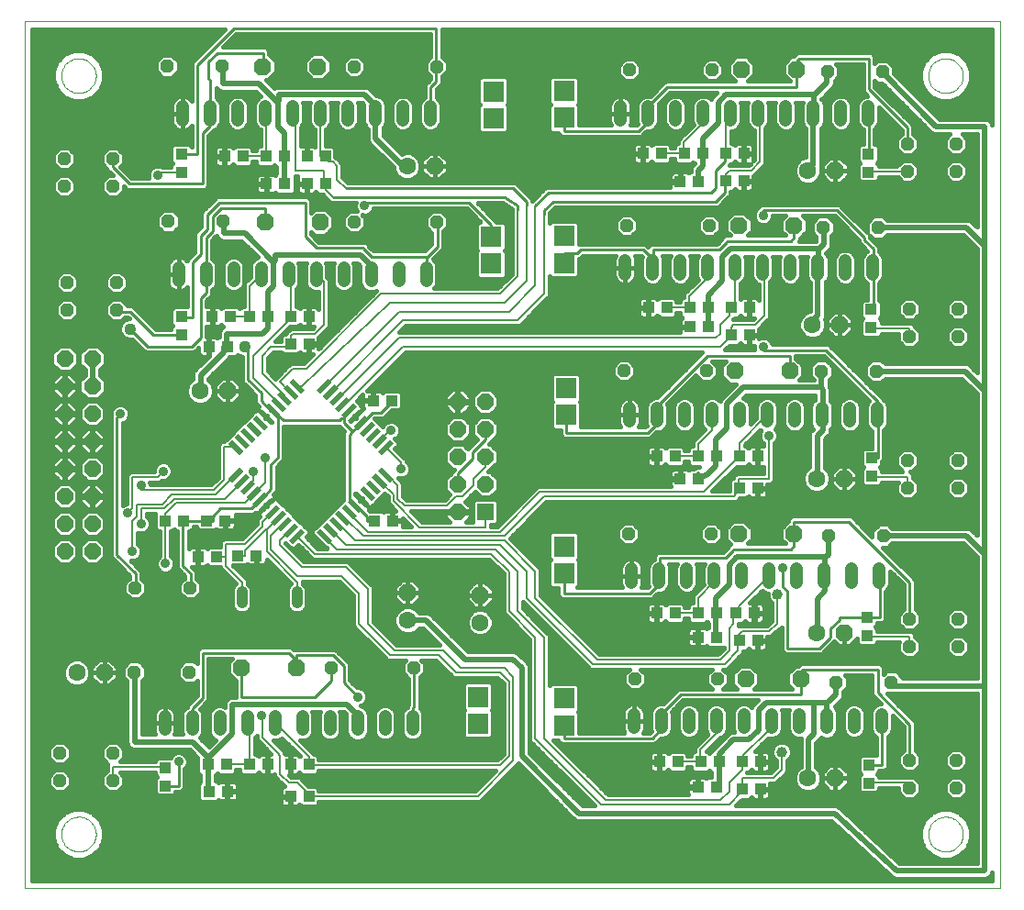
<source format=gtl>
G75*
G70*
%OFA0B0*%
%FSLAX24Y24*%
%IPPOS*%
%LPD*%
%AMOC8*
5,1,8,0,0,1.08239X$1,22.5*
%
%ADD10C,0.0000*%
%ADD11C,0.0475*%
%ADD12OC8,0.0600*%
%ADD13R,0.0394X0.0433*%
%ADD14C,0.0400*%
%ADD15R,0.0433X0.0394*%
%ADD16OC8,0.0480*%
%ADD17OC8,0.0630*%
%ADD18R,0.0768X0.0768*%
%ADD19R,0.0591X0.0197*%
%ADD20R,0.0197X0.0591*%
%ADD21R,0.0600X0.0600*%
%ADD22C,0.0630*%
%ADD23C,0.0160*%
%ADD24C,0.0080*%
%ADD25C,0.0397*%
%ADD26C,0.0357*%
%ADD27C,0.0436*%
%ADD28C,0.0200*%
%ADD29C,0.0100*%
D10*
X001140Y001460D02*
X001140Y032956D01*
X036573Y032956D01*
X036573Y001460D01*
X001140Y001460D01*
X002479Y003429D02*
X002481Y003479D01*
X002487Y003529D01*
X002497Y003578D01*
X002511Y003626D01*
X002528Y003673D01*
X002549Y003718D01*
X002574Y003762D01*
X002602Y003803D01*
X002634Y003842D01*
X002668Y003879D01*
X002705Y003913D01*
X002745Y003943D01*
X002787Y003970D01*
X002831Y003994D01*
X002877Y004015D01*
X002924Y004031D01*
X002972Y004044D01*
X003022Y004053D01*
X003071Y004058D01*
X003122Y004059D01*
X003172Y004056D01*
X003221Y004049D01*
X003270Y004038D01*
X003318Y004023D01*
X003364Y004005D01*
X003409Y003983D01*
X003452Y003957D01*
X003493Y003928D01*
X003532Y003896D01*
X003568Y003861D01*
X003600Y003823D01*
X003630Y003783D01*
X003657Y003740D01*
X003680Y003696D01*
X003699Y003650D01*
X003715Y003602D01*
X003727Y003553D01*
X003735Y003504D01*
X003739Y003454D01*
X003739Y003404D01*
X003735Y003354D01*
X003727Y003305D01*
X003715Y003256D01*
X003699Y003208D01*
X003680Y003162D01*
X003657Y003118D01*
X003630Y003075D01*
X003600Y003035D01*
X003568Y002997D01*
X003532Y002962D01*
X003493Y002930D01*
X003452Y002901D01*
X003409Y002875D01*
X003364Y002853D01*
X003318Y002835D01*
X003270Y002820D01*
X003221Y002809D01*
X003172Y002802D01*
X003122Y002799D01*
X003071Y002800D01*
X003022Y002805D01*
X002972Y002814D01*
X002924Y002827D01*
X002877Y002843D01*
X002831Y002864D01*
X002787Y002888D01*
X002745Y002915D01*
X002705Y002945D01*
X002668Y002979D01*
X002634Y003016D01*
X002602Y003055D01*
X002574Y003096D01*
X002549Y003140D01*
X002528Y003185D01*
X002511Y003232D01*
X002497Y003280D01*
X002487Y003329D01*
X002481Y003379D01*
X002479Y003429D01*
X002479Y030988D02*
X002481Y031038D01*
X002487Y031088D01*
X002497Y031137D01*
X002511Y031185D01*
X002528Y031232D01*
X002549Y031277D01*
X002574Y031321D01*
X002602Y031362D01*
X002634Y031401D01*
X002668Y031438D01*
X002705Y031472D01*
X002745Y031502D01*
X002787Y031529D01*
X002831Y031553D01*
X002877Y031574D01*
X002924Y031590D01*
X002972Y031603D01*
X003022Y031612D01*
X003071Y031617D01*
X003122Y031618D01*
X003172Y031615D01*
X003221Y031608D01*
X003270Y031597D01*
X003318Y031582D01*
X003364Y031564D01*
X003409Y031542D01*
X003452Y031516D01*
X003493Y031487D01*
X003532Y031455D01*
X003568Y031420D01*
X003600Y031382D01*
X003630Y031342D01*
X003657Y031299D01*
X003680Y031255D01*
X003699Y031209D01*
X003715Y031161D01*
X003727Y031112D01*
X003735Y031063D01*
X003739Y031013D01*
X003739Y030963D01*
X003735Y030913D01*
X003727Y030864D01*
X003715Y030815D01*
X003699Y030767D01*
X003680Y030721D01*
X003657Y030677D01*
X003630Y030634D01*
X003600Y030594D01*
X003568Y030556D01*
X003532Y030521D01*
X003493Y030489D01*
X003452Y030460D01*
X003409Y030434D01*
X003364Y030412D01*
X003318Y030394D01*
X003270Y030379D01*
X003221Y030368D01*
X003172Y030361D01*
X003122Y030358D01*
X003071Y030359D01*
X003022Y030364D01*
X002972Y030373D01*
X002924Y030386D01*
X002877Y030402D01*
X002831Y030423D01*
X002787Y030447D01*
X002745Y030474D01*
X002705Y030504D01*
X002668Y030538D01*
X002634Y030575D01*
X002602Y030614D01*
X002574Y030655D01*
X002549Y030699D01*
X002528Y030744D01*
X002511Y030791D01*
X002497Y030839D01*
X002487Y030888D01*
X002481Y030938D01*
X002479Y030988D01*
X033975Y030988D02*
X033977Y031038D01*
X033983Y031088D01*
X033993Y031137D01*
X034007Y031185D01*
X034024Y031232D01*
X034045Y031277D01*
X034070Y031321D01*
X034098Y031362D01*
X034130Y031401D01*
X034164Y031438D01*
X034201Y031472D01*
X034241Y031502D01*
X034283Y031529D01*
X034327Y031553D01*
X034373Y031574D01*
X034420Y031590D01*
X034468Y031603D01*
X034518Y031612D01*
X034567Y031617D01*
X034618Y031618D01*
X034668Y031615D01*
X034717Y031608D01*
X034766Y031597D01*
X034814Y031582D01*
X034860Y031564D01*
X034905Y031542D01*
X034948Y031516D01*
X034989Y031487D01*
X035028Y031455D01*
X035064Y031420D01*
X035096Y031382D01*
X035126Y031342D01*
X035153Y031299D01*
X035176Y031255D01*
X035195Y031209D01*
X035211Y031161D01*
X035223Y031112D01*
X035231Y031063D01*
X035235Y031013D01*
X035235Y030963D01*
X035231Y030913D01*
X035223Y030864D01*
X035211Y030815D01*
X035195Y030767D01*
X035176Y030721D01*
X035153Y030677D01*
X035126Y030634D01*
X035096Y030594D01*
X035064Y030556D01*
X035028Y030521D01*
X034989Y030489D01*
X034948Y030460D01*
X034905Y030434D01*
X034860Y030412D01*
X034814Y030394D01*
X034766Y030379D01*
X034717Y030368D01*
X034668Y030361D01*
X034618Y030358D01*
X034567Y030359D01*
X034518Y030364D01*
X034468Y030373D01*
X034420Y030386D01*
X034373Y030402D01*
X034327Y030423D01*
X034283Y030447D01*
X034241Y030474D01*
X034201Y030504D01*
X034164Y030538D01*
X034130Y030575D01*
X034098Y030614D01*
X034070Y030655D01*
X034045Y030699D01*
X034024Y030744D01*
X034007Y030791D01*
X033993Y030839D01*
X033983Y030888D01*
X033977Y030938D01*
X033975Y030988D01*
X033975Y003429D02*
X033977Y003479D01*
X033983Y003529D01*
X033993Y003578D01*
X034007Y003626D01*
X034024Y003673D01*
X034045Y003718D01*
X034070Y003762D01*
X034098Y003803D01*
X034130Y003842D01*
X034164Y003879D01*
X034201Y003913D01*
X034241Y003943D01*
X034283Y003970D01*
X034327Y003994D01*
X034373Y004015D01*
X034420Y004031D01*
X034468Y004044D01*
X034518Y004053D01*
X034567Y004058D01*
X034618Y004059D01*
X034668Y004056D01*
X034717Y004049D01*
X034766Y004038D01*
X034814Y004023D01*
X034860Y004005D01*
X034905Y003983D01*
X034948Y003957D01*
X034989Y003928D01*
X035028Y003896D01*
X035064Y003861D01*
X035096Y003823D01*
X035126Y003783D01*
X035153Y003740D01*
X035176Y003696D01*
X035195Y003650D01*
X035211Y003602D01*
X035223Y003553D01*
X035231Y003504D01*
X035235Y003454D01*
X035235Y003404D01*
X035231Y003354D01*
X035223Y003305D01*
X035211Y003256D01*
X035195Y003208D01*
X035176Y003162D01*
X035153Y003118D01*
X035126Y003075D01*
X035096Y003035D01*
X035064Y002997D01*
X035028Y002962D01*
X034989Y002930D01*
X034948Y002901D01*
X034905Y002875D01*
X034860Y002853D01*
X034814Y002835D01*
X034766Y002820D01*
X034717Y002809D01*
X034668Y002802D01*
X034618Y002799D01*
X034567Y002800D01*
X034518Y002805D01*
X034468Y002814D01*
X034420Y002827D01*
X034373Y002843D01*
X034327Y002864D01*
X034283Y002888D01*
X034241Y002915D01*
X034201Y002945D01*
X034164Y002979D01*
X034130Y003016D01*
X034098Y003055D01*
X034070Y003096D01*
X034045Y003140D01*
X034024Y003185D01*
X034007Y003232D01*
X033993Y003280D01*
X033983Y003329D01*
X033977Y003379D01*
X033975Y003429D01*
D11*
X032280Y007303D02*
X032280Y007777D01*
X031280Y007777D02*
X031280Y007303D01*
X030280Y007303D02*
X030280Y007777D01*
X029280Y007777D02*
X029280Y007303D01*
X028280Y007303D02*
X028280Y007777D01*
X027280Y007777D02*
X027280Y007303D01*
X026280Y007303D02*
X026280Y007777D01*
X025280Y007777D02*
X025280Y007303D01*
X024280Y007303D02*
X024280Y007777D01*
X023280Y007777D02*
X023280Y007303D01*
X023200Y012583D02*
X023200Y013057D01*
X024200Y013057D02*
X024200Y012583D01*
X025200Y012583D02*
X025200Y013057D01*
X026200Y013057D02*
X026200Y012583D01*
X027200Y012583D02*
X027200Y013057D01*
X028200Y013057D02*
X028200Y012583D01*
X029200Y012583D02*
X029200Y013057D01*
X030200Y013057D02*
X030200Y012583D01*
X031200Y012583D02*
X031200Y013057D01*
X032200Y013057D02*
X032200Y012583D01*
X032120Y018423D02*
X032120Y018897D01*
X031120Y018897D02*
X031120Y018423D01*
X030120Y018423D02*
X030120Y018897D01*
X029120Y018897D02*
X029120Y018423D01*
X028120Y018423D02*
X028120Y018897D01*
X027120Y018897D02*
X027120Y018423D01*
X026120Y018423D02*
X026120Y018897D01*
X025120Y018897D02*
X025120Y018423D01*
X024120Y018423D02*
X024120Y018897D01*
X023120Y018897D02*
X023120Y018423D01*
X022960Y023783D02*
X022960Y024257D01*
X023960Y024257D02*
X023960Y023783D01*
X024960Y023783D02*
X024960Y024257D01*
X025960Y024257D02*
X025960Y023783D01*
X026960Y023783D02*
X026960Y024257D01*
X027960Y024257D02*
X027960Y023783D01*
X028960Y023783D02*
X028960Y024257D01*
X029960Y024257D02*
X029960Y023783D01*
X030960Y023783D02*
X030960Y024257D01*
X031960Y024257D02*
X031960Y023783D01*
X031800Y029383D02*
X031800Y029857D01*
X030800Y029857D02*
X030800Y029383D01*
X029800Y029383D02*
X029800Y029857D01*
X028800Y029857D02*
X028800Y029383D01*
X027800Y029383D02*
X027800Y029857D01*
X026800Y029857D02*
X026800Y029383D01*
X025800Y029383D02*
X025800Y029857D01*
X024800Y029857D02*
X024800Y029383D01*
X023800Y029383D02*
X023800Y029857D01*
X022800Y029857D02*
X022800Y029383D01*
X015880Y029383D02*
X015880Y029857D01*
X014880Y029857D02*
X014880Y029383D01*
X013880Y029383D02*
X013880Y029857D01*
X012880Y029857D02*
X012880Y029383D01*
X011880Y029383D02*
X011880Y029857D01*
X010880Y029857D02*
X010880Y029383D01*
X009880Y029383D02*
X009880Y029857D01*
X008880Y029857D02*
X008880Y029383D01*
X007880Y029383D02*
X007880Y029857D01*
X006880Y029857D02*
X006880Y029383D01*
X006740Y024017D02*
X006740Y023543D01*
X007740Y023543D02*
X007740Y024017D01*
X008740Y024017D02*
X008740Y023543D01*
X009740Y023543D02*
X009740Y024017D01*
X010740Y024017D02*
X010740Y023543D01*
X011740Y023543D02*
X011740Y024017D01*
X012740Y024017D02*
X012740Y023543D01*
X013740Y023543D02*
X013740Y024017D01*
X014740Y024017D02*
X014740Y023543D01*
X015740Y023543D02*
X015740Y024017D01*
X015240Y007697D02*
X015240Y007223D01*
X014240Y007223D02*
X014240Y007697D01*
X013240Y007697D02*
X013240Y007223D01*
X012240Y007223D02*
X012240Y007697D01*
X011240Y007697D02*
X011240Y007223D01*
X010240Y007223D02*
X010240Y007697D01*
X009240Y007697D02*
X009240Y007223D01*
X008240Y007223D02*
X008240Y007697D01*
X007240Y007697D02*
X007240Y007223D01*
X006240Y007223D02*
X006240Y007697D01*
D12*
X003609Y013708D03*
X003609Y014708D03*
X003609Y015708D03*
X003609Y016708D03*
X003609Y017708D03*
X003609Y018708D03*
X003609Y019708D03*
X003609Y020708D03*
X002609Y020708D03*
X002609Y019708D03*
X002609Y018708D03*
X002609Y017708D03*
X002609Y016708D03*
X002609Y015708D03*
X002609Y014708D03*
X002609Y013708D03*
X016880Y015140D03*
X016880Y016140D03*
X017880Y016140D03*
X017880Y017140D03*
X017880Y018140D03*
X016880Y018140D03*
X016880Y017140D03*
X016880Y019140D03*
X017880Y019140D03*
D13*
X024105Y017160D03*
X024775Y017160D03*
X025605Y017160D03*
X026275Y017160D03*
X027105Y017160D03*
X027775Y017160D03*
X027775Y016000D03*
X027105Y016000D03*
X026985Y011460D03*
X027655Y011460D03*
X027775Y010460D03*
X027105Y010460D03*
X026275Y011460D03*
X025605Y011460D03*
X024775Y011460D03*
X024105Y011460D03*
X024205Y006060D03*
X024875Y006060D03*
X025705Y006060D03*
X026375Y006060D03*
X027205Y006060D03*
X027875Y006060D03*
X027875Y005060D03*
X027205Y005060D03*
X011475Y004800D03*
X010805Y004800D03*
X010805Y005960D03*
X011475Y005960D03*
X009975Y005960D03*
X009305Y005960D03*
X008475Y005960D03*
X007805Y005960D03*
X006915Y014810D03*
X006245Y014810D03*
X010805Y021240D03*
X011475Y021240D03*
X011475Y022240D03*
X010805Y022240D03*
X009975Y022240D03*
X009305Y022240D03*
X008635Y022240D03*
X007965Y022240D03*
X011405Y027060D03*
X012075Y027060D03*
X012075Y028060D03*
X011405Y028060D03*
X010575Y028060D03*
X009905Y028060D03*
X009075Y028060D03*
X008405Y028060D03*
X023605Y028160D03*
X024275Y028160D03*
X025105Y028160D03*
X025775Y028160D03*
X026605Y028160D03*
X027275Y028160D03*
X027275Y027160D03*
X026605Y027160D03*
X026805Y022560D03*
X027475Y022560D03*
X027475Y021560D03*
X026805Y021560D03*
X025975Y022560D03*
X025305Y022560D03*
X024475Y022560D03*
X023805Y022560D03*
D14*
X011040Y012225D02*
X011040Y011825D01*
X009040Y011825D02*
X009040Y012225D01*
D15*
X008895Y013550D03*
X009565Y013550D03*
X008110Y013510D03*
X007440Y013510D03*
X007765Y014820D03*
X008435Y014820D03*
X013845Y014820D03*
X014515Y014820D03*
X014480Y019180D03*
X013810Y019180D03*
X008515Y021140D03*
X007845Y021140D03*
X006840Y021565D03*
X006840Y022235D03*
X009925Y027060D03*
X010595Y027060D03*
X006840Y027475D03*
X006840Y028145D03*
X024965Y027140D03*
X025635Y027140D03*
X025325Y021860D03*
X025995Y021860D03*
X025635Y016340D03*
X024965Y016340D03*
X025605Y010580D03*
X026275Y010580D03*
X031760Y010625D03*
X031760Y011295D03*
X031920Y016425D03*
X031920Y017095D03*
X031900Y021825D03*
X031900Y022495D03*
X031800Y027485D03*
X031800Y028155D03*
X031820Y005955D03*
X031820Y005285D03*
X026275Y005140D03*
X025605Y005140D03*
X008515Y004980D03*
X007845Y004980D03*
X006260Y005185D03*
X006260Y005855D03*
D16*
X004340Y005360D03*
X004340Y006360D03*
X002420Y006360D03*
X002420Y005360D03*
X005130Y009315D03*
X007130Y009315D03*
X007170Y012365D03*
X005170Y012365D03*
X012280Y009460D03*
X015280Y009460D03*
X023320Y009060D03*
X026320Y009060D03*
X030635Y008945D03*
X032635Y008945D03*
X033300Y010240D03*
X033300Y011240D03*
X035060Y011240D03*
X035060Y010240D03*
X034980Y006120D03*
X034980Y005120D03*
X033300Y005120D03*
X033300Y006120D03*
X032355Y014270D03*
X033220Y016000D03*
X033220Y017000D03*
X035060Y017000D03*
X035060Y016000D03*
X030355Y014270D03*
X026080Y014340D03*
X023080Y014340D03*
X022920Y020260D03*
X025920Y020260D03*
X030095Y020255D03*
X032095Y020255D03*
X033300Y021520D03*
X033300Y022520D03*
X035060Y022520D03*
X035060Y021520D03*
X032160Y025470D03*
X030160Y025470D03*
X033220Y027520D03*
X033220Y028520D03*
X034980Y028520D03*
X034980Y027520D03*
X032305Y031130D03*
X030305Y031130D03*
X026125Y031190D03*
X023125Y031190D03*
X023015Y025555D03*
X026015Y025555D03*
X016120Y025660D03*
X013120Y025660D03*
X008370Y025695D03*
X006370Y025695D03*
X004340Y026960D03*
X004340Y027960D03*
X002580Y027960D03*
X002580Y026960D03*
X002680Y023460D03*
X002680Y022460D03*
X004480Y022460D03*
X004480Y023460D03*
X006325Y031335D03*
X008325Y031335D03*
X013105Y031320D03*
X016105Y031320D03*
D17*
X016040Y027700D03*
X011880Y025660D03*
X009880Y025660D03*
X009800Y031320D03*
X011800Y031320D03*
X008520Y019540D03*
X015060Y012200D03*
X017700Y012120D03*
X011020Y009460D03*
X009020Y009460D03*
X004040Y009300D03*
X027100Y014340D03*
X029100Y014340D03*
X030920Y016340D03*
X028940Y020260D03*
X026940Y020260D03*
X030760Y021940D03*
X029100Y025540D03*
X027100Y025540D03*
X030600Y027540D03*
X029180Y031220D03*
X027180Y031220D03*
X030920Y010740D03*
X029340Y009060D03*
X027340Y009060D03*
X030600Y005460D03*
D18*
X020740Y007380D03*
X020740Y008364D03*
X017620Y008420D03*
X017620Y007436D03*
X020740Y012900D03*
X020740Y013884D03*
X020820Y018660D03*
X020820Y019644D03*
X020740Y024180D03*
X020740Y025164D03*
X018100Y025140D03*
X018100Y024156D03*
X018180Y029436D03*
X018180Y030420D03*
X020740Y030444D03*
X020740Y029460D03*
D19*
G36*
X012318Y019847D02*
X011902Y019431D01*
X011764Y019569D01*
X012180Y019985D01*
X012318Y019847D01*
G37*
G36*
X012541Y019624D02*
X012125Y019208D01*
X011987Y019346D01*
X012403Y019762D01*
X012541Y019624D01*
G37*
G36*
X012764Y019402D02*
X012348Y018986D01*
X012210Y019124D01*
X012626Y019540D01*
X012764Y019402D01*
G37*
G36*
X012986Y019179D02*
X012570Y018763D01*
X012432Y018901D01*
X012848Y019317D01*
X012986Y019179D01*
G37*
G36*
X013209Y018956D02*
X012793Y018540D01*
X012655Y018678D01*
X013071Y019094D01*
X013209Y018956D01*
G37*
G36*
X013432Y018734D02*
X013016Y018318D01*
X012878Y018456D01*
X013294Y018872D01*
X013432Y018734D01*
G37*
G36*
X013654Y018511D02*
X013238Y018095D01*
X013100Y018233D01*
X013516Y018649D01*
X013654Y018511D01*
G37*
G36*
X013877Y018288D02*
X013461Y017872D01*
X013323Y018010D01*
X013739Y018426D01*
X013877Y018288D01*
G37*
G36*
X014100Y018066D02*
X013684Y017650D01*
X013546Y017788D01*
X013962Y018204D01*
X014100Y018066D01*
G37*
G36*
X014322Y017843D02*
X013906Y017427D01*
X013768Y017565D01*
X014184Y017981D01*
X014322Y017843D01*
G37*
G36*
X014545Y017620D02*
X014129Y017204D01*
X013991Y017342D01*
X014407Y017758D01*
X014545Y017620D01*
G37*
G36*
X011093Y014614D02*
X010677Y014198D01*
X010539Y014336D01*
X010955Y014752D01*
X011093Y014614D01*
G37*
G36*
X011316Y014391D02*
X010900Y013975D01*
X010762Y014113D01*
X011178Y014529D01*
X011316Y014391D01*
G37*
G36*
X010870Y014836D02*
X010454Y014420D01*
X010316Y014558D01*
X010732Y014974D01*
X010870Y014836D01*
G37*
G36*
X010648Y015059D02*
X010232Y014643D01*
X010094Y014781D01*
X010510Y015197D01*
X010648Y015059D01*
G37*
G36*
X010425Y015282D02*
X010009Y014866D01*
X009871Y015004D01*
X010287Y015420D01*
X010425Y015282D01*
G37*
G36*
X010202Y015504D02*
X009786Y015088D01*
X009648Y015226D01*
X010064Y015642D01*
X010202Y015504D01*
G37*
G36*
X009980Y015727D02*
X009564Y015311D01*
X009426Y015449D01*
X009842Y015865D01*
X009980Y015727D01*
G37*
G36*
X009757Y015950D02*
X009341Y015534D01*
X009203Y015672D01*
X009619Y016088D01*
X009757Y015950D01*
G37*
G36*
X009534Y016172D02*
X009118Y015756D01*
X008980Y015894D01*
X009396Y016310D01*
X009534Y016172D01*
G37*
G36*
X009312Y016395D02*
X008896Y015979D01*
X008758Y016117D01*
X009174Y016533D01*
X009312Y016395D01*
G37*
G36*
X009089Y016618D02*
X008673Y016202D01*
X008535Y016340D01*
X008951Y016756D01*
X009089Y016618D01*
G37*
D20*
G36*
X009089Y017342D02*
X008951Y017204D01*
X008535Y017620D01*
X008673Y017758D01*
X009089Y017342D01*
G37*
G36*
X009312Y017565D02*
X009174Y017427D01*
X008758Y017843D01*
X008896Y017981D01*
X009312Y017565D01*
G37*
G36*
X009534Y017788D02*
X009396Y017650D01*
X008980Y018066D01*
X009118Y018204D01*
X009534Y017788D01*
G37*
G36*
X009757Y018010D02*
X009619Y017872D01*
X009203Y018288D01*
X009341Y018426D01*
X009757Y018010D01*
G37*
G36*
X009980Y018233D02*
X009842Y018095D01*
X009426Y018511D01*
X009564Y018649D01*
X009980Y018233D01*
G37*
G36*
X010202Y018456D02*
X010064Y018318D01*
X009648Y018734D01*
X009786Y018872D01*
X010202Y018456D01*
G37*
G36*
X010425Y018678D02*
X010287Y018540D01*
X009871Y018956D01*
X010009Y019094D01*
X010425Y018678D01*
G37*
G36*
X010648Y018901D02*
X010510Y018763D01*
X010094Y019179D01*
X010232Y019317D01*
X010648Y018901D01*
G37*
G36*
X010870Y019124D02*
X010732Y018986D01*
X010316Y019402D01*
X010454Y019540D01*
X010870Y019124D01*
G37*
G36*
X011093Y019346D02*
X010955Y019208D01*
X010539Y019624D01*
X010677Y019762D01*
X011093Y019346D01*
G37*
G36*
X011316Y019569D02*
X011178Y019431D01*
X010762Y019847D01*
X010900Y019985D01*
X011316Y019569D01*
G37*
G36*
X014545Y016340D02*
X014407Y016202D01*
X013991Y016618D01*
X014129Y016756D01*
X014545Y016340D01*
G37*
G36*
X014322Y016117D02*
X014184Y015979D01*
X013768Y016395D01*
X013906Y016533D01*
X014322Y016117D01*
G37*
G36*
X014100Y015894D02*
X013962Y015756D01*
X013546Y016172D01*
X013684Y016310D01*
X014100Y015894D01*
G37*
G36*
X013877Y015672D02*
X013739Y015534D01*
X013323Y015950D01*
X013461Y016088D01*
X013877Y015672D01*
G37*
G36*
X013654Y015449D02*
X013516Y015311D01*
X013100Y015727D01*
X013238Y015865D01*
X013654Y015449D01*
G37*
G36*
X013432Y015226D02*
X013294Y015088D01*
X012878Y015504D01*
X013016Y015642D01*
X013432Y015226D01*
G37*
G36*
X013209Y015004D02*
X013071Y014866D01*
X012655Y015282D01*
X012793Y015420D01*
X013209Y015004D01*
G37*
G36*
X012986Y014781D02*
X012848Y014643D01*
X012432Y015059D01*
X012570Y015197D01*
X012986Y014781D01*
G37*
G36*
X012764Y014558D02*
X012626Y014420D01*
X012210Y014836D01*
X012348Y014974D01*
X012764Y014558D01*
G37*
G36*
X012541Y014336D02*
X012403Y014198D01*
X011987Y014614D01*
X012125Y014752D01*
X012541Y014336D01*
G37*
G36*
X012318Y014113D02*
X012180Y013975D01*
X011764Y014391D01*
X011902Y014529D01*
X012318Y014113D01*
G37*
D21*
X017880Y015140D03*
D22*
X017700Y011120D03*
X015060Y011200D03*
X007520Y019540D03*
X015040Y027700D03*
X029600Y027540D03*
X029760Y021940D03*
X029920Y016340D03*
X029920Y010740D03*
X029600Y005460D03*
X003040Y009300D03*
D23*
X002600Y009068D02*
X001420Y009068D01*
X001420Y008910D02*
X002730Y008910D01*
X002760Y008880D02*
X002942Y008805D01*
X003138Y008805D01*
X003320Y008880D01*
X003460Y009020D01*
X003535Y009202D01*
X003535Y009398D01*
X003460Y009580D01*
X003320Y009720D01*
X003138Y009795D01*
X002942Y009795D01*
X002760Y009720D01*
X002620Y009580D01*
X002545Y009398D01*
X002545Y009202D01*
X002620Y009020D01*
X002760Y008880D01*
X002545Y009227D02*
X001420Y009227D01*
X001420Y009385D02*
X002545Y009385D01*
X002605Y009544D02*
X001420Y009544D01*
X001420Y009702D02*
X002742Y009702D01*
X003338Y009702D02*
X003770Y009702D01*
X003843Y009775D02*
X003565Y009497D01*
X003565Y009300D01*
X004040Y009300D01*
X004515Y009300D01*
X004515Y009497D01*
X004237Y009775D01*
X004040Y009775D01*
X004040Y009300D01*
X004040Y009300D01*
X004040Y009300D01*
X004515Y009300D01*
X004515Y009103D01*
X004237Y008825D01*
X004040Y008825D01*
X004040Y009300D01*
X004040Y009300D01*
X004040Y009300D01*
X004040Y009775D01*
X003843Y009775D01*
X004040Y009702D02*
X004040Y009702D01*
X004040Y009544D02*
X004040Y009544D01*
X004040Y009385D02*
X004040Y009385D01*
X004040Y009300D02*
X003565Y009300D01*
X003565Y009103D01*
X003843Y008825D01*
X004040Y008825D01*
X004040Y009300D01*
X004040Y009227D02*
X004040Y009227D01*
X004040Y009068D02*
X004040Y009068D01*
X004040Y008910D02*
X004040Y008910D01*
X004321Y008910D02*
X004860Y008910D01*
X004860Y008991D02*
X004860Y006724D01*
X004903Y006621D01*
X004981Y006543D01*
X005084Y006500D01*
X007144Y006500D01*
X007429Y006216D01*
X007429Y005669D01*
X007525Y005572D01*
X007525Y005328D01*
X007449Y005251D01*
X007449Y004709D01*
X007554Y004603D01*
X008136Y004603D01*
X008194Y004661D01*
X008200Y004655D01*
X008236Y004634D01*
X008277Y004623D01*
X008496Y004623D01*
X008496Y004962D01*
X008533Y004962D01*
X008533Y004998D01*
X008891Y004998D01*
X008891Y005198D01*
X008880Y005239D01*
X008859Y005275D01*
X008829Y005305D01*
X008793Y005326D01*
X008752Y005337D01*
X008533Y005337D01*
X008533Y004998D01*
X008496Y004998D01*
X008496Y005337D01*
X008277Y005337D01*
X008236Y005326D01*
X008200Y005305D01*
X008194Y005299D01*
X008136Y005357D01*
X008085Y005357D01*
X008085Y005572D01*
X008154Y005641D01*
X008212Y005583D01*
X008738Y005583D01*
X008831Y005677D01*
X008831Y005760D01*
X008949Y005760D01*
X008949Y005677D01*
X009042Y005583D01*
X009568Y005583D01*
X009643Y005658D01*
X009650Y005645D01*
X009680Y005615D01*
X009716Y005594D01*
X009757Y005583D01*
X009956Y005583D01*
X009956Y005942D01*
X009993Y005942D01*
X009993Y005583D01*
X010193Y005583D01*
X010220Y005591D01*
X010220Y005537D01*
X010337Y005420D01*
X010337Y005420D01*
X010540Y005217D01*
X010582Y005175D01*
X010547Y005166D01*
X010510Y005145D01*
X010480Y005115D01*
X010459Y005078D01*
X010449Y005038D01*
X010449Y004818D01*
X010787Y004818D01*
X010787Y004782D01*
X010449Y004782D01*
X010449Y004562D01*
X010459Y004522D01*
X010480Y004485D01*
X010510Y004455D01*
X010547Y004434D01*
X010587Y004423D01*
X010787Y004423D01*
X010787Y004782D01*
X010824Y004782D01*
X010824Y004423D01*
X011023Y004423D01*
X011064Y004434D01*
X011100Y004455D01*
X011130Y004485D01*
X011137Y004498D01*
X011212Y004423D01*
X011738Y004423D01*
X011831Y004517D01*
X011831Y004620D01*
X017703Y004620D01*
X017820Y004737D01*
X019083Y006001D01*
X021063Y004021D01*
X021141Y003943D01*
X021244Y003900D01*
X030470Y003900D01*
X032626Y001898D01*
X032661Y001863D01*
X032666Y001861D01*
X032670Y001857D01*
X032718Y001839D01*
X032764Y001820D01*
X032770Y001820D01*
X032775Y001818D01*
X032825Y001820D01*
X036076Y001820D01*
X036179Y001863D01*
X036257Y001941D01*
X036293Y002028D01*
X036293Y001740D01*
X001420Y001740D01*
X001420Y032676D01*
X008419Y032676D01*
X007210Y031467D01*
X007210Y030079D01*
X007189Y030111D01*
X007133Y030166D01*
X007068Y030210D01*
X006996Y030240D01*
X006919Y030255D01*
X006880Y030255D01*
X006841Y030255D01*
X006764Y030240D01*
X006692Y030210D01*
X006627Y030166D01*
X006571Y030111D01*
X006528Y030046D01*
X006498Y029973D01*
X006483Y029897D01*
X006483Y029620D01*
X006483Y029343D01*
X006498Y029267D01*
X006528Y029194D01*
X006571Y029129D01*
X006627Y029074D01*
X006692Y029030D01*
X006764Y029000D01*
X006841Y028985D01*
X006880Y028985D01*
X006919Y028985D01*
X006996Y029000D01*
X007068Y029030D01*
X007133Y029074D01*
X007189Y029129D01*
X007210Y029161D01*
X007210Y028414D01*
X007123Y028501D01*
X006557Y028501D01*
X006463Y028408D01*
X006463Y027882D01*
X006535Y027810D01*
X006463Y027738D01*
X006463Y027660D01*
X006179Y027660D01*
X006172Y027667D01*
X006047Y027719D01*
X005913Y027719D01*
X005788Y027667D01*
X005693Y027572D01*
X005641Y027447D01*
X005641Y027313D01*
X005659Y027270D01*
X005027Y027270D01*
X004621Y027676D01*
X004740Y027794D01*
X004740Y028126D01*
X004506Y028360D01*
X004174Y028360D01*
X003940Y028126D01*
X003940Y027794D01*
X004130Y027604D01*
X004130Y027573D01*
X004343Y027360D01*
X004174Y027360D01*
X003940Y027126D01*
X003940Y026794D01*
X004174Y026560D01*
X004506Y026560D01*
X004740Y026794D01*
X004740Y026963D01*
X004853Y026850D01*
X007707Y026850D01*
X007830Y026973D01*
X007830Y028813D01*
X007987Y028970D01*
X008032Y029015D01*
X008105Y029046D01*
X008217Y029157D01*
X008277Y029303D01*
X008277Y029937D01*
X008217Y030083D01*
X008110Y030190D01*
X008110Y030534D01*
X008181Y030463D01*
X008284Y030420D01*
X009544Y030420D01*
X009736Y030228D01*
X009655Y030194D01*
X009543Y030083D01*
X009483Y029937D01*
X009483Y029303D01*
X009543Y029157D01*
X009655Y029046D01*
X009705Y029025D01*
X009705Y028437D01*
X009642Y028437D01*
X009549Y028343D01*
X009549Y028260D01*
X009431Y028260D01*
X009431Y028343D01*
X009338Y028437D01*
X008812Y028437D01*
X008737Y028362D01*
X008730Y028375D01*
X008700Y028405D01*
X008780Y028405D01*
X008700Y028405D02*
X008664Y028426D01*
X008623Y028437D01*
X008424Y028437D01*
X008424Y028078D01*
X008387Y028078D01*
X008387Y028042D01*
X008049Y028042D01*
X008049Y027822D01*
X008059Y027782D01*
X008080Y027745D01*
X008110Y027715D01*
X008147Y027694D01*
X008187Y027683D01*
X008387Y027683D01*
X008387Y028042D01*
X008424Y028042D01*
X008424Y027683D01*
X008623Y027683D01*
X008664Y027694D01*
X008700Y027715D01*
X008730Y027745D01*
X008737Y027758D01*
X008812Y027683D01*
X009338Y027683D01*
X009431Y027777D01*
X009431Y027860D01*
X009549Y027860D01*
X009549Y027777D01*
X009642Y027683D01*
X010168Y027683D01*
X010226Y027741D01*
X010300Y027667D01*
X010300Y027433D01*
X010246Y027379D01*
X010240Y027385D01*
X010204Y027406D01*
X010163Y027417D01*
X009944Y027417D01*
X009944Y027078D01*
X009907Y027078D01*
X009907Y027042D01*
X009549Y027042D01*
X009549Y026842D01*
X009560Y026801D01*
X009581Y026765D01*
X009611Y026735D01*
X009647Y026714D01*
X009688Y026703D01*
X009907Y026703D01*
X009907Y027042D01*
X009944Y027042D01*
X009944Y026703D01*
X010163Y026703D01*
X010204Y026714D01*
X010240Y026735D01*
X010246Y026741D01*
X010304Y026683D01*
X010886Y026683D01*
X010991Y026789D01*
X010991Y027331D01*
X010983Y027340D01*
X011060Y027340D01*
X011059Y027338D01*
X011049Y027298D01*
X011049Y027078D01*
X011387Y027078D01*
X011387Y027042D01*
X011049Y027042D01*
X011049Y026822D01*
X011059Y026782D01*
X011080Y026745D01*
X011110Y026715D01*
X011147Y026694D01*
X011187Y026683D01*
X011387Y026683D01*
X011387Y027042D01*
X011424Y027042D01*
X011424Y026683D01*
X011623Y026683D01*
X011664Y026694D01*
X011700Y026715D01*
X011730Y026745D01*
X011737Y026758D01*
X011812Y026683D01*
X011954Y026683D01*
X012130Y026507D01*
X012130Y026493D01*
X012253Y026370D01*
X013179Y026370D01*
X013161Y026327D01*
X013161Y026193D01*
X013213Y026068D01*
X013221Y026060D01*
X012954Y026060D01*
X012720Y025826D01*
X012720Y025494D01*
X012954Y025260D01*
X013286Y025260D01*
X013520Y025494D01*
X013520Y025826D01*
X013419Y025927D01*
X013433Y025921D01*
X013567Y025921D01*
X013692Y025973D01*
X013787Y026068D01*
X013829Y026170D01*
X017213Y026170D01*
X017699Y025684D01*
X017650Y025684D01*
X017556Y025590D01*
X017556Y024690D01*
X017598Y024648D01*
X017556Y024606D01*
X017556Y023706D01*
X017650Y023612D01*
X018550Y023612D01*
X018644Y023706D01*
X018644Y024606D01*
X018602Y024648D01*
X018644Y024690D01*
X018644Y025590D01*
X018550Y025684D01*
X018293Y025684D01*
X017607Y026370D01*
X018516Y026370D01*
X018850Y026148D01*
X018850Y026013D01*
X018860Y026003D01*
X018860Y023783D01*
X018337Y023260D01*
X016020Y023260D01*
X016077Y023317D01*
X016137Y023463D01*
X016137Y024097D01*
X016077Y024243D01*
X015988Y024331D01*
X015990Y024333D01*
X016350Y024693D01*
X016350Y025324D01*
X016520Y025494D01*
X016520Y025826D01*
X016286Y026060D01*
X015954Y026060D01*
X015720Y025826D01*
X015720Y025494D01*
X015930Y025284D01*
X015930Y024867D01*
X015693Y024630D01*
X013827Y024630D01*
X013670Y024787D01*
X013670Y024827D01*
X013547Y024950D01*
X011827Y024950D01*
X011550Y025227D01*
X011550Y025318D01*
X011683Y025185D01*
X012077Y025185D01*
X012355Y025463D01*
X012355Y025857D01*
X012077Y026135D01*
X011683Y026135D01*
X011550Y026002D01*
X011550Y026467D01*
X011427Y026590D01*
X008133Y026590D01*
X008010Y026467D01*
X007570Y026027D01*
X007570Y025507D01*
X007330Y025267D01*
X007330Y024587D01*
X007050Y024307D01*
X007050Y024269D01*
X007049Y024271D01*
X006993Y024326D01*
X006928Y024370D01*
X006856Y024400D01*
X006779Y024415D01*
X006740Y024415D01*
X006701Y024415D01*
X006624Y024400D01*
X006552Y024370D01*
X006487Y024326D01*
X006431Y024271D01*
X006388Y024206D01*
X006358Y024133D01*
X006343Y024057D01*
X006343Y023780D01*
X006343Y023503D01*
X006358Y023427D01*
X006388Y023354D01*
X006431Y023289D01*
X006487Y023234D01*
X006552Y023190D01*
X006624Y023160D01*
X006701Y023145D01*
X006740Y023145D01*
X006779Y023145D01*
X006856Y023160D01*
X006928Y023190D01*
X006993Y023234D01*
X007049Y023289D01*
X007050Y023291D01*
X007050Y022591D01*
X006557Y022591D01*
X006463Y022498D01*
X006463Y021972D01*
X006535Y021900D01*
X006463Y021828D01*
X006463Y021775D01*
X005922Y021775D01*
X005190Y022507D01*
X005067Y022630D01*
X004876Y022630D01*
X004646Y022860D01*
X004314Y022860D01*
X004080Y022626D01*
X004080Y022294D01*
X004314Y022060D01*
X004646Y022060D01*
X004796Y022210D01*
X004893Y022210D01*
X004945Y022158D01*
X004905Y022158D01*
X004766Y022101D01*
X004659Y021994D01*
X004602Y021855D01*
X004602Y021705D01*
X004659Y021566D01*
X004766Y021459D01*
X004905Y021402D01*
X005055Y021402D01*
X005059Y021404D01*
X005533Y020930D01*
X007307Y020930D01*
X007430Y021053D01*
X007469Y021092D01*
X007469Y020922D01*
X007480Y020881D01*
X007501Y020845D01*
X007531Y020815D01*
X007567Y020794D01*
X007608Y020783D01*
X007827Y020783D01*
X007827Y021122D01*
X007864Y021122D01*
X007864Y020820D01*
X007303Y020259D01*
X007260Y020156D01*
X007260Y019968D01*
X007240Y019960D01*
X007100Y019820D01*
X007025Y019638D01*
X007025Y019442D01*
X007100Y019260D01*
X007240Y019120D01*
X007422Y019045D01*
X007618Y019045D01*
X007800Y019120D01*
X007940Y019260D01*
X008015Y019442D01*
X008015Y019638D01*
X007940Y019820D01*
X007820Y019940D01*
X007820Y019984D01*
X008539Y020703D01*
X008599Y020763D01*
X008806Y020763D01*
X008894Y020851D01*
X008926Y020819D01*
X009050Y020768D01*
X009050Y019853D01*
X009173Y019730D01*
X009530Y019373D01*
X009530Y019093D01*
X009655Y018968D01*
X009603Y018917D01*
X009519Y018832D01*
X009506Y018810D01*
X009497Y018810D01*
X009274Y018588D01*
X009052Y018365D01*
X009052Y018365D01*
X008819Y018132D01*
X008606Y017919D01*
X008387Y017700D01*
X008297Y017700D01*
X008180Y017583D01*
X008180Y016383D01*
X007937Y016140D01*
X005719Y016140D01*
X005719Y016167D01*
X005697Y016220D01*
X006063Y016220D01*
X006124Y016281D01*
X006247Y016281D01*
X006372Y016333D01*
X006467Y016428D01*
X006519Y016553D01*
X006519Y016687D01*
X006467Y016812D01*
X006372Y016907D01*
X006247Y016959D01*
X006113Y016959D01*
X005988Y016907D01*
X005893Y016812D01*
X005841Y016687D01*
X005841Y016620D01*
X004977Y016620D01*
X004860Y016503D01*
X004860Y015439D01*
X004833Y015439D01*
X004710Y015388D01*
X004710Y018371D01*
X004812Y018413D01*
X004907Y018508D01*
X004959Y018633D01*
X004959Y018767D01*
X004907Y018892D01*
X004812Y018987D01*
X004687Y019039D01*
X004553Y019039D01*
X004428Y018987D01*
X004333Y018892D01*
X004281Y018767D01*
X004281Y018633D01*
X004290Y018612D01*
X004290Y013493D01*
X004413Y013370D01*
X004970Y012813D01*
X004970Y012731D01*
X004770Y012531D01*
X004770Y012199D01*
X005004Y011965D01*
X005336Y011965D01*
X005570Y012199D01*
X005570Y012531D01*
X005390Y012711D01*
X005390Y012987D01*
X005016Y013361D01*
X005127Y013361D01*
X005252Y013413D01*
X005347Y013508D01*
X005399Y013633D01*
X005399Y013767D01*
X005347Y013892D01*
X005260Y013979D01*
X005260Y014383D01*
X005313Y014361D01*
X005447Y014361D01*
X005572Y014413D01*
X005667Y014508D01*
X005719Y014633D01*
X005719Y014767D01*
X005667Y014892D01*
X005580Y014979D01*
X005580Y015060D01*
X005889Y015060D01*
X005889Y014527D01*
X005982Y014433D01*
X006060Y014433D01*
X006060Y013539D01*
X005973Y013452D01*
X005921Y013327D01*
X005921Y013193D01*
X005973Y013068D01*
X006068Y012973D01*
X006193Y012921D01*
X006327Y012921D01*
X006452Y012973D01*
X006547Y013068D01*
X006599Y013193D01*
X006599Y013327D01*
X006547Y013452D01*
X006460Y013539D01*
X006460Y014433D01*
X006508Y014433D01*
X006580Y014505D01*
X006652Y014433D01*
X006690Y014433D01*
X006690Y013093D01*
X006970Y012813D01*
X006970Y012731D01*
X006770Y012531D01*
X006770Y012199D01*
X007004Y011965D01*
X007336Y011965D01*
X007570Y012199D01*
X007570Y012531D01*
X007390Y012711D01*
X007390Y012987D01*
X007267Y013110D01*
X007224Y013153D01*
X007422Y013153D01*
X007422Y013492D01*
X007459Y013492D01*
X007459Y013153D01*
X007678Y013153D01*
X007719Y013164D01*
X007755Y013185D01*
X007775Y013205D01*
X007827Y013153D01*
X008260Y013153D01*
X008260Y013097D01*
X008832Y012526D01*
X008735Y012429D01*
X008680Y012297D01*
X008680Y011753D01*
X008735Y011621D01*
X008836Y011520D01*
X008968Y011465D01*
X009112Y011465D01*
X009244Y011520D01*
X009345Y011621D01*
X009400Y011753D01*
X009400Y012297D01*
X009345Y012429D01*
X009260Y012514D01*
X009260Y012663D01*
X009143Y012780D01*
X008730Y013193D01*
X009178Y013193D01*
X009230Y013245D01*
X009250Y013225D01*
X009286Y013204D01*
X009327Y013193D01*
X009546Y013193D01*
X009546Y013532D01*
X009583Y013532D01*
X009583Y013193D01*
X009802Y013193D01*
X009843Y013204D01*
X009879Y013225D01*
X009909Y013255D01*
X009930Y013291D01*
X009941Y013332D01*
X009941Y013416D01*
X010832Y012526D01*
X010735Y012429D01*
X010680Y012297D01*
X010680Y011753D01*
X010735Y011621D01*
X010836Y011520D01*
X010968Y011465D01*
X011112Y011465D01*
X011244Y011520D01*
X011345Y011621D01*
X011400Y011753D01*
X011400Y012297D01*
X011345Y012429D01*
X011260Y012514D01*
X011260Y012620D01*
X012577Y012620D01*
X013100Y012097D01*
X013100Y010977D01*
X014220Y009857D01*
X014337Y009740D01*
X014994Y009740D01*
X014880Y009626D01*
X014880Y009294D01*
X015090Y009084D01*
X015090Y008147D01*
X015050Y008107D01*
X015050Y008049D01*
X015015Y008034D01*
X014903Y007923D01*
X014843Y007777D01*
X014843Y007143D01*
X014903Y006997D01*
X015015Y006886D01*
X015161Y006825D01*
X015319Y006825D01*
X015465Y006886D01*
X015577Y006997D01*
X015637Y007143D01*
X015637Y007777D01*
X015577Y007923D01*
X015510Y007990D01*
X015510Y009124D01*
X015680Y009294D01*
X015680Y009626D01*
X015566Y009740D01*
X016097Y009740D01*
X016620Y009217D01*
X016737Y009100D01*
X018337Y009100D01*
X018540Y008897D01*
X018540Y006343D01*
X018337Y006140D01*
X011831Y006140D01*
X011831Y006243D01*
X011738Y006337D01*
X011646Y006337D01*
X011156Y006827D01*
X011161Y006825D01*
X011319Y006825D01*
X011465Y006886D01*
X011577Y006997D01*
X011637Y007143D01*
X011637Y007777D01*
X011603Y007860D01*
X011877Y007860D01*
X011843Y007777D01*
X011843Y007143D01*
X011903Y006997D01*
X012015Y006886D01*
X012161Y006825D01*
X012319Y006825D01*
X012465Y006886D01*
X012577Y006997D01*
X012637Y007143D01*
X012637Y007777D01*
X012603Y007860D01*
X012744Y007860D01*
X012823Y007781D01*
X012823Y007781D01*
X012823Y007139D01*
X012886Y006986D01*
X013004Y006869D01*
X013157Y006805D01*
X013323Y006805D01*
X013476Y006869D01*
X013594Y006986D01*
X013657Y007139D01*
X013657Y007781D01*
X013594Y007934D01*
X013476Y008051D01*
X013366Y008097D01*
X013452Y008133D01*
X013547Y008228D01*
X013599Y008353D01*
X013599Y008487D01*
X013547Y008612D01*
X013452Y008707D01*
X013327Y008759D01*
X013218Y008759D01*
X012950Y009027D01*
X012950Y009627D01*
X012550Y010027D01*
X012427Y010150D01*
X010933Y010150D01*
X010920Y010137D01*
X010827Y010230D01*
X007533Y010230D01*
X007410Y010107D01*
X007410Y009629D01*
X007304Y009735D01*
X006956Y009735D01*
X006710Y009489D01*
X006710Y009141D01*
X006956Y008895D01*
X007304Y008895D01*
X007410Y009001D01*
X007410Y008467D01*
X007173Y008230D01*
X007050Y008107D01*
X007050Y008049D01*
X007015Y008034D01*
X006903Y007923D01*
X006843Y007777D01*
X006843Y007143D01*
X006877Y007060D01*
X006603Y007060D01*
X006622Y007107D01*
X006637Y007183D01*
X006637Y007460D01*
X006637Y007737D01*
X006622Y007813D01*
X006592Y007886D01*
X006549Y007951D01*
X006493Y008006D01*
X006428Y008050D01*
X006356Y008080D01*
X006279Y008095D01*
X006240Y008095D01*
X006201Y008095D01*
X006124Y008080D01*
X006052Y008050D01*
X005987Y008006D01*
X005931Y007951D01*
X005888Y007886D01*
X005858Y007813D01*
X005843Y007737D01*
X005843Y007460D01*
X005843Y007183D01*
X005858Y007107D01*
X005877Y007060D01*
X005420Y007060D01*
X005420Y009011D01*
X005550Y009141D01*
X005550Y009489D01*
X005304Y009735D01*
X004956Y009735D01*
X004710Y009489D01*
X004710Y009141D01*
X004860Y008991D01*
X004783Y009068D02*
X004480Y009068D01*
X004515Y009227D02*
X004710Y009227D01*
X004710Y009385D02*
X004515Y009385D01*
X004468Y009544D02*
X004765Y009544D01*
X004923Y009702D02*
X004310Y009702D01*
X003612Y009544D02*
X003475Y009544D01*
X003535Y009385D02*
X003565Y009385D01*
X003565Y009227D02*
X003535Y009227D01*
X003480Y009068D02*
X003600Y009068D01*
X003759Y008910D02*
X003350Y008910D01*
X004860Y008751D02*
X001420Y008751D01*
X001420Y008593D02*
X004860Y008593D01*
X004860Y008434D02*
X001420Y008434D01*
X001420Y008276D02*
X004860Y008276D01*
X004860Y008117D02*
X001420Y008117D01*
X001420Y007959D02*
X004860Y007959D01*
X004860Y007800D02*
X001420Y007800D01*
X001420Y007642D02*
X004860Y007642D01*
X004860Y007483D02*
X001420Y007483D01*
X001420Y007325D02*
X004860Y007325D01*
X004860Y007166D02*
X001420Y007166D01*
X001420Y007008D02*
X004860Y007008D01*
X004860Y006849D02*
X001420Y006849D01*
X001420Y006691D02*
X002185Y006691D01*
X002254Y006760D02*
X002020Y006526D01*
X002020Y006194D01*
X002254Y005960D01*
X002586Y005960D01*
X002820Y006194D01*
X002820Y006526D01*
X002586Y006760D01*
X002254Y006760D01*
X002026Y006532D02*
X001420Y006532D01*
X001420Y006374D02*
X002020Y006374D01*
X002020Y006215D02*
X001420Y006215D01*
X001420Y006057D02*
X002158Y006057D01*
X002254Y005760D02*
X002020Y005526D01*
X002020Y005194D01*
X002254Y004960D01*
X002586Y004960D01*
X002820Y005194D01*
X002820Y005526D01*
X002586Y005760D01*
X002254Y005760D01*
X002234Y005740D02*
X001420Y005740D01*
X001420Y005898D02*
X004140Y005898D01*
X004140Y005943D02*
X004140Y005726D01*
X003940Y005526D01*
X003940Y005194D01*
X004174Y004960D01*
X004506Y004960D01*
X004740Y005194D01*
X004740Y005526D01*
X004606Y005660D01*
X005883Y005660D01*
X005883Y005592D01*
X005955Y005520D01*
X005883Y005448D01*
X005883Y004922D01*
X005977Y004829D01*
X006543Y004829D01*
X006637Y004922D01*
X006637Y004970D01*
X006827Y004970D01*
X006950Y005093D01*
X006950Y005791D01*
X007027Y005868D01*
X007079Y005993D01*
X007079Y006127D01*
X007027Y006252D01*
X006932Y006347D01*
X006807Y006399D01*
X006673Y006399D01*
X006548Y006347D01*
X006453Y006252D01*
X006436Y006211D01*
X005977Y006211D01*
X005883Y006118D01*
X005883Y006060D01*
X004606Y006060D01*
X004740Y006194D01*
X004740Y006526D01*
X004506Y006760D01*
X004174Y006760D01*
X003940Y006526D01*
X003940Y006194D01*
X004166Y005969D01*
X004140Y005943D01*
X004078Y006057D02*
X002682Y006057D01*
X002820Y006215D02*
X003940Y006215D01*
X003940Y006374D02*
X002820Y006374D01*
X002814Y006532D02*
X003946Y006532D01*
X004105Y006691D02*
X002655Y006691D01*
X002606Y005740D02*
X004140Y005740D01*
X003995Y005581D02*
X002765Y005581D01*
X002820Y005423D02*
X003940Y005423D01*
X003940Y005264D02*
X002820Y005264D01*
X002731Y005106D02*
X004029Y005106D01*
X004651Y005106D02*
X005883Y005106D01*
X005883Y005264D02*
X004740Y005264D01*
X004740Y005423D02*
X005883Y005423D01*
X005894Y005581D02*
X004685Y005581D01*
X004740Y006215D02*
X006438Y006215D01*
X006612Y006374D02*
X004740Y006374D01*
X004734Y006532D02*
X005007Y006532D01*
X004874Y006691D02*
X004575Y006691D01*
X005420Y007166D02*
X005846Y007166D01*
X005843Y007325D02*
X005420Y007325D01*
X005420Y007483D02*
X005843Y007483D01*
X005843Y007460D02*
X006240Y007460D01*
X006240Y007460D01*
X006240Y008095D01*
X006240Y007460D01*
X006637Y007460D01*
X006240Y007460D01*
X006240Y007460D01*
X006240Y007460D01*
X005843Y007460D01*
X005843Y007642D02*
X005420Y007642D01*
X005420Y007800D02*
X005855Y007800D01*
X005939Y007959D02*
X005420Y007959D01*
X005420Y008117D02*
X007060Y008117D01*
X006939Y007959D02*
X006541Y007959D01*
X006625Y007800D02*
X006852Y007800D01*
X006843Y007642D02*
X006637Y007642D01*
X006637Y007483D02*
X006843Y007483D01*
X006843Y007325D02*
X006637Y007325D01*
X006634Y007166D02*
X006843Y007166D01*
X006240Y007483D02*
X006240Y007483D01*
X006240Y007642D02*
X006240Y007642D01*
X006240Y007800D02*
X006240Y007800D01*
X006240Y007959D02*
X006240Y007959D01*
X005420Y008276D02*
X007219Y008276D01*
X007377Y008434D02*
X005420Y008434D01*
X005420Y008593D02*
X007410Y008593D01*
X007410Y008751D02*
X005420Y008751D01*
X005420Y008910D02*
X006942Y008910D01*
X006783Y009068D02*
X005477Y009068D01*
X005550Y009227D02*
X006710Y009227D01*
X006710Y009385D02*
X005550Y009385D01*
X005495Y009544D02*
X006765Y009544D01*
X006923Y009702D02*
X005337Y009702D01*
X007337Y009702D02*
X007410Y009702D01*
X007410Y009861D02*
X001420Y009861D01*
X001420Y010019D02*
X007410Y010019D01*
X007481Y010178D02*
X001420Y010178D01*
X001420Y010336D02*
X013741Y010336D01*
X013583Y010495D02*
X001420Y010495D01*
X001420Y010653D02*
X013424Y010653D01*
X013266Y010812D02*
X001420Y010812D01*
X001420Y010970D02*
X013107Y010970D01*
X013100Y011129D02*
X001420Y011129D01*
X001420Y011287D02*
X013100Y011287D01*
X013100Y011446D02*
X001420Y011446D01*
X001420Y011604D02*
X008752Y011604D01*
X008680Y011763D02*
X001420Y011763D01*
X001420Y011921D02*
X008680Y011921D01*
X008680Y012080D02*
X007450Y012080D01*
X007570Y012238D02*
X008680Y012238D01*
X008721Y012397D02*
X007570Y012397D01*
X007546Y012555D02*
X008802Y012555D01*
X008644Y012714D02*
X007390Y012714D01*
X007390Y012872D02*
X008485Y012872D01*
X008327Y013031D02*
X007346Y013031D01*
X007422Y013189D02*
X007459Y013189D01*
X007459Y013348D02*
X007422Y013348D01*
X007422Y013528D02*
X007422Y013867D01*
X007203Y013867D01*
X007162Y013856D01*
X007126Y013835D01*
X007110Y013819D01*
X007110Y014433D01*
X007178Y014433D01*
X007271Y014527D01*
X007271Y014610D01*
X007389Y014610D01*
X007389Y014557D01*
X007483Y014463D01*
X008048Y014463D01*
X008100Y014515D01*
X008120Y014495D01*
X008156Y014474D01*
X008197Y014463D01*
X008416Y014463D01*
X008416Y014802D01*
X008453Y014802D01*
X008453Y014838D01*
X008811Y014838D01*
X008811Y015038D01*
X008808Y015050D01*
X009467Y015050D01*
X009532Y015115D01*
X009603Y015043D01*
X009682Y014965D01*
X009580Y014863D01*
X009580Y014703D01*
X009057Y014180D01*
X008377Y014180D01*
X008260Y014063D01*
X008260Y013867D01*
X007827Y013867D01*
X007775Y013815D01*
X007755Y013835D01*
X007719Y013856D01*
X007678Y013867D01*
X007459Y013867D01*
X007459Y013528D01*
X007422Y013528D01*
X007422Y013665D02*
X007459Y013665D01*
X007459Y013823D02*
X007422Y013823D01*
X007114Y013823D02*
X007110Y013823D01*
X007110Y013982D02*
X008260Y013982D01*
X008337Y014140D02*
X007110Y014140D01*
X007110Y014299D02*
X009176Y014299D01*
X009334Y014457D02*
X007201Y014457D01*
X006690Y014299D02*
X006460Y014299D01*
X006460Y014140D02*
X006690Y014140D01*
X006690Y013982D02*
X006460Y013982D01*
X006460Y013823D02*
X006690Y013823D01*
X006690Y013665D02*
X006460Y013665D01*
X006493Y013506D02*
X006690Y013506D01*
X006690Y013348D02*
X006590Y013348D01*
X006597Y013189D02*
X006690Y013189D01*
X006752Y013031D02*
X006510Y013031D01*
X006911Y012872D02*
X005390Y012872D01*
X005390Y012714D02*
X006953Y012714D01*
X006794Y012555D02*
X005546Y012555D01*
X005570Y012397D02*
X006770Y012397D01*
X006770Y012238D02*
X005570Y012238D01*
X005450Y012080D02*
X006890Y012080D01*
X006010Y013031D02*
X005346Y013031D01*
X005188Y013189D02*
X005923Y013189D01*
X005930Y013348D02*
X005029Y013348D01*
X005345Y013506D02*
X006027Y013506D01*
X006060Y013665D02*
X005399Y013665D01*
X005376Y013823D02*
X006060Y013823D01*
X006060Y013982D02*
X005260Y013982D01*
X005260Y014140D02*
X006060Y014140D01*
X006060Y014299D02*
X005260Y014299D01*
X005616Y014457D02*
X005959Y014457D01*
X005889Y014616D02*
X005712Y014616D01*
X005716Y014774D02*
X005889Y014774D01*
X005889Y014933D02*
X005627Y014933D01*
X004758Y015408D02*
X004710Y015408D01*
X004710Y015567D02*
X004860Y015567D01*
X004860Y015725D02*
X004710Y015725D01*
X004710Y015884D02*
X004860Y015884D01*
X004860Y016042D02*
X004710Y016042D01*
X004710Y016201D02*
X004860Y016201D01*
X004860Y016359D02*
X004710Y016359D01*
X004710Y016518D02*
X004875Y016518D01*
X004710Y016676D02*
X005841Y016676D01*
X005915Y016835D02*
X004710Y016835D01*
X004710Y016993D02*
X008180Y016993D01*
X008180Y016835D02*
X006445Y016835D01*
X006519Y016676D02*
X008180Y016676D01*
X008180Y016518D02*
X006504Y016518D01*
X006398Y016359D02*
X008156Y016359D01*
X007998Y016201D02*
X005705Y016201D01*
X004710Y017152D02*
X008180Y017152D01*
X008180Y017310D02*
X004710Y017310D01*
X004710Y017469D02*
X008180Y017469D01*
X008224Y017627D02*
X004710Y017627D01*
X004710Y017786D02*
X008472Y017786D01*
X008631Y017944D02*
X004710Y017944D01*
X004710Y018103D02*
X008789Y018103D01*
X008819Y018132D02*
X008819Y018132D01*
X008948Y018261D02*
X004710Y018261D01*
X004819Y018420D02*
X009106Y018420D01*
X009265Y018578D02*
X004936Y018578D01*
X004959Y018737D02*
X009423Y018737D01*
X009582Y018895D02*
X004904Y018895D01*
X004336Y018895D02*
X004069Y018895D01*
X004069Y018899D02*
X003799Y019168D01*
X003418Y019168D01*
X003149Y018899D01*
X003149Y018517D01*
X003418Y018248D01*
X003799Y018248D01*
X004069Y018517D01*
X004069Y018899D01*
X004069Y018737D02*
X004281Y018737D01*
X004290Y018578D02*
X004069Y018578D01*
X003971Y018420D02*
X004290Y018420D01*
X004290Y018261D02*
X003812Y018261D01*
X003799Y018168D02*
X003629Y018168D01*
X003629Y017728D01*
X004069Y017728D01*
X004069Y017899D01*
X003799Y018168D01*
X003865Y018103D02*
X004290Y018103D01*
X004290Y017944D02*
X004023Y017944D01*
X004069Y017786D02*
X004290Y017786D01*
X004290Y017627D02*
X004069Y017627D01*
X004069Y017688D02*
X003629Y017688D01*
X003629Y017728D01*
X003589Y017728D01*
X003589Y018168D01*
X003418Y018168D01*
X003149Y017899D01*
X003149Y017728D01*
X003588Y017728D01*
X003588Y017688D01*
X003149Y017688D01*
X003149Y017517D01*
X003418Y017248D01*
X003589Y017248D01*
X003589Y017688D01*
X003629Y017688D01*
X003629Y017248D01*
X003799Y017248D01*
X004069Y017517D01*
X004069Y017688D01*
X004020Y017469D02*
X004290Y017469D01*
X004290Y017310D02*
X003861Y017310D01*
X003799Y017168D02*
X004069Y016899D01*
X004069Y016517D01*
X003799Y016248D01*
X003418Y016248D01*
X003149Y016517D01*
X003149Y016899D01*
X003418Y017168D01*
X003799Y017168D01*
X003816Y017152D02*
X004290Y017152D01*
X004290Y016993D02*
X003974Y016993D01*
X004069Y016835D02*
X004290Y016835D01*
X004290Y016676D02*
X004069Y016676D01*
X004069Y016518D02*
X004290Y016518D01*
X004290Y016359D02*
X003910Y016359D01*
X003799Y016168D02*
X004069Y015899D01*
X004069Y015728D01*
X003629Y015728D01*
X003629Y015688D01*
X004069Y015688D01*
X004069Y015517D01*
X003799Y015248D01*
X003629Y015248D01*
X003629Y015688D01*
X003589Y015688D01*
X003589Y015248D01*
X003418Y015248D01*
X003149Y015517D01*
X003149Y015688D01*
X003588Y015688D01*
X003588Y015728D01*
X003149Y015728D01*
X003149Y015899D01*
X003418Y016168D01*
X003589Y016168D01*
X003589Y015728D01*
X003629Y015728D01*
X003629Y016168D01*
X003799Y016168D01*
X003925Y016042D02*
X004290Y016042D01*
X004290Y015884D02*
X004069Y015884D01*
X004290Y015725D02*
X003629Y015725D01*
X003588Y015725D02*
X003069Y015725D01*
X003069Y015567D02*
X003149Y015567D01*
X003069Y015517D02*
X002799Y015248D01*
X002418Y015248D01*
X002149Y015517D01*
X002149Y015899D01*
X002418Y016168D01*
X002799Y016168D01*
X003069Y015899D01*
X003069Y015517D01*
X002959Y015408D02*
X003258Y015408D01*
X003416Y015250D02*
X002801Y015250D01*
X002799Y015168D02*
X002418Y015168D01*
X002149Y014899D01*
X002149Y014517D01*
X002418Y014248D01*
X002799Y014248D01*
X003069Y014517D01*
X003069Y014899D01*
X002799Y015168D01*
X002876Y015091D02*
X003341Y015091D01*
X003418Y015168D02*
X003149Y014899D01*
X003149Y014517D01*
X003418Y014248D01*
X003799Y014248D01*
X004069Y014517D01*
X004069Y014899D01*
X003799Y015168D01*
X003418Y015168D01*
X003589Y015250D02*
X003629Y015250D01*
X003629Y015408D02*
X003589Y015408D01*
X003589Y015567D02*
X003629Y015567D01*
X003629Y015884D02*
X003589Y015884D01*
X003589Y016042D02*
X003629Y016042D01*
X003292Y016042D02*
X002925Y016042D01*
X003069Y015884D02*
X003149Y015884D01*
X003307Y016359D02*
X002910Y016359D01*
X002799Y016248D02*
X003069Y016517D01*
X003069Y016688D01*
X002629Y016688D01*
X002629Y016728D01*
X003069Y016728D01*
X003069Y016899D01*
X002799Y017168D01*
X002629Y017168D01*
X002629Y016728D01*
X002589Y016728D01*
X002589Y017168D01*
X002418Y017168D01*
X002149Y016899D01*
X002149Y016728D01*
X002588Y016728D01*
X002588Y016688D01*
X002149Y016688D01*
X002149Y016517D01*
X002418Y016248D01*
X002589Y016248D01*
X002589Y016688D01*
X002629Y016688D01*
X002629Y016248D01*
X002799Y016248D01*
X002629Y016359D02*
X002589Y016359D01*
X002589Y016518D02*
X002629Y016518D01*
X002629Y016676D02*
X002589Y016676D01*
X002589Y016835D02*
X002629Y016835D01*
X002629Y016993D02*
X002589Y016993D01*
X002589Y017152D02*
X002629Y017152D01*
X002629Y017248D02*
X002799Y017248D01*
X003069Y017517D01*
X003069Y017688D01*
X002629Y017688D01*
X002629Y017728D01*
X003069Y017728D01*
X003069Y017899D01*
X002799Y018168D01*
X002629Y018168D01*
X002629Y017728D01*
X002589Y017728D01*
X002589Y018168D01*
X002418Y018168D01*
X002149Y017899D01*
X002149Y017728D01*
X002588Y017728D01*
X002588Y017688D01*
X002149Y017688D01*
X002149Y017517D01*
X002418Y017248D01*
X002589Y017248D01*
X002589Y017688D01*
X002629Y017688D01*
X002629Y017248D01*
X002629Y017310D02*
X002589Y017310D01*
X002589Y017469D02*
X002629Y017469D01*
X002629Y017627D02*
X002589Y017627D01*
X002589Y017786D02*
X002629Y017786D01*
X002629Y017944D02*
X002589Y017944D01*
X002589Y018103D02*
X002629Y018103D01*
X002629Y018248D02*
X002799Y018248D01*
X003069Y018517D01*
X003069Y018688D01*
X002629Y018688D01*
X002629Y018728D01*
X003069Y018728D01*
X003069Y018899D01*
X002799Y019168D01*
X002629Y019168D01*
X002629Y018728D01*
X002589Y018728D01*
X002589Y019168D01*
X002418Y019168D01*
X002149Y018899D01*
X002149Y018728D01*
X002588Y018728D01*
X002588Y018688D01*
X002149Y018688D01*
X002149Y018517D01*
X002418Y018248D01*
X002589Y018248D01*
X002589Y018688D01*
X002629Y018688D01*
X002629Y018248D01*
X002629Y018261D02*
X002589Y018261D01*
X002589Y018420D02*
X002629Y018420D01*
X002629Y018578D02*
X002589Y018578D01*
X002589Y018737D02*
X002629Y018737D01*
X002629Y018895D02*
X002589Y018895D01*
X002589Y019054D02*
X002629Y019054D01*
X002629Y019248D02*
X002799Y019248D01*
X003069Y019517D01*
X003069Y019688D01*
X002629Y019688D01*
X002629Y019728D01*
X003069Y019728D01*
X003069Y019899D01*
X002799Y020168D01*
X002629Y020168D01*
X002629Y019728D01*
X002589Y019728D01*
X002589Y020168D01*
X002418Y020168D01*
X002149Y019899D01*
X002149Y019728D01*
X002588Y019728D01*
X002588Y019688D01*
X002149Y019688D01*
X002149Y019517D01*
X002418Y019248D01*
X002589Y019248D01*
X002589Y019688D01*
X002629Y019688D01*
X002629Y019248D01*
X002629Y019371D02*
X002589Y019371D01*
X002589Y019529D02*
X002629Y019529D01*
X002629Y019688D02*
X002589Y019688D01*
X002589Y019846D02*
X002629Y019846D01*
X002629Y020005D02*
X002589Y020005D01*
X002589Y020163D02*
X002629Y020163D01*
X002804Y020163D02*
X003340Y020163D01*
X003340Y020118D02*
X003129Y019907D01*
X003129Y019509D01*
X003410Y019228D01*
X003807Y019228D01*
X004089Y019509D01*
X004089Y019907D01*
X003900Y020095D01*
X003900Y020321D01*
X004089Y020509D01*
X004089Y020907D01*
X003807Y021188D01*
X003410Y021188D01*
X003129Y020907D01*
X003129Y020509D01*
X003340Y020298D01*
X003340Y020118D01*
X003226Y020005D02*
X002963Y020005D01*
X003069Y019846D02*
X003129Y019846D01*
X003129Y019688D02*
X003069Y019688D01*
X003069Y019529D02*
X003129Y019529D01*
X003267Y019371D02*
X002922Y019371D01*
X002914Y019054D02*
X003303Y019054D01*
X003149Y018895D02*
X003069Y018895D01*
X003069Y018737D02*
X003149Y018737D01*
X003149Y018578D02*
X003069Y018578D01*
X002971Y018420D02*
X003246Y018420D01*
X003405Y018261D02*
X002812Y018261D01*
X002865Y018103D02*
X003352Y018103D01*
X003194Y017944D02*
X003023Y017944D01*
X003069Y017786D02*
X003149Y017786D01*
X003149Y017627D02*
X003069Y017627D01*
X003020Y017469D02*
X003197Y017469D01*
X003356Y017310D02*
X002861Y017310D01*
X002816Y017152D02*
X003401Y017152D01*
X003243Y016993D02*
X002974Y016993D01*
X003069Y016835D02*
X003149Y016835D01*
X003149Y016676D02*
X003069Y016676D01*
X003069Y016518D02*
X003149Y016518D01*
X002307Y016359D02*
X001420Y016359D01*
X001420Y016201D02*
X004290Y016201D01*
X004290Y015567D02*
X004069Y015567D01*
X003959Y015408D02*
X004290Y015408D01*
X004290Y015250D02*
X003801Y015250D01*
X003876Y015091D02*
X004290Y015091D01*
X004290Y014933D02*
X004035Y014933D01*
X004069Y014774D02*
X004290Y014774D01*
X004290Y014616D02*
X004069Y014616D01*
X004008Y014457D02*
X004290Y014457D01*
X004290Y014299D02*
X003850Y014299D01*
X003799Y014168D02*
X004069Y013899D01*
X004069Y013517D01*
X003799Y013248D01*
X003418Y013248D01*
X003149Y013517D01*
X003149Y013899D01*
X003418Y014168D01*
X003799Y014168D01*
X003827Y014140D02*
X004290Y014140D01*
X004290Y013982D02*
X003986Y013982D01*
X004069Y013823D02*
X004290Y013823D01*
X004290Y013665D02*
X004069Y013665D01*
X004057Y013506D02*
X004290Y013506D01*
X004435Y013348D02*
X003899Y013348D01*
X003318Y013348D02*
X002899Y013348D01*
X002799Y013248D02*
X003069Y013517D01*
X003069Y013899D01*
X002799Y014168D01*
X002418Y014168D01*
X002149Y013899D01*
X002149Y013517D01*
X002418Y013248D01*
X002799Y013248D01*
X003057Y013506D02*
X003160Y013506D01*
X003149Y013665D02*
X003069Y013665D01*
X003069Y013823D02*
X003149Y013823D01*
X003231Y013982D02*
X002986Y013982D01*
X002827Y014140D02*
X003390Y014140D01*
X003367Y014299D02*
X002850Y014299D01*
X003008Y014457D02*
X003209Y014457D01*
X003149Y014616D02*
X003069Y014616D01*
X003069Y014774D02*
X003149Y014774D01*
X003182Y014933D02*
X003035Y014933D01*
X002416Y015250D02*
X001420Y015250D01*
X001420Y015408D02*
X002258Y015408D01*
X002149Y015567D02*
X001420Y015567D01*
X001420Y015725D02*
X002149Y015725D01*
X002149Y015884D02*
X001420Y015884D01*
X001420Y016042D02*
X002292Y016042D01*
X002149Y016518D02*
X001420Y016518D01*
X001420Y016676D02*
X002149Y016676D01*
X002149Y016835D02*
X001420Y016835D01*
X001420Y016993D02*
X002243Y016993D01*
X002401Y017152D02*
X001420Y017152D01*
X001420Y017310D02*
X002356Y017310D01*
X002197Y017469D02*
X001420Y017469D01*
X001420Y017627D02*
X002149Y017627D01*
X002149Y017786D02*
X001420Y017786D01*
X001420Y017944D02*
X002194Y017944D01*
X002352Y018103D02*
X001420Y018103D01*
X001420Y018261D02*
X002405Y018261D01*
X002246Y018420D02*
X001420Y018420D01*
X001420Y018578D02*
X002149Y018578D01*
X002149Y018737D02*
X001420Y018737D01*
X001420Y018895D02*
X002149Y018895D01*
X002303Y019054D02*
X001420Y019054D01*
X001420Y019212D02*
X007148Y019212D01*
X007054Y019371D02*
X003950Y019371D01*
X004089Y019529D02*
X007025Y019529D01*
X007045Y019688D02*
X004089Y019688D01*
X004089Y019846D02*
X007126Y019846D01*
X007260Y020005D02*
X003991Y020005D01*
X003900Y020163D02*
X007263Y020163D01*
X007366Y020322D02*
X003901Y020322D01*
X004059Y020480D02*
X007524Y020480D01*
X007683Y020639D02*
X004089Y020639D01*
X004089Y020797D02*
X007562Y020797D01*
X007469Y020956D02*
X007333Y020956D01*
X007827Y020956D02*
X007864Y020956D01*
X007864Y021114D02*
X007827Y021114D01*
X007827Y021158D02*
X007827Y021497D01*
X007750Y021497D01*
X007750Y021863D01*
X007947Y021863D01*
X007947Y022222D01*
X007984Y022222D01*
X007984Y021863D01*
X008183Y021863D01*
X008224Y021874D01*
X008260Y021895D01*
X008290Y021925D01*
X008297Y021938D01*
X008367Y021868D01*
X008341Y021857D01*
X008263Y021779D01*
X008220Y021676D01*
X008220Y021513D01*
X008166Y021459D01*
X008160Y021465D01*
X008124Y021486D01*
X008083Y021497D01*
X007864Y021497D01*
X007864Y021158D01*
X007827Y021158D01*
X007827Y021273D02*
X007864Y021273D01*
X007864Y021431D02*
X007827Y021431D01*
X007750Y021590D02*
X008220Y021590D01*
X008250Y021748D02*
X007750Y021748D01*
X007947Y021907D02*
X007984Y021907D01*
X007984Y022065D02*
X007947Y022065D01*
X007947Y022258D02*
X007947Y022617D01*
X007750Y022617D01*
X007750Y022813D01*
X007950Y023013D01*
X007950Y023199D01*
X007965Y023206D01*
X008077Y023317D01*
X008137Y023463D01*
X008137Y024097D01*
X008077Y024243D01*
X007965Y024354D01*
X007950Y024361D01*
X007950Y025013D01*
X008067Y025130D01*
X008112Y025175D01*
X008143Y025101D01*
X008221Y025023D01*
X008324Y024980D01*
X009024Y024980D01*
X009610Y024394D01*
X009515Y024354D01*
X009403Y024243D01*
X009343Y024097D01*
X009343Y023665D01*
X009135Y023458D01*
X009137Y023463D01*
X009137Y024097D01*
X009077Y024243D01*
X008965Y024354D01*
X008819Y024415D01*
X008661Y024415D01*
X008515Y024354D01*
X008403Y024243D01*
X008343Y024097D01*
X008343Y023463D01*
X008403Y023317D01*
X008515Y023206D01*
X008661Y023145D01*
X008819Y023145D01*
X008965Y023206D01*
X009077Y023317D01*
X009105Y023386D01*
X009105Y022617D01*
X009042Y022617D01*
X008970Y022544D01*
X008898Y022617D01*
X008372Y022617D01*
X008297Y022542D01*
X008290Y022555D01*
X008260Y022585D01*
X008224Y022606D01*
X008183Y022617D01*
X007984Y022617D01*
X007984Y022258D01*
X007947Y022258D01*
X007947Y022382D02*
X007984Y022382D01*
X007984Y022541D02*
X007947Y022541D01*
X007750Y022699D02*
X009105Y022699D01*
X009105Y022858D02*
X007795Y022858D01*
X007950Y023016D02*
X009105Y023016D01*
X009105Y023175D02*
X008890Y023175D01*
X009083Y023333D02*
X009105Y023333D01*
X009137Y023492D02*
X009169Y023492D01*
X009137Y023650D02*
X009327Y023650D01*
X009343Y023809D02*
X009137Y023809D01*
X009137Y023967D02*
X009343Y023967D01*
X009355Y024126D02*
X009125Y024126D01*
X009036Y024284D02*
X009444Y024284D01*
X009561Y024443D02*
X007950Y024443D01*
X007950Y024601D02*
X009403Y024601D01*
X009244Y024760D02*
X007950Y024760D01*
X007950Y024918D02*
X009086Y024918D01*
X008444Y024284D02*
X008036Y024284D01*
X008125Y024126D02*
X008355Y024126D01*
X008343Y023967D02*
X008137Y023967D01*
X008137Y023809D02*
X008343Y023809D01*
X008343Y023650D02*
X008137Y023650D01*
X008137Y023492D02*
X008343Y023492D01*
X008397Y023333D02*
X008083Y023333D01*
X007950Y023175D02*
X008590Y023175D01*
X008328Y021907D02*
X008272Y021907D01*
X007841Y020797D02*
X007827Y020797D01*
X008158Y020322D02*
X009050Y020322D01*
X009050Y020480D02*
X008316Y020480D01*
X008475Y020639D02*
X009050Y020639D01*
X008980Y020797D02*
X008840Y020797D01*
X009050Y020163D02*
X007999Y020163D01*
X007841Y020005D02*
X008313Y020005D01*
X008323Y020015D02*
X008045Y019737D01*
X008045Y019540D01*
X008520Y019540D01*
X008995Y019540D01*
X008995Y019737D01*
X008717Y020015D01*
X008520Y020015D01*
X008520Y019540D01*
X008520Y019540D01*
X008520Y019540D01*
X008995Y019540D01*
X008995Y019343D01*
X008717Y019065D01*
X008520Y019065D01*
X008520Y019540D01*
X008520Y019540D01*
X008520Y019540D01*
X008520Y020015D01*
X008323Y020015D01*
X008520Y020005D02*
X008520Y020005D01*
X008520Y019846D02*
X008520Y019846D01*
X008520Y019688D02*
X008520Y019688D01*
X008520Y019540D02*
X008045Y019540D01*
X008045Y019343D01*
X008323Y019065D01*
X008520Y019065D01*
X008520Y019540D01*
X008520Y019529D02*
X008520Y019529D01*
X008520Y019371D02*
X008520Y019371D01*
X008520Y019212D02*
X008520Y019212D01*
X008864Y019212D02*
X009530Y019212D01*
X009530Y019371D02*
X008995Y019371D01*
X008995Y019529D02*
X009374Y019529D01*
X009215Y019688D02*
X008995Y019688D01*
X009057Y019846D02*
X008886Y019846D01*
X008727Y020005D02*
X009050Y020005D01*
X008154Y019846D02*
X007914Y019846D01*
X007995Y019688D02*
X008045Y019688D01*
X008045Y019529D02*
X008015Y019529D01*
X007986Y019371D02*
X008045Y019371D01*
X008176Y019212D02*
X007892Y019212D01*
X007639Y019054D02*
X009569Y019054D01*
X009603Y018917D02*
X009925Y018595D01*
X009603Y018917D01*
X009625Y018895D02*
X009625Y018895D01*
X009783Y018737D02*
X009783Y018737D01*
X009925Y018595D02*
X009925Y018595D01*
X009885Y018555D01*
X009885Y018555D01*
X009925Y018595D01*
X009925Y018595D01*
X009965Y018635D01*
X009965Y018635D01*
X009925Y018595D01*
X009925Y018595D01*
X010130Y018390D01*
X010130Y018390D01*
X009925Y018595D01*
X009925Y018595D01*
X009909Y018578D02*
X009909Y018578D01*
X009942Y018578D02*
X009942Y018578D01*
X010100Y018420D02*
X010100Y018420D01*
X010550Y018250D02*
X012573Y018250D01*
X012763Y018060D01*
X012730Y018027D01*
X012730Y015585D01*
X012726Y015581D01*
X012494Y015348D01*
X012271Y015125D01*
X012058Y014913D01*
X011825Y014680D01*
X011603Y014457D01*
X011477Y014457D01*
X011244Y014690D01*
X011022Y014913D01*
X011022Y014913D01*
X010809Y015125D01*
X010576Y015358D01*
X010354Y015581D01*
X010344Y015581D01*
X010332Y015603D01*
X010247Y015687D01*
X010176Y015759D01*
X010187Y015770D01*
X010310Y015893D01*
X010310Y016773D01*
X010427Y016890D01*
X010550Y017013D01*
X010550Y018250D01*
X010550Y018103D02*
X012720Y018103D01*
X012730Y017944D02*
X010550Y017944D01*
X010550Y017786D02*
X012730Y017786D01*
X012730Y017627D02*
X010550Y017627D01*
X010550Y017469D02*
X012730Y017469D01*
X012730Y017310D02*
X010550Y017310D01*
X010550Y017152D02*
X012730Y017152D01*
X012730Y016993D02*
X010530Y016993D01*
X010372Y016835D02*
X012730Y016835D01*
X012730Y016676D02*
X010310Y016676D01*
X010310Y016518D02*
X012730Y016518D01*
X012730Y016359D02*
X010310Y016359D01*
X010310Y016201D02*
X012730Y016201D01*
X012730Y016042D02*
X010310Y016042D01*
X010301Y015884D02*
X012730Y015884D01*
X012730Y015725D02*
X010210Y015725D01*
X010247Y015687D02*
X009925Y015365D01*
X009603Y015043D01*
X009925Y015365D01*
X009925Y015365D01*
X009965Y015325D01*
X009965Y015325D01*
X009925Y015365D01*
X009925Y015365D01*
X009885Y015405D01*
X009885Y015405D01*
X009925Y015365D01*
X009925Y015365D01*
X009925Y015365D01*
X010247Y015687D01*
X010127Y015567D02*
X010127Y015567D01*
X009968Y015408D02*
X009968Y015408D01*
X009810Y015250D02*
X009810Y015250D01*
X009651Y015091D02*
X009651Y015091D01*
X009556Y015091D02*
X009508Y015091D01*
X009650Y014933D02*
X008811Y014933D01*
X008811Y014802D02*
X008453Y014802D01*
X008453Y014463D01*
X008672Y014463D01*
X008713Y014474D01*
X008749Y014495D01*
X008779Y014525D01*
X008800Y014561D01*
X008811Y014602D01*
X008811Y014802D01*
X008811Y014774D02*
X009580Y014774D01*
X009493Y014616D02*
X008811Y014616D01*
X008453Y014616D02*
X008416Y014616D01*
X008416Y014774D02*
X008453Y014774D01*
X007783Y013823D02*
X007767Y013823D01*
X007759Y013189D02*
X007791Y013189D01*
X008734Y013189D02*
X010168Y013189D01*
X010010Y013348D02*
X009941Y013348D01*
X009583Y013348D02*
X009546Y013348D01*
X009546Y013506D02*
X009583Y013506D01*
X008892Y013031D02*
X010327Y013031D01*
X010485Y012872D02*
X009051Y012872D01*
X009209Y012714D02*
X010644Y012714D01*
X010802Y012555D02*
X009260Y012555D01*
X009359Y012397D02*
X010721Y012397D01*
X010680Y012238D02*
X009400Y012238D01*
X009400Y012080D02*
X010680Y012080D01*
X010680Y011921D02*
X009400Y011921D01*
X009400Y011763D02*
X010680Y011763D01*
X010752Y011604D02*
X009328Y011604D01*
X010879Y010178D02*
X013900Y010178D01*
X014058Y010019D02*
X012558Y010019D01*
X012716Y009861D02*
X014217Y009861D01*
X014880Y009544D02*
X012950Y009544D01*
X012950Y009385D02*
X014880Y009385D01*
X014948Y009227D02*
X012950Y009227D01*
X012950Y009068D02*
X015090Y009068D01*
X015090Y008910D02*
X013067Y008910D01*
X013346Y008751D02*
X015090Y008751D01*
X015090Y008593D02*
X013555Y008593D01*
X013599Y008434D02*
X015090Y008434D01*
X015090Y008276D02*
X013567Y008276D01*
X013414Y008117D02*
X015060Y008117D01*
X014939Y007959D02*
X014541Y007959D01*
X014577Y007923D02*
X014465Y008034D01*
X014319Y008095D01*
X014161Y008095D01*
X014015Y008034D01*
X013903Y007923D01*
X013843Y007777D01*
X013843Y007143D01*
X013903Y006997D01*
X014015Y006886D01*
X014161Y006825D01*
X014319Y006825D01*
X014465Y006886D01*
X014577Y006997D01*
X014637Y007143D01*
X014637Y007777D01*
X014577Y007923D01*
X014628Y007800D02*
X014852Y007800D01*
X014843Y007642D02*
X014637Y007642D01*
X014637Y007483D02*
X014843Y007483D01*
X014843Y007325D02*
X014637Y007325D01*
X014637Y007166D02*
X014843Y007166D01*
X014899Y007008D02*
X014581Y007008D01*
X014377Y006849D02*
X015103Y006849D01*
X015377Y006849D02*
X018540Y006849D01*
X018540Y006691D02*
X011292Y006691D01*
X011377Y006849D02*
X012103Y006849D01*
X011899Y007008D02*
X011581Y007008D01*
X011637Y007166D02*
X011843Y007166D01*
X011843Y007325D02*
X011637Y007325D01*
X011637Y007483D02*
X011843Y007483D01*
X011843Y007642D02*
X011637Y007642D01*
X011628Y007800D02*
X011852Y007800D01*
X012628Y007800D02*
X012804Y007800D01*
X012823Y007642D02*
X012637Y007642D01*
X012637Y007483D02*
X012823Y007483D01*
X012823Y007325D02*
X012637Y007325D01*
X012637Y007166D02*
X012823Y007166D01*
X012877Y007008D02*
X012581Y007008D01*
X012377Y006849D02*
X013051Y006849D01*
X013429Y006849D02*
X014103Y006849D01*
X013899Y007008D02*
X013603Y007008D01*
X013657Y007166D02*
X013843Y007166D01*
X013843Y007325D02*
X013657Y007325D01*
X013657Y007483D02*
X013843Y007483D01*
X013843Y007642D02*
X013657Y007642D01*
X013649Y007800D02*
X013852Y007800D01*
X013939Y007959D02*
X013569Y007959D01*
X012875Y009702D02*
X014956Y009702D01*
X015604Y009702D02*
X016135Y009702D01*
X016294Y009544D02*
X015680Y009544D01*
X015680Y009385D02*
X016452Y009385D01*
X016611Y009227D02*
X015612Y009227D01*
X015510Y009068D02*
X018369Y009068D01*
X018528Y008910D02*
X018124Y008910D01*
X018164Y008870D02*
X018070Y008964D01*
X017170Y008964D01*
X017076Y008870D01*
X017076Y007970D01*
X017118Y007928D01*
X017076Y007886D01*
X017076Y006986D01*
X017170Y006892D01*
X018070Y006892D01*
X018164Y006986D01*
X018164Y007886D01*
X018122Y007928D01*
X018164Y007970D01*
X018164Y008870D01*
X018164Y008751D02*
X018540Y008751D01*
X018540Y008593D02*
X018164Y008593D01*
X018164Y008434D02*
X018540Y008434D01*
X018540Y008276D02*
X018164Y008276D01*
X018164Y008117D02*
X018540Y008117D01*
X018540Y007959D02*
X018153Y007959D01*
X018164Y007800D02*
X018540Y007800D01*
X018540Y007642D02*
X018164Y007642D01*
X018164Y007483D02*
X018540Y007483D01*
X018540Y007325D02*
X018164Y007325D01*
X018164Y007166D02*
X018540Y007166D01*
X018540Y007008D02*
X018164Y007008D01*
X018540Y006532D02*
X011451Y006532D01*
X011609Y006374D02*
X018540Y006374D01*
X018412Y006215D02*
X011831Y006215D01*
X011146Y006271D02*
X011137Y006262D01*
X011130Y006275D01*
X011100Y006305D01*
X011064Y006326D01*
X011023Y006337D01*
X010824Y006337D01*
X010824Y005978D01*
X010787Y005978D01*
X010787Y006337D01*
X010620Y006337D01*
X010620Y006343D01*
X010580Y006383D01*
X010580Y006423D01*
X010178Y006825D01*
X010319Y006825D01*
X010465Y006886D01*
X010498Y006919D01*
X011146Y006271D01*
X011044Y006374D02*
X010589Y006374D01*
X010471Y006532D02*
X010885Y006532D01*
X010727Y006691D02*
X010312Y006691D01*
X010377Y006849D02*
X010568Y006849D01*
X010787Y006215D02*
X010824Y006215D01*
X010824Y006057D02*
X010787Y006057D01*
X010787Y005942D02*
X010824Y005942D01*
X010824Y005583D01*
X011023Y005583D01*
X011064Y005594D01*
X011100Y005615D01*
X011130Y005645D01*
X011137Y005658D01*
X011212Y005583D01*
X011738Y005583D01*
X011831Y005677D01*
X011831Y005740D01*
X018257Y005740D01*
X017537Y005020D01*
X011831Y005020D01*
X011831Y005083D01*
X011738Y005177D01*
X011546Y005177D01*
X011543Y005180D01*
X011533Y005180D01*
X011526Y005186D01*
X011462Y005181D01*
X011260Y005383D01*
X011143Y005500D01*
X010823Y005500D01*
X010739Y005583D01*
X010787Y005583D01*
X010787Y005942D01*
X010787Y005898D02*
X010824Y005898D01*
X010824Y005740D02*
X010787Y005740D01*
X010742Y005581D02*
X018098Y005581D01*
X017940Y005423D02*
X011220Y005423D01*
X011379Y005264D02*
X017781Y005264D01*
X017623Y005106D02*
X011809Y005106D01*
X011786Y004472D02*
X020613Y004472D01*
X020454Y004630D02*
X017713Y004630D01*
X017871Y004789D02*
X020296Y004789D01*
X020137Y004947D02*
X018030Y004947D01*
X018188Y005106D02*
X019979Y005106D01*
X019820Y005264D02*
X018347Y005264D01*
X018505Y005423D02*
X019662Y005423D01*
X019503Y005581D02*
X018664Y005581D01*
X018822Y005740D02*
X019345Y005740D01*
X019186Y005898D02*
X018981Y005898D01*
X019500Y006376D02*
X019500Y009516D01*
X019457Y009619D01*
X019379Y009697D01*
X019059Y010017D01*
X018956Y010060D01*
X017256Y010060D01*
X015879Y011437D01*
X015776Y011480D01*
X015480Y011480D01*
X015480Y011480D01*
X015340Y011620D01*
X015158Y011695D01*
X014962Y011695D01*
X014780Y011620D01*
X014640Y011480D01*
X014565Y011298D01*
X014565Y011102D01*
X014640Y010920D01*
X014780Y010780D01*
X014962Y010705D01*
X015158Y010705D01*
X015340Y010780D01*
X015480Y010920D01*
X015604Y010920D01*
X016224Y010300D01*
X014663Y010300D01*
X013820Y011143D01*
X013820Y012423D01*
X013703Y012540D01*
X012903Y013340D01*
X011303Y013340D01*
X010623Y014020D01*
X010625Y014022D01*
X010833Y013813D01*
X010966Y013813D01*
X011095Y013942D01*
X011500Y013537D01*
X011617Y013420D01*
X018017Y013420D01*
X018540Y012897D01*
X018540Y011457D01*
X019500Y010497D01*
X019500Y006817D01*
X021857Y004460D01*
X021416Y004460D01*
X019500Y006376D01*
X019502Y006374D02*
X019944Y006374D01*
X019785Y006532D02*
X019500Y006532D01*
X019500Y006691D02*
X019627Y006691D01*
X019500Y006849D02*
X019500Y006849D01*
X019500Y007008D02*
X019500Y007008D01*
X019500Y007166D02*
X019500Y007166D01*
X019500Y007325D02*
X019500Y007325D01*
X019500Y007483D02*
X019500Y007483D01*
X019500Y007642D02*
X019500Y007642D01*
X019500Y007800D02*
X019500Y007800D01*
X019500Y007959D02*
X019500Y007959D01*
X019500Y008117D02*
X019500Y008117D01*
X019500Y008276D02*
X019500Y008276D01*
X019500Y008434D02*
X019500Y008434D01*
X019500Y008593D02*
X019500Y008593D01*
X019500Y008751D02*
X019500Y008751D01*
X019500Y008910D02*
X019500Y008910D01*
X019500Y009068D02*
X019500Y009068D01*
X019500Y009227D02*
X019500Y009227D01*
X019500Y009385D02*
X019500Y009385D01*
X019488Y009544D02*
X019500Y009544D01*
X019500Y009702D02*
X019374Y009702D01*
X019500Y009861D02*
X019215Y009861D01*
X019055Y010019D02*
X019500Y010019D01*
X019500Y010178D02*
X017138Y010178D01*
X016980Y010336D02*
X019500Y010336D01*
X019500Y010495D02*
X016821Y010495D01*
X016663Y010653D02*
X017586Y010653D01*
X017606Y010645D02*
X017794Y010645D01*
X017969Y010717D01*
X018103Y010851D01*
X018175Y011026D01*
X018175Y011214D01*
X018103Y011389D01*
X017969Y011523D01*
X017794Y011595D01*
X017606Y011595D01*
X017431Y011523D01*
X017297Y011389D01*
X017225Y011214D01*
X017225Y011026D01*
X017297Y010851D01*
X017431Y010717D01*
X017606Y010645D01*
X017814Y010653D02*
X019344Y010653D01*
X019186Y010812D02*
X018063Y010812D01*
X018152Y010970D02*
X019027Y010970D01*
X018869Y011129D02*
X018175Y011129D01*
X018145Y011287D02*
X018710Y011287D01*
X018552Y011446D02*
X018046Y011446D01*
X017897Y011645D02*
X018175Y011923D01*
X018175Y012120D01*
X018175Y012317D01*
X017897Y012595D01*
X017700Y012595D01*
X017700Y012120D01*
X017700Y012120D01*
X018175Y012120D01*
X017700Y012120D01*
X017700Y012120D01*
X017700Y012120D01*
X017225Y012120D01*
X017225Y012317D01*
X017503Y012595D01*
X017700Y012595D01*
X017700Y012120D01*
X017700Y011645D01*
X017897Y011645D01*
X018014Y011763D02*
X018540Y011763D01*
X018540Y011921D02*
X018173Y011921D01*
X018175Y012080D02*
X018540Y012080D01*
X018540Y012238D02*
X018175Y012238D01*
X018095Y012397D02*
X018540Y012397D01*
X018540Y012555D02*
X017937Y012555D01*
X017700Y012555D02*
X017700Y012555D01*
X017700Y012397D02*
X017700Y012397D01*
X017700Y012238D02*
X017700Y012238D01*
X017700Y012120D02*
X017225Y012120D01*
X017225Y011923D01*
X017503Y011645D01*
X017700Y011645D01*
X017700Y012120D01*
X017700Y012120D01*
X017700Y012080D02*
X017700Y012080D01*
X017700Y011921D02*
X017700Y011921D01*
X017700Y011763D02*
X017700Y011763D01*
X017386Y011763D02*
X015294Y011763D01*
X015257Y011725D02*
X015535Y012003D01*
X015535Y012200D01*
X015535Y012397D01*
X015257Y012675D01*
X015060Y012675D01*
X015060Y012200D01*
X015060Y012200D01*
X015535Y012200D01*
X015060Y012200D01*
X015060Y012200D01*
X015060Y012200D01*
X014585Y012200D01*
X014585Y012397D01*
X014863Y012675D01*
X015060Y012675D01*
X015060Y012200D01*
X015060Y011725D01*
X015257Y011725D01*
X015356Y011604D02*
X018540Y011604D01*
X019260Y011623D02*
X019260Y011857D01*
X021580Y009537D01*
X021697Y009420D01*
X023114Y009420D01*
X022920Y009226D01*
X022920Y008894D01*
X023154Y008660D01*
X023486Y008660D01*
X023720Y008894D01*
X023720Y009226D01*
X023526Y009420D01*
X026114Y009420D01*
X025920Y009226D01*
X025920Y008894D01*
X026104Y008710D01*
X024893Y008710D01*
X024770Y008587D01*
X024358Y008175D01*
X024201Y008175D01*
X024055Y008114D01*
X023943Y008003D01*
X023883Y007857D01*
X023883Y007223D01*
X023907Y007164D01*
X023853Y007110D01*
X023629Y007110D01*
X023632Y007114D01*
X023662Y007187D01*
X023677Y007263D01*
X023677Y007540D01*
X023677Y007817D01*
X023662Y007893D01*
X023632Y007966D01*
X023589Y008031D01*
X023533Y008086D01*
X023468Y008130D01*
X023396Y008160D01*
X023319Y008175D01*
X023280Y008175D01*
X023241Y008175D01*
X023164Y008160D01*
X023092Y008130D01*
X023027Y008086D01*
X022971Y008031D01*
X022928Y007966D01*
X022898Y007893D01*
X022883Y007817D01*
X022883Y007540D01*
X022883Y007263D01*
X022898Y007187D01*
X022928Y007114D01*
X022931Y007110D01*
X021284Y007110D01*
X021284Y007830D01*
X021242Y007872D01*
X021284Y007914D01*
X021284Y008814D01*
X021190Y008908D01*
X020290Y008908D01*
X020220Y008838D01*
X020220Y010663D01*
X020103Y010780D01*
X019260Y011623D01*
X019279Y011604D02*
X019513Y011604D01*
X019437Y011446D02*
X019672Y011446D01*
X019596Y011287D02*
X019830Y011287D01*
X019754Y011129D02*
X019989Y011129D01*
X019913Y010970D02*
X020147Y010970D01*
X020071Y010812D02*
X020306Y010812D01*
X020220Y010653D02*
X020464Y010653D01*
X020623Y010495D02*
X020220Y010495D01*
X020220Y010336D02*
X020781Y010336D01*
X020940Y010178D02*
X020220Y010178D01*
X020220Y010019D02*
X021098Y010019D01*
X021257Y009861D02*
X020220Y009861D01*
X020220Y009702D02*
X021415Y009702D01*
X021574Y009544D02*
X020220Y009544D01*
X020220Y009385D02*
X023079Y009385D01*
X022921Y009227D02*
X020220Y009227D01*
X020220Y009068D02*
X022920Y009068D01*
X022920Y008910D02*
X020220Y008910D01*
X021284Y008751D02*
X023063Y008751D01*
X023577Y008751D02*
X026063Y008751D01*
X025920Y008910D02*
X023720Y008910D01*
X023720Y009068D02*
X025920Y009068D01*
X025921Y009227D02*
X023719Y009227D01*
X023561Y009385D02*
X026079Y009385D01*
X026526Y009420D02*
X026720Y009226D01*
X026720Y008894D01*
X026536Y008710D01*
X027018Y008710D01*
X026865Y008863D01*
X026865Y009257D01*
X027143Y009535D01*
X027537Y009535D01*
X027815Y009257D01*
X027815Y008863D01*
X027662Y008710D01*
X029018Y008710D01*
X028865Y008863D01*
X028865Y009257D01*
X029143Y009535D01*
X029238Y009535D01*
X029333Y009630D01*
X032227Y009630D01*
X032350Y009507D01*
X032350Y009254D01*
X032461Y009365D01*
X032809Y009365D01*
X033055Y009119D01*
X033055Y009100D01*
X035740Y009100D01*
X035740Y013504D01*
X035254Y013990D01*
X032669Y013990D01*
X032529Y013850D01*
X032327Y013850D01*
X033510Y012667D01*
X033510Y011596D01*
X033700Y011406D01*
X033700Y011074D01*
X033466Y010840D01*
X033134Y010840D01*
X032900Y011074D01*
X032900Y011406D01*
X033090Y011596D01*
X033090Y012493D01*
X032597Y012986D01*
X032597Y012503D01*
X032537Y012357D01*
X032430Y012250D01*
X032430Y011213D01*
X032307Y011090D01*
X032137Y011090D01*
X032137Y011032D01*
X032065Y010960D01*
X032137Y010888D01*
X032137Y010820D01*
X033383Y010820D01*
X033500Y010703D01*
X033500Y010606D01*
X033700Y010406D01*
X033700Y010074D01*
X033466Y009840D01*
X033134Y009840D01*
X032900Y010074D01*
X032900Y010406D01*
X032914Y010420D01*
X032137Y010420D01*
X032137Y010362D01*
X032043Y010269D01*
X031477Y010269D01*
X031383Y010362D01*
X031383Y010532D01*
X031117Y010265D01*
X030920Y010265D01*
X030920Y010740D01*
X030920Y010740D01*
X030920Y010265D01*
X030723Y010265D01*
X030563Y010426D01*
X030230Y010093D01*
X030230Y010093D01*
X030107Y009970D01*
X028773Y009970D01*
X028650Y010093D01*
X028650Y010923D01*
X028631Y010909D01*
X028583Y010860D01*
X028567Y010860D01*
X028311Y010669D01*
X028263Y010620D01*
X028247Y010620D01*
X028234Y010610D01*
X028166Y010620D01*
X028131Y010620D01*
X028131Y010478D01*
X027793Y010478D01*
X027793Y010442D01*
X028131Y010442D01*
X028131Y010222D01*
X028121Y010182D01*
X028100Y010145D01*
X028070Y010115D01*
X028033Y010094D01*
X027993Y010083D01*
X027793Y010083D01*
X027793Y010442D01*
X027756Y010442D01*
X027756Y010083D01*
X027557Y010083D01*
X027516Y010094D01*
X027480Y010115D01*
X027450Y010145D01*
X027443Y010158D01*
X027368Y010083D01*
X027260Y010083D01*
X027260Y010017D01*
X027143Y009900D01*
X026663Y009420D01*
X026526Y009420D01*
X026561Y009385D02*
X026993Y009385D01*
X026865Y009227D02*
X026719Y009227D01*
X026720Y009068D02*
X026865Y009068D01*
X026865Y008910D02*
X026720Y008910D01*
X026577Y008751D02*
X026977Y008751D01*
X027201Y008175D02*
X027055Y008114D01*
X026943Y008003D01*
X026883Y007857D01*
X026883Y007223D01*
X026917Y007140D01*
X026844Y007140D01*
X026741Y007097D01*
X026663Y007019D01*
X026143Y006499D01*
X026125Y006457D01*
X026103Y006457D01*
X026026Y006379D01*
X025968Y006437D01*
X025919Y006437D01*
X026383Y006900D01*
X026408Y006925D01*
X026505Y006966D01*
X026617Y007077D01*
X026677Y007223D01*
X026677Y007857D01*
X026617Y008003D01*
X026505Y008114D01*
X026359Y008175D01*
X026201Y008175D01*
X026055Y008114D01*
X025943Y008003D01*
X025883Y007857D01*
X025883Y007223D01*
X025943Y007077D01*
X025969Y007052D01*
X025500Y006583D01*
X025500Y006437D01*
X025442Y006437D01*
X025349Y006343D01*
X025349Y006260D01*
X025231Y006260D01*
X025231Y006343D01*
X025138Y006437D01*
X024612Y006437D01*
X024537Y006362D01*
X024530Y006375D01*
X024500Y006405D01*
X024464Y006426D01*
X024423Y006437D01*
X024224Y006437D01*
X024224Y006078D01*
X024187Y006078D01*
X024187Y006042D01*
X023849Y006042D01*
X023849Y005822D01*
X023859Y005782D01*
X023880Y005745D01*
X023910Y005715D01*
X023947Y005694D01*
X023987Y005683D01*
X024187Y005683D01*
X024187Y006042D01*
X024224Y006042D01*
X024224Y005683D01*
X024423Y005683D01*
X024464Y005694D01*
X024500Y005715D01*
X024530Y005745D01*
X024537Y005758D01*
X024612Y005683D01*
X025138Y005683D01*
X025231Y005777D01*
X025231Y005860D01*
X025349Y005860D01*
X025349Y005777D01*
X025442Y005683D01*
X025968Y005683D01*
X026026Y005741D01*
X026100Y005667D01*
X026100Y005517D01*
X025984Y005517D01*
X025926Y005459D01*
X025920Y005465D01*
X025884Y005486D01*
X025843Y005497D01*
X025624Y005497D01*
X025624Y005158D01*
X025587Y005158D01*
X025587Y005122D01*
X025229Y005122D01*
X025229Y004922D01*
X025240Y004881D01*
X025252Y004860D01*
X022343Y004860D01*
X020367Y006836D01*
X020530Y006836D01*
X020530Y006813D01*
X020653Y006690D01*
X024027Y006690D01*
X024150Y006813D01*
X024242Y006905D01*
X024359Y006905D01*
X024505Y006966D01*
X024617Y007077D01*
X024677Y007223D01*
X024677Y007857D01*
X024665Y007888D01*
X025067Y008290D01*
X027774Y008290D01*
X027661Y008177D01*
X027583Y008099D01*
X027565Y008055D01*
X027505Y008114D01*
X027359Y008175D01*
X027201Y008175D01*
X027061Y008117D02*
X026499Y008117D01*
X026635Y007959D02*
X026925Y007959D01*
X026883Y007800D02*
X026677Y007800D01*
X026677Y007642D02*
X026883Y007642D01*
X026883Y007483D02*
X026677Y007483D01*
X026677Y007325D02*
X026883Y007325D01*
X026906Y007166D02*
X026654Y007166D01*
X026652Y007008D02*
X026547Y007008D01*
X026493Y006849D02*
X026332Y006849D01*
X026335Y006691D02*
X026173Y006691D01*
X026176Y006532D02*
X026015Y006532D01*
X025766Y006849D02*
X024186Y006849D01*
X024027Y006691D02*
X025608Y006691D01*
X025500Y006532D02*
X020671Y006532D01*
X020653Y006691D02*
X020512Y006691D01*
X020829Y006374D02*
X023880Y006374D01*
X023880Y006375D02*
X023859Y006338D01*
X023849Y006298D01*
X023849Y006078D01*
X024187Y006078D01*
X024187Y006437D01*
X023987Y006437D01*
X023947Y006426D01*
X023910Y006405D01*
X023880Y006375D01*
X023849Y006215D02*
X020988Y006215D01*
X021146Y006057D02*
X024187Y006057D01*
X024187Y006215D02*
X024224Y006215D01*
X024224Y006374D02*
X024187Y006374D01*
X024531Y006374D02*
X024548Y006374D01*
X024224Y005898D02*
X024187Y005898D01*
X024187Y005740D02*
X024224Y005740D01*
X024525Y005740D02*
X024555Y005740D01*
X025194Y005740D02*
X025386Y005740D01*
X025368Y005497D02*
X025327Y005486D01*
X025291Y005465D01*
X025261Y005435D01*
X025240Y005399D01*
X025229Y005358D01*
X025229Y005158D01*
X025587Y005158D01*
X025587Y005497D01*
X025368Y005497D01*
X025254Y005423D02*
X021780Y005423D01*
X021622Y005581D02*
X026100Y005581D01*
X026027Y005740D02*
X026025Y005740D01*
X025624Y005423D02*
X025587Y005423D01*
X025587Y005264D02*
X025624Y005264D01*
X025229Y005264D02*
X021939Y005264D01*
X022097Y005106D02*
X025229Y005106D01*
X025229Y004947D02*
X022256Y004947D01*
X021846Y004472D02*
X021404Y004472D01*
X021246Y004630D02*
X021687Y004630D01*
X021529Y004789D02*
X021087Y004789D01*
X020929Y004947D02*
X021370Y004947D01*
X021212Y005106D02*
X020770Y005106D01*
X020612Y005264D02*
X021053Y005264D01*
X020895Y005423D02*
X020453Y005423D01*
X020295Y005581D02*
X020736Y005581D01*
X020578Y005740D02*
X020136Y005740D01*
X019978Y005898D02*
X020419Y005898D01*
X020261Y006057D02*
X019819Y006057D01*
X019661Y006215D02*
X020102Y006215D01*
X021305Y005898D02*
X023849Y005898D01*
X023886Y005740D02*
X021463Y005740D01*
X021284Y007166D02*
X022906Y007166D01*
X022883Y007325D02*
X021284Y007325D01*
X021284Y007483D02*
X022883Y007483D01*
X022883Y007540D02*
X023280Y007540D01*
X023280Y007540D01*
X023280Y008175D01*
X023280Y007540D01*
X023677Y007540D01*
X023280Y007540D01*
X023280Y007540D01*
X023280Y007540D01*
X022883Y007540D01*
X022883Y007642D02*
X021284Y007642D01*
X021284Y007800D02*
X022883Y007800D01*
X022925Y007959D02*
X021284Y007959D01*
X021284Y008117D02*
X023073Y008117D01*
X023280Y008117D02*
X023280Y008117D01*
X023280Y007959D02*
X023280Y007959D01*
X023280Y007800D02*
X023280Y007800D01*
X023280Y007642D02*
X023280Y007642D01*
X023677Y007642D02*
X023883Y007642D01*
X023883Y007800D02*
X023677Y007800D01*
X023635Y007959D02*
X023925Y007959D01*
X024061Y008117D02*
X023487Y008117D01*
X023677Y007483D02*
X023883Y007483D01*
X023883Y007325D02*
X023677Y007325D01*
X023654Y007166D02*
X023906Y007166D01*
X024547Y007008D02*
X025013Y007008D01*
X025055Y006966D02*
X025201Y006905D01*
X025359Y006905D01*
X025505Y006966D01*
X025617Y007077D01*
X025677Y007223D01*
X025677Y007857D01*
X025617Y008003D01*
X025505Y008114D01*
X025359Y008175D01*
X025201Y008175D01*
X025055Y008114D01*
X024943Y008003D01*
X024883Y007857D01*
X024883Y007223D01*
X024943Y007077D01*
X025055Y006966D01*
X024906Y007166D02*
X024654Y007166D01*
X024677Y007325D02*
X024883Y007325D01*
X024883Y007483D02*
X024677Y007483D01*
X024677Y007642D02*
X024883Y007642D01*
X024883Y007800D02*
X024677Y007800D01*
X024735Y007959D02*
X024925Y007959D01*
X024894Y008117D02*
X025061Y008117D01*
X025052Y008276D02*
X027760Y008276D01*
X027661Y008177D02*
X027661Y008177D01*
X027601Y008117D02*
X027499Y008117D01*
X027703Y008751D02*
X028977Y008751D01*
X028865Y008910D02*
X027815Y008910D01*
X027815Y009068D02*
X028865Y009068D01*
X028865Y009227D02*
X027815Y009227D01*
X027687Y009385D02*
X028993Y009385D01*
X029247Y009544D02*
X026786Y009544D01*
X026945Y009702D02*
X035740Y009702D01*
X035740Y009544D02*
X032313Y009544D01*
X032350Y009385D02*
X035740Y009385D01*
X035740Y009227D02*
X032947Y009227D01*
X033114Y009861D02*
X027103Y009861D01*
X027260Y010019D02*
X028724Y010019D01*
X028650Y010178D02*
X028118Y010178D01*
X028131Y010336D02*
X028650Y010336D01*
X028650Y010495D02*
X028131Y010495D01*
X028296Y010653D02*
X028650Y010653D01*
X028650Y010812D02*
X028502Y010812D01*
X028258Y011129D02*
X027963Y011129D01*
X027950Y011115D02*
X027980Y011145D01*
X028001Y011182D01*
X028011Y011222D01*
X028011Y011442D01*
X027673Y011442D01*
X027673Y011478D01*
X028011Y011478D01*
X028011Y011698D01*
X028001Y011738D01*
X027980Y011775D01*
X027950Y011805D01*
X027913Y011826D01*
X027873Y011837D01*
X027673Y011837D01*
X027673Y011478D01*
X027636Y011478D01*
X027636Y011837D01*
X027499Y011837D01*
X027942Y012279D01*
X027975Y012246D01*
X028121Y012185D01*
X028142Y012185D01*
X028142Y012069D01*
X028196Y011937D01*
X028297Y011836D01*
X028300Y011835D01*
X028300Y011160D01*
X028113Y011020D01*
X027290Y011020D01*
X027280Y011028D01*
X027209Y011020D01*
X027137Y011020D01*
X027128Y011011D01*
X027115Y011009D01*
X027100Y010990D01*
X027100Y011083D01*
X027248Y011083D01*
X027323Y011158D01*
X027330Y011145D01*
X027360Y011115D01*
X027396Y011094D01*
X027437Y011083D01*
X027636Y011083D01*
X027636Y011442D01*
X027673Y011442D01*
X027673Y011083D01*
X027873Y011083D01*
X027913Y011094D01*
X027950Y011115D01*
X028011Y011287D02*
X028300Y011287D01*
X028300Y011446D02*
X027673Y011446D01*
X027673Y011604D02*
X027636Y011604D01*
X027636Y011763D02*
X027673Y011763D01*
X027584Y011921D02*
X028212Y011921D01*
X028142Y012080D02*
X027742Y012080D01*
X027901Y012238D02*
X027993Y012238D01*
X027987Y011763D02*
X028300Y011763D01*
X028300Y011604D02*
X028011Y011604D01*
X027673Y011287D02*
X027636Y011287D01*
X027636Y011129D02*
X027673Y011129D01*
X027346Y011129D02*
X027294Y011129D01*
X027756Y010336D02*
X027793Y010336D01*
X027793Y010178D02*
X027756Y010178D01*
X026540Y010183D02*
X026337Y009980D01*
X022023Y009980D01*
X019900Y012103D01*
X019900Y013063D01*
X019783Y013180D01*
X018783Y014180D01*
X020103Y015500D01*
X026870Y015500D01*
X026893Y015486D01*
X026950Y015500D01*
X027008Y015500D01*
X027028Y015519D01*
X027054Y015526D01*
X027084Y015576D01*
X027125Y015617D01*
X027125Y015623D01*
X027368Y015623D01*
X027443Y015698D01*
X027450Y015685D01*
X027480Y015655D01*
X027516Y015634D01*
X027557Y015623D01*
X027756Y015623D01*
X027756Y015982D01*
X027793Y015982D01*
X027793Y016018D01*
X028131Y016018D01*
X028131Y016140D01*
X028263Y016140D01*
X028380Y016257D01*
X028380Y017621D01*
X028467Y017708D01*
X028519Y017833D01*
X028519Y017967D01*
X028467Y018092D01*
X028409Y018150D01*
X028457Y018197D01*
X028517Y018343D01*
X028517Y018977D01*
X028457Y019123D01*
X028345Y019234D01*
X028199Y019295D01*
X028041Y019295D01*
X027895Y019234D01*
X027783Y019123D01*
X027723Y018977D01*
X027723Y018545D01*
X027515Y018338D01*
X027517Y018343D01*
X027517Y018977D01*
X027457Y019123D01*
X027345Y019234D01*
X027264Y019268D01*
X027376Y019380D01*
X029860Y019380D01*
X029860Y019228D01*
X029766Y019134D01*
X029703Y018981D01*
X029703Y018339D01*
X029766Y018186D01*
X029798Y018154D01*
X029703Y018059D01*
X029660Y017956D01*
X029660Y016768D01*
X029640Y016760D01*
X029500Y016620D01*
X029425Y016438D01*
X029425Y016242D01*
X029500Y016060D01*
X029640Y015920D01*
X029822Y015845D01*
X030018Y015845D01*
X030200Y015920D01*
X030340Y016060D01*
X030415Y016242D01*
X030415Y016438D01*
X030340Y016620D01*
X030220Y016740D01*
X030220Y017784D01*
X030299Y017863D01*
X030377Y017941D01*
X030420Y018044D01*
X030420Y018132D01*
X030474Y018186D01*
X030537Y018339D01*
X030537Y018981D01*
X030474Y019134D01*
X030420Y019188D01*
X030420Y019535D01*
X030423Y019544D01*
X030420Y019590D01*
X030420Y019636D01*
X030416Y019645D01*
X030415Y019655D01*
X030395Y019696D01*
X030380Y019732D01*
X030380Y019946D01*
X030515Y020081D01*
X030515Y020429D01*
X030269Y020675D01*
X029921Y020675D01*
X029675Y020429D01*
X029675Y020081D01*
X029816Y019940D01*
X029292Y019940D01*
X029415Y020063D01*
X029415Y020457D01*
X029150Y020722D01*
X029150Y020810D01*
X030173Y020810D01*
X031822Y019161D01*
X031783Y019123D01*
X031723Y018977D01*
X031723Y018343D01*
X031783Y018197D01*
X031895Y018086D01*
X031930Y018071D01*
X031930Y017451D01*
X031637Y017451D01*
X031543Y017358D01*
X031543Y016832D01*
X031615Y016760D01*
X031543Y016688D01*
X031543Y016162D01*
X031637Y016069D01*
X032203Y016069D01*
X032297Y016162D01*
X032297Y016220D01*
X032874Y016220D01*
X032820Y016166D01*
X032820Y015834D01*
X033054Y015600D01*
X033386Y015600D01*
X033620Y015834D01*
X033620Y016166D01*
X033420Y016366D01*
X033420Y016503D01*
X033323Y016600D01*
X033386Y016600D01*
X033620Y016834D01*
X033620Y017166D01*
X033386Y017400D01*
X033054Y017400D01*
X032820Y017166D01*
X032820Y016834D01*
X033034Y016620D01*
X032297Y016620D01*
X032297Y016688D01*
X032225Y016760D01*
X032297Y016832D01*
X032297Y016960D01*
X032350Y017013D01*
X032350Y018090D01*
X032457Y018197D01*
X032517Y018343D01*
X032517Y018977D01*
X032457Y019123D01*
X032345Y019234D01*
X032341Y019236D01*
X030347Y021230D01*
X028309Y021230D01*
X028267Y021332D01*
X028172Y021427D01*
X028047Y021479D01*
X027913Y021479D01*
X027831Y021445D01*
X027831Y021542D01*
X027493Y021542D01*
X027493Y021578D01*
X027831Y021578D01*
X027831Y021789D01*
X028103Y022060D01*
X028220Y022177D01*
X028220Y023480D01*
X028297Y023557D01*
X028357Y023703D01*
X028357Y024337D01*
X028323Y024420D01*
X028597Y024420D01*
X028563Y024337D01*
X028563Y023703D01*
X028623Y023557D01*
X028735Y023446D01*
X028881Y023385D01*
X029039Y023385D01*
X029185Y023446D01*
X029297Y023557D01*
X029357Y023703D01*
X029357Y024337D01*
X029323Y024420D01*
X029575Y024420D01*
X029543Y024341D01*
X029543Y023699D01*
X029606Y023546D01*
X029680Y023472D01*
X029680Y022435D01*
X029662Y022435D01*
X029480Y022360D01*
X029340Y022220D01*
X029265Y022038D01*
X029265Y021842D01*
X029340Y021660D01*
X029480Y021520D01*
X029662Y021445D01*
X029858Y021445D01*
X030040Y021520D01*
X030180Y021660D01*
X030255Y021842D01*
X030255Y022038D01*
X030209Y022149D01*
X030240Y022224D01*
X030240Y023472D01*
X030314Y023546D01*
X030377Y023699D01*
X030377Y024341D01*
X030314Y024494D01*
X030262Y024546D01*
X030265Y024549D01*
X030417Y024701D01*
X030460Y024804D01*
X030460Y025176D01*
X030580Y025296D01*
X030580Y025644D01*
X030334Y025890D01*
X029986Y025890D01*
X029740Y025644D01*
X029740Y025296D01*
X029900Y025136D01*
X029900Y024980D01*
X029277Y024980D01*
X029310Y025013D01*
X029310Y025078D01*
X029575Y025343D01*
X029575Y025737D01*
X029422Y025890D01*
X030573Y025890D01*
X031450Y025013D01*
X031450Y024933D01*
X031573Y024810D01*
X031770Y024613D01*
X031770Y024609D01*
X031735Y024594D01*
X031623Y024483D01*
X031563Y024337D01*
X031563Y023703D01*
X031623Y023557D01*
X031735Y023446D01*
X031770Y023431D01*
X031770Y022851D01*
X031617Y022851D01*
X031523Y022758D01*
X031523Y022232D01*
X031595Y022160D01*
X031523Y022088D01*
X031523Y021562D01*
X031617Y021469D01*
X032183Y021469D01*
X032277Y021562D01*
X032277Y021620D01*
X032900Y021620D01*
X032900Y021354D01*
X033134Y021120D01*
X033466Y021120D01*
X033700Y021354D01*
X033700Y021686D01*
X033500Y021886D01*
X033500Y021903D01*
X033383Y022020D01*
X032277Y022020D01*
X032277Y022088D01*
X032205Y022160D01*
X032277Y022232D01*
X032277Y022758D01*
X032190Y022844D01*
X032190Y023450D01*
X032297Y023557D01*
X032357Y023703D01*
X032357Y024337D01*
X032297Y024483D01*
X032190Y024590D01*
X032190Y024787D01*
X031870Y025107D01*
X031870Y025166D01*
X031986Y025050D01*
X032334Y025050D01*
X032474Y025190D01*
X035254Y025190D01*
X035740Y024704D01*
X035740Y020216D01*
X035464Y020492D01*
X035361Y020535D01*
X032409Y020535D01*
X032269Y020675D01*
X031921Y020675D01*
X031675Y020429D01*
X031675Y020081D01*
X031921Y019835D01*
X032269Y019835D01*
X032409Y019975D01*
X035189Y019975D01*
X035740Y019424D01*
X035740Y014296D01*
X035529Y014507D01*
X035426Y014550D01*
X032669Y014550D01*
X032529Y014690D01*
X032181Y014690D01*
X031935Y014444D01*
X031935Y014242D01*
X031310Y014867D01*
X031187Y014990D01*
X029013Y014990D01*
X028890Y014867D01*
X028890Y014802D01*
X028625Y014537D01*
X028625Y014143D01*
X028778Y013990D01*
X027422Y013990D01*
X027575Y014143D01*
X027575Y014537D01*
X027297Y014815D01*
X026903Y014815D01*
X026625Y014537D01*
X026625Y014143D01*
X026796Y013973D01*
X026690Y013867D01*
X026690Y013827D01*
X026533Y013670D01*
X024133Y013670D01*
X024010Y013547D01*
X024010Y013409D01*
X023975Y013394D01*
X023863Y013283D01*
X023803Y013137D01*
X023803Y012503D01*
X023827Y012444D01*
X023773Y012390D01*
X023549Y012390D01*
X023552Y012394D01*
X023582Y012467D01*
X023597Y012543D01*
X023597Y012820D01*
X023597Y013097D01*
X023582Y013173D01*
X023552Y013246D01*
X023509Y013311D01*
X023453Y013366D01*
X023388Y013410D01*
X023316Y013440D01*
X023239Y013455D01*
X023200Y013455D01*
X023161Y013455D01*
X023084Y013440D01*
X023012Y013410D01*
X022947Y013366D01*
X022891Y013311D01*
X022848Y013246D01*
X022818Y013173D01*
X022803Y013097D01*
X022803Y012820D01*
X022803Y012543D01*
X022818Y012467D01*
X022848Y012394D01*
X022851Y012390D01*
X021224Y012390D01*
X021284Y012450D01*
X021284Y013350D01*
X021242Y013392D01*
X021284Y013434D01*
X021284Y014334D01*
X021190Y014428D01*
X020290Y014428D01*
X020196Y014334D01*
X020196Y013434D01*
X020238Y013392D01*
X020196Y013350D01*
X020196Y012450D01*
X020290Y012356D01*
X020530Y012356D01*
X020530Y012093D01*
X020653Y011970D01*
X023947Y011970D01*
X024070Y012093D01*
X024162Y012185D01*
X024279Y012185D01*
X024425Y012246D01*
X024537Y012357D01*
X024597Y012503D01*
X024597Y013137D01*
X024550Y013250D01*
X024850Y013250D01*
X024803Y013137D01*
X024803Y012503D01*
X024863Y012357D01*
X024975Y012246D01*
X025121Y012185D01*
X025279Y012185D01*
X025425Y012246D01*
X025537Y012357D01*
X025597Y012503D01*
X025597Y013137D01*
X025550Y013250D01*
X025850Y013250D01*
X025803Y013137D01*
X025803Y012503D01*
X025808Y012491D01*
X025537Y012220D01*
X025420Y012103D01*
X025420Y011837D01*
X025342Y011837D01*
X025249Y011743D01*
X025249Y011660D01*
X025131Y011660D01*
X025131Y011743D01*
X025038Y011837D01*
X024512Y011837D01*
X024437Y011762D01*
X024430Y011775D01*
X024400Y011805D01*
X024364Y011826D01*
X024323Y011837D01*
X024124Y011837D01*
X024124Y011478D01*
X024087Y011478D01*
X024087Y011442D01*
X023749Y011442D01*
X023749Y011222D01*
X023759Y011182D01*
X023780Y011145D01*
X023810Y011115D01*
X023847Y011094D01*
X023887Y011083D01*
X024087Y011083D01*
X024087Y011442D01*
X024124Y011442D01*
X024124Y011083D01*
X024323Y011083D01*
X024364Y011094D01*
X024400Y011115D01*
X024430Y011145D01*
X024437Y011158D01*
X024512Y011083D01*
X025038Y011083D01*
X025131Y011177D01*
X025131Y011260D01*
X025249Y011260D01*
X025249Y011177D01*
X025342Y011083D01*
X025868Y011083D01*
X025926Y011141D01*
X025980Y011087D01*
X025980Y010953D01*
X025926Y010899D01*
X025920Y010905D01*
X025884Y010926D01*
X025843Y010937D01*
X025624Y010937D01*
X025624Y010598D01*
X025587Y010598D01*
X025587Y010562D01*
X025229Y010562D01*
X025229Y010362D01*
X025240Y010321D01*
X025261Y010285D01*
X025291Y010255D01*
X025327Y010234D01*
X025368Y010223D01*
X025587Y010223D01*
X025587Y010562D01*
X025624Y010562D01*
X025624Y010223D01*
X025843Y010223D01*
X025884Y010234D01*
X025920Y010255D01*
X025926Y010261D01*
X025984Y010203D01*
X026540Y010203D01*
X026540Y010183D01*
X026535Y010178D02*
X021825Y010178D01*
X021667Y010336D02*
X025236Y010336D01*
X025229Y010495D02*
X021508Y010495D01*
X021350Y010653D02*
X025229Y010653D01*
X025229Y010598D02*
X025229Y010798D01*
X025240Y010839D01*
X025261Y010875D01*
X025291Y010905D01*
X025327Y010926D01*
X025368Y010937D01*
X025587Y010937D01*
X025587Y010598D01*
X025229Y010598D01*
X025232Y010812D02*
X021191Y010812D01*
X021033Y010970D02*
X025980Y010970D01*
X025938Y011129D02*
X025914Y011129D01*
X025624Y010812D02*
X025587Y010812D01*
X025587Y010653D02*
X025624Y010653D01*
X025624Y010495D02*
X025587Y010495D01*
X025587Y010336D02*
X025624Y010336D01*
X026376Y010019D02*
X021984Y010019D01*
X020874Y011129D02*
X023797Y011129D01*
X023749Y011287D02*
X020716Y011287D01*
X020557Y011446D02*
X024087Y011446D01*
X024087Y011478D02*
X023749Y011478D01*
X023749Y011698D01*
X023759Y011738D01*
X023780Y011775D01*
X023810Y011805D01*
X023847Y011826D01*
X023887Y011837D01*
X024087Y011837D01*
X024087Y011478D01*
X024087Y011604D02*
X024124Y011604D01*
X024124Y011763D02*
X024087Y011763D01*
X023773Y011763D02*
X020240Y011763D01*
X020082Y011921D02*
X025420Y011921D01*
X025420Y012080D02*
X024057Y012080D01*
X024407Y012238D02*
X024993Y012238D01*
X024847Y012397D02*
X024553Y012397D01*
X024597Y012555D02*
X024803Y012555D01*
X024803Y012714D02*
X024597Y012714D01*
X024597Y012872D02*
X024803Y012872D01*
X024803Y013031D02*
X024597Y013031D01*
X024576Y013189D02*
X024824Y013189D01*
X024128Y013665D02*
X021284Y013665D01*
X021284Y013823D02*
X026686Y013823D01*
X026787Y013982D02*
X026287Y013982D01*
X026246Y013940D02*
X026480Y014174D01*
X026480Y014506D01*
X026246Y014740D01*
X025914Y014740D01*
X025680Y014506D01*
X025680Y014174D01*
X025914Y013940D01*
X026246Y013940D01*
X026446Y014140D02*
X026628Y014140D01*
X026625Y014299D02*
X026480Y014299D01*
X026480Y014457D02*
X026625Y014457D01*
X026704Y014616D02*
X026370Y014616D01*
X025790Y014616D02*
X023370Y014616D01*
X023480Y014506D02*
X023246Y014740D01*
X022914Y014740D01*
X022680Y014506D01*
X022680Y014174D01*
X022914Y013940D01*
X023246Y013940D01*
X023480Y014174D01*
X023480Y014506D01*
X023480Y014457D02*
X025680Y014457D01*
X025680Y014299D02*
X023480Y014299D01*
X023446Y014140D02*
X025714Y014140D01*
X025873Y013982D02*
X023287Y013982D01*
X022873Y013982D02*
X021284Y013982D01*
X021284Y014140D02*
X022714Y014140D01*
X022680Y014299D02*
X021284Y014299D01*
X021284Y013506D02*
X024010Y013506D01*
X023928Y013348D02*
X023472Y013348D01*
X023576Y013189D02*
X023824Y013189D01*
X023803Y013031D02*
X023597Y013031D01*
X023597Y012872D02*
X023803Y012872D01*
X023803Y012714D02*
X023597Y012714D01*
X023597Y012820D02*
X023200Y012820D01*
X023200Y012820D01*
X023200Y013455D01*
X023200Y012820D01*
X023597Y012820D01*
X023597Y012555D02*
X023803Y012555D01*
X023780Y012397D02*
X023553Y012397D01*
X023200Y012820D02*
X023200Y012820D01*
X023200Y012820D01*
X022803Y012820D01*
X023200Y012820D01*
X023200Y012872D02*
X023200Y012872D01*
X023200Y013031D02*
X023200Y013031D01*
X023200Y013189D02*
X023200Y013189D01*
X023200Y013348D02*
X023200Y013348D01*
X022928Y013348D02*
X021284Y013348D01*
X021284Y013189D02*
X022824Y013189D01*
X022803Y013031D02*
X021284Y013031D01*
X021284Y012872D02*
X022803Y012872D01*
X022803Y012714D02*
X021284Y012714D01*
X021284Y012555D02*
X022803Y012555D01*
X022847Y012397D02*
X021231Y012397D01*
X020530Y012238D02*
X019900Y012238D01*
X019900Y012397D02*
X020249Y012397D01*
X020196Y012555D02*
X019900Y012555D01*
X019900Y012714D02*
X020196Y012714D01*
X020196Y012872D02*
X019900Y012872D01*
X019900Y013031D02*
X020196Y013031D01*
X020196Y013189D02*
X019774Y013189D01*
X019615Y013348D02*
X020196Y013348D01*
X020196Y013506D02*
X019457Y013506D01*
X019298Y013665D02*
X020196Y013665D01*
X020196Y013823D02*
X019140Y013823D01*
X018981Y013982D02*
X020196Y013982D01*
X020196Y014140D02*
X018823Y014140D01*
X018901Y014299D02*
X020196Y014299D01*
X019535Y014933D02*
X028956Y014933D01*
X028862Y014774D02*
X027338Y014774D01*
X027496Y014616D02*
X028704Y014616D01*
X028625Y014457D02*
X027575Y014457D01*
X027575Y014299D02*
X028625Y014299D01*
X028628Y014140D02*
X027572Y014140D01*
X026862Y014774D02*
X019377Y014774D01*
X019218Y014616D02*
X022790Y014616D01*
X022680Y014457D02*
X019060Y014457D01*
X018650Y014933D02*
X018340Y014933D01*
X018340Y015091D02*
X018808Y015091D01*
X018967Y015250D02*
X018340Y015250D01*
X018340Y015408D02*
X019125Y015408D01*
X019284Y015567D02*
X018280Y015567D01*
X018246Y015600D02*
X017514Y015600D01*
X017420Y015506D01*
X017420Y014780D01*
X017171Y014780D01*
X017340Y014949D01*
X017340Y015120D01*
X016900Y015120D01*
X016900Y015160D01*
X017340Y015160D01*
X017340Y015331D01*
X017157Y015514D01*
X017506Y015863D01*
X017689Y015680D01*
X018071Y015680D01*
X018340Y015949D01*
X018340Y016331D01*
X018071Y016600D01*
X018003Y016600D01*
X018100Y016697D01*
X018100Y016709D01*
X018340Y016949D01*
X018340Y017331D01*
X018071Y017600D01*
X018017Y017600D01*
X018110Y017693D01*
X018110Y017719D01*
X018340Y017949D01*
X018340Y018331D01*
X018071Y018600D01*
X017689Y018600D01*
X017420Y018331D01*
X017420Y017949D01*
X017596Y017773D01*
X017333Y017510D01*
X017247Y017424D01*
X017071Y017600D01*
X016689Y017600D01*
X016420Y017331D01*
X016420Y016949D01*
X016689Y016680D01*
X016743Y016680D01*
X016690Y016627D01*
X016690Y016600D01*
X016689Y016600D01*
X016420Y016331D01*
X016420Y015949D01*
X016603Y015766D01*
X016417Y015580D01*
X015023Y015580D01*
X014900Y015703D01*
X014900Y016183D01*
X014783Y016300D01*
X014707Y016376D01*
X014707Y016380D01*
X014753Y016361D01*
X014887Y016361D01*
X015012Y016413D01*
X015107Y016508D01*
X015159Y016633D01*
X015159Y016767D01*
X015107Y016892D01*
X015020Y016979D01*
X015020Y017023D01*
X014903Y017140D01*
X014598Y017445D01*
X014707Y017554D01*
X014707Y017687D01*
X014601Y017792D01*
X014652Y017813D01*
X014747Y017908D01*
X014799Y018033D01*
X014799Y018167D01*
X014747Y018292D01*
X014652Y018387D01*
X014527Y018439D01*
X014393Y018439D01*
X014268Y018387D01*
X014173Y018292D01*
X014152Y018241D01*
X014028Y018365D01*
X013865Y018528D01*
X013867Y018530D01*
X014187Y018530D01*
X014480Y018823D01*
X014762Y018823D01*
X014856Y018917D01*
X014856Y019443D01*
X014762Y019537D01*
X014197Y019537D01*
X014145Y019485D01*
X014125Y019505D01*
X014089Y019526D01*
X014048Y019537D01*
X013829Y019537D01*
X013829Y019198D01*
X013792Y019198D01*
X013792Y019162D01*
X013434Y019162D01*
X013434Y018962D01*
X013435Y018958D01*
X013392Y019001D01*
X013370Y019014D01*
X013370Y019023D01*
X013218Y019175D01*
X013434Y019391D01*
X013434Y019198D01*
X013792Y019198D01*
X013792Y019537D01*
X013580Y019537D01*
X014983Y020940D01*
X025763Y020940D01*
X025730Y020907D01*
X024118Y019295D01*
X024041Y019295D01*
X023895Y019234D01*
X023783Y019123D01*
X023723Y018977D01*
X023723Y018343D01*
X023747Y018284D01*
X023693Y018230D01*
X023469Y018230D01*
X023472Y018234D01*
X023502Y018307D01*
X023517Y018383D01*
X023517Y018660D01*
X023517Y018937D01*
X023502Y019013D01*
X023472Y019086D01*
X023429Y019151D01*
X023373Y019206D01*
X023308Y019250D01*
X023236Y019280D01*
X023159Y019295D01*
X023120Y019295D01*
X023081Y019295D01*
X023004Y019280D01*
X022932Y019250D01*
X022867Y019206D01*
X022811Y019151D01*
X022768Y019086D01*
X022738Y019013D01*
X022723Y018937D01*
X022723Y018660D01*
X022723Y018383D01*
X022738Y018307D01*
X022768Y018234D01*
X022771Y018230D01*
X021364Y018230D01*
X021364Y019110D01*
X021322Y019152D01*
X021364Y019194D01*
X021364Y020094D01*
X021270Y020188D01*
X020370Y020188D01*
X020276Y020094D01*
X020276Y019194D01*
X020318Y019152D01*
X020276Y019110D01*
X020276Y018210D01*
X020370Y018116D01*
X020610Y018116D01*
X020610Y017933D01*
X020733Y017810D01*
X023867Y017810D01*
X023990Y017933D01*
X024082Y018025D01*
X024199Y018025D01*
X024345Y018086D01*
X024457Y018197D01*
X024517Y018343D01*
X024517Y018977D01*
X024481Y019064D01*
X025520Y020103D01*
X025520Y020094D01*
X025754Y019860D01*
X026086Y019860D01*
X026320Y020094D01*
X026320Y020426D01*
X026136Y020610D01*
X026618Y020610D01*
X026465Y020457D01*
X026465Y020063D01*
X026743Y019785D01*
X026989Y019785D01*
X026423Y019219D01*
X026405Y019175D01*
X026345Y019234D01*
X026199Y019295D01*
X026041Y019295D01*
X025895Y019234D01*
X025783Y019123D01*
X025723Y018977D01*
X025723Y018343D01*
X025783Y018197D01*
X025849Y018132D01*
X025537Y017820D01*
X025420Y017703D01*
X025420Y017537D01*
X025342Y017537D01*
X025249Y017443D01*
X025249Y017360D01*
X025131Y017360D01*
X025131Y017443D01*
X025038Y017537D01*
X024512Y017537D01*
X024437Y017462D01*
X024430Y017475D01*
X024400Y017505D01*
X024364Y017526D01*
X024323Y017537D01*
X024124Y017537D01*
X024124Y017178D01*
X024087Y017178D01*
X024087Y017142D01*
X023749Y017142D01*
X023749Y016922D01*
X023759Y016882D01*
X023780Y016845D01*
X023810Y016815D01*
X023847Y016794D01*
X023887Y016783D01*
X024087Y016783D01*
X024087Y017142D01*
X024124Y017142D01*
X024124Y016783D01*
X024323Y016783D01*
X024364Y016794D01*
X024400Y016815D01*
X024430Y016845D01*
X024437Y016858D01*
X024512Y016783D01*
X025038Y016783D01*
X025131Y016877D01*
X025131Y016960D01*
X025249Y016960D01*
X025249Y016877D01*
X025342Y016783D01*
X025645Y016783D01*
X025539Y016774D01*
X025440Y016722D01*
X025436Y016717D01*
X025344Y016717D01*
X025286Y016659D01*
X025280Y016665D01*
X025244Y016686D01*
X025203Y016697D01*
X024984Y016697D01*
X024984Y016358D01*
X024947Y016358D01*
X024947Y016322D01*
X024589Y016322D01*
X024589Y016122D01*
X024600Y016081D01*
X024612Y016060D01*
X019777Y016060D01*
X019660Y015943D01*
X018337Y014620D01*
X018100Y014620D01*
X018100Y014680D01*
X018246Y014680D01*
X018340Y014774D01*
X018491Y014774D01*
X018340Y014774D02*
X018340Y015506D01*
X018246Y015600D01*
X018116Y015725D02*
X019442Y015725D01*
X019601Y015884D02*
X018274Y015884D01*
X018340Y016042D02*
X019759Y016042D01*
X020011Y015408D02*
X035740Y015408D01*
X035740Y015250D02*
X019852Y015250D01*
X019694Y015091D02*
X035740Y015091D01*
X035740Y014933D02*
X031244Y014933D01*
X031403Y014774D02*
X035740Y014774D01*
X035740Y014616D02*
X032603Y014616D01*
X032107Y014616D02*
X031561Y014616D01*
X031720Y014457D02*
X031948Y014457D01*
X031935Y014299D02*
X031878Y014299D01*
X032354Y013823D02*
X035421Y013823D01*
X035580Y013665D02*
X032512Y013665D01*
X032671Y013506D02*
X035738Y013506D01*
X035740Y013348D02*
X032829Y013348D01*
X032988Y013189D02*
X035740Y013189D01*
X035740Y013031D02*
X033146Y013031D01*
X033305Y012872D02*
X035740Y012872D01*
X035740Y012714D02*
X033463Y012714D01*
X033510Y012555D02*
X035740Y012555D01*
X035740Y012397D02*
X033510Y012397D01*
X033510Y012238D02*
X035740Y012238D01*
X035740Y012080D02*
X033510Y012080D01*
X033510Y011921D02*
X035740Y011921D01*
X035740Y011763D02*
X033510Y011763D01*
X033510Y011604D02*
X034858Y011604D01*
X034894Y011640D02*
X034660Y011406D01*
X034660Y011074D01*
X034894Y010840D01*
X035226Y010840D01*
X035460Y011074D01*
X035460Y011406D01*
X035226Y011640D01*
X034894Y011640D01*
X034700Y011446D02*
X033660Y011446D01*
X033700Y011287D02*
X034660Y011287D01*
X034660Y011129D02*
X033700Y011129D01*
X033596Y010970D02*
X034764Y010970D01*
X034894Y010640D02*
X034660Y010406D01*
X034660Y010074D01*
X034894Y009840D01*
X035226Y009840D01*
X035460Y010074D01*
X035460Y010406D01*
X035226Y010640D01*
X034894Y010640D01*
X034749Y010495D02*
X033611Y010495D01*
X033700Y010336D02*
X034660Y010336D01*
X034660Y010178D02*
X033700Y010178D01*
X033645Y010019D02*
X034715Y010019D01*
X034874Y009861D02*
X033486Y009861D01*
X032955Y010019D02*
X030156Y010019D01*
X030314Y010178D02*
X032900Y010178D01*
X032900Y010336D02*
X032110Y010336D01*
X031410Y010336D02*
X031188Y010336D01*
X031346Y010495D02*
X031383Y010495D01*
X030920Y010495D02*
X030920Y010495D01*
X030920Y010653D02*
X030920Y010653D01*
X030920Y010336D02*
X030920Y010336D01*
X030652Y010336D02*
X030473Y010336D01*
X030964Y009210D02*
X031930Y009210D01*
X031930Y008493D01*
X032248Y008175D01*
X032201Y008175D01*
X032055Y008114D01*
X031943Y008003D01*
X031883Y007857D01*
X031883Y007223D01*
X031943Y007077D01*
X032055Y006966D01*
X032090Y006951D01*
X032090Y006311D01*
X031537Y006311D01*
X031443Y006218D01*
X031443Y005692D01*
X031515Y005620D01*
X031443Y005548D01*
X031443Y005022D01*
X031537Y004929D01*
X032103Y004929D01*
X032197Y005022D01*
X032197Y005100D01*
X032900Y005100D01*
X032900Y004954D01*
X033134Y004720D01*
X033466Y004720D01*
X033700Y004954D01*
X033700Y005286D01*
X033466Y005520D01*
X033134Y005520D01*
X033114Y005500D01*
X032197Y005500D01*
X032197Y005548D01*
X032125Y005620D01*
X032197Y005692D01*
X032197Y005730D01*
X032387Y005730D01*
X032510Y005853D01*
X032510Y006970D01*
X032617Y007077D01*
X032677Y007223D01*
X032677Y007746D01*
X033090Y007333D01*
X033090Y006476D01*
X032900Y006286D01*
X032900Y005954D01*
X033134Y005720D01*
X033466Y005720D01*
X033700Y005954D01*
X033700Y006286D01*
X033510Y006476D01*
X033510Y007507D01*
X033387Y007630D01*
X032492Y008525D01*
X032809Y008525D01*
X032824Y008540D01*
X035740Y008540D01*
X035740Y002380D01*
X032930Y002380D01*
X030774Y004382D01*
X030739Y004417D01*
X030734Y004419D01*
X030730Y004423D01*
X030682Y004441D01*
X030636Y004460D01*
X030630Y004460D01*
X030625Y004462D01*
X030575Y004460D01*
X026983Y004460D01*
X027206Y004683D01*
X027468Y004683D01*
X027543Y004758D01*
X027550Y004745D01*
X027580Y004715D01*
X027616Y004694D01*
X027657Y004683D01*
X027856Y004683D01*
X027856Y005042D01*
X027893Y005042D01*
X027893Y005078D01*
X028231Y005078D01*
X028231Y005260D01*
X028423Y005260D01*
X028743Y005580D01*
X028860Y005697D01*
X028860Y006115D01*
X028863Y006116D01*
X028964Y006217D01*
X029018Y006349D01*
X029018Y006491D01*
X028964Y006623D01*
X028863Y006724D01*
X028731Y006778D01*
X028589Y006778D01*
X028457Y006724D01*
X028356Y006623D01*
X028302Y006491D01*
X028302Y006349D01*
X028356Y006217D01*
X028457Y006116D01*
X028460Y006115D01*
X028460Y005863D01*
X028257Y005660D01*
X027383Y005660D01*
X027406Y005683D01*
X027468Y005683D01*
X027543Y005758D01*
X027550Y005745D01*
X027580Y005715D01*
X027616Y005694D01*
X027657Y005683D01*
X027856Y005683D01*
X027856Y006042D01*
X027893Y006042D01*
X027893Y006078D01*
X028231Y006078D01*
X028231Y006298D01*
X028221Y006338D01*
X028200Y006375D01*
X028170Y006405D01*
X028133Y006426D01*
X028093Y006437D01*
X027893Y006437D01*
X027893Y006078D01*
X027856Y006078D01*
X027856Y006437D01*
X027679Y006437D01*
X028163Y006921D01*
X028201Y006905D01*
X028359Y006905D01*
X028505Y006966D01*
X028617Y007077D01*
X028677Y007223D01*
X028677Y007857D01*
X028643Y007940D01*
X028917Y007940D01*
X028883Y007857D01*
X028883Y007223D01*
X028943Y007077D01*
X029055Y006966D01*
X029201Y006905D01*
X029340Y006905D01*
X029340Y005888D01*
X029320Y005880D01*
X029180Y005740D01*
X028860Y005740D01*
X028860Y005898D02*
X029340Y005898D01*
X029340Y006057D02*
X028860Y006057D01*
X028962Y006215D02*
X029340Y006215D01*
X029340Y006374D02*
X029018Y006374D01*
X029002Y006532D02*
X029340Y006532D01*
X029340Y006691D02*
X028896Y006691D01*
X029013Y007008D02*
X028547Y007008D01*
X028654Y007166D02*
X028906Y007166D01*
X028883Y007325D02*
X028677Y007325D01*
X028677Y007483D02*
X028883Y007483D01*
X028883Y007642D02*
X028677Y007642D01*
X028677Y007800D02*
X028883Y007800D01*
X029340Y006849D02*
X028092Y006849D01*
X027933Y006691D02*
X028424Y006691D01*
X028318Y006532D02*
X027775Y006532D01*
X027856Y006374D02*
X027893Y006374D01*
X027893Y006215D02*
X027856Y006215D01*
X027893Y006057D02*
X028460Y006057D01*
X028460Y005898D02*
X028231Y005898D01*
X028231Y005822D02*
X028231Y006042D01*
X027893Y006042D01*
X027893Y005683D01*
X028093Y005683D01*
X028133Y005694D01*
X028170Y005715D01*
X028200Y005745D01*
X028221Y005782D01*
X028231Y005822D01*
X028194Y005740D02*
X028337Y005740D01*
X028585Y005423D02*
X029105Y005423D01*
X029105Y005362D02*
X029180Y005180D01*
X029320Y005040D01*
X029502Y004965D01*
X029698Y004965D01*
X029880Y005040D01*
X030020Y005180D01*
X030095Y005362D01*
X030095Y005558D01*
X030020Y005740D01*
X030208Y005740D01*
X030125Y005657D02*
X030125Y005460D01*
X030600Y005460D01*
X031075Y005460D01*
X031075Y005657D01*
X030797Y005935D01*
X030600Y005935D01*
X030600Y005460D01*
X030600Y005460D01*
X030600Y005460D01*
X031075Y005460D01*
X031075Y005263D01*
X030797Y004985D01*
X030600Y004985D01*
X030600Y005460D01*
X030600Y005460D01*
X030600Y005460D01*
X030600Y005935D01*
X030403Y005935D01*
X030125Y005657D01*
X030125Y005581D02*
X030086Y005581D01*
X030125Y005460D02*
X030125Y005263D01*
X030403Y004985D01*
X030600Y004985D01*
X030600Y005460D01*
X030125Y005460D01*
X030125Y005423D02*
X030095Y005423D01*
X030125Y005264D02*
X030055Y005264D01*
X029946Y005106D02*
X030283Y005106D01*
X030600Y005106D02*
X030600Y005106D01*
X030600Y005264D02*
X030600Y005264D01*
X030600Y005423D02*
X030600Y005423D01*
X030600Y005581D02*
X030600Y005581D01*
X030600Y005740D02*
X030600Y005740D01*
X030600Y005898D02*
X030600Y005898D01*
X030834Y005898D02*
X031443Y005898D01*
X031443Y005740D02*
X030992Y005740D01*
X031075Y005581D02*
X031476Y005581D01*
X031443Y005423D02*
X031075Y005423D01*
X031075Y005264D02*
X031443Y005264D01*
X031443Y005106D02*
X030917Y005106D01*
X031519Y004947D02*
X028231Y004947D01*
X028231Y005042D02*
X027893Y005042D01*
X027893Y004683D01*
X028093Y004683D01*
X028133Y004694D01*
X028170Y004715D01*
X028200Y004745D01*
X028221Y004782D01*
X028231Y004822D01*
X028231Y005042D01*
X028231Y005106D02*
X029254Y005106D01*
X029145Y005264D02*
X028427Y005264D01*
X028744Y005581D02*
X029114Y005581D01*
X029105Y005558D02*
X029105Y005362D01*
X029105Y005558D02*
X029180Y005740D01*
X029900Y005860D02*
X030020Y005740D01*
X029900Y005860D02*
X029900Y006744D01*
X029979Y006823D01*
X030057Y006901D01*
X030072Y006937D01*
X030197Y006885D01*
X030363Y006885D01*
X030516Y006949D01*
X030634Y007066D01*
X030697Y007219D01*
X030697Y007861D01*
X030634Y008014D01*
X030582Y008066D01*
X030585Y008069D01*
X030857Y008341D01*
X030900Y008444D01*
X030900Y008616D01*
X031055Y008771D01*
X031055Y009119D01*
X030964Y009210D01*
X031055Y009068D02*
X031930Y009068D01*
X031930Y008910D02*
X031055Y008910D01*
X031035Y008751D02*
X031930Y008751D01*
X031930Y008593D02*
X030900Y008593D01*
X030896Y008434D02*
X031989Y008434D01*
X032148Y008276D02*
X030791Y008276D01*
X030633Y008117D02*
X031061Y008117D01*
X031055Y008114D02*
X030943Y008003D01*
X030883Y007857D01*
X030883Y007223D01*
X030943Y007077D01*
X031055Y006966D01*
X031201Y006905D01*
X031359Y006905D01*
X031505Y006966D01*
X031617Y007077D01*
X031677Y007223D01*
X031677Y007857D01*
X031617Y008003D01*
X031505Y008114D01*
X031359Y008175D01*
X031201Y008175D01*
X031055Y008114D01*
X030925Y007959D02*
X030657Y007959D01*
X030697Y007800D02*
X030883Y007800D01*
X030883Y007642D02*
X030697Y007642D01*
X030697Y007483D02*
X030883Y007483D01*
X030883Y007325D02*
X030697Y007325D01*
X030675Y007166D02*
X030906Y007166D01*
X031013Y007008D02*
X030575Y007008D01*
X030005Y006849D02*
X032090Y006849D01*
X032090Y006691D02*
X029900Y006691D01*
X029900Y006532D02*
X032090Y006532D01*
X032090Y006374D02*
X029900Y006374D01*
X029900Y006215D02*
X031443Y006215D01*
X031443Y006057D02*
X029900Y006057D01*
X029900Y005898D02*
X030366Y005898D01*
X031547Y007008D02*
X032013Y007008D01*
X031906Y007166D02*
X031654Y007166D01*
X031677Y007325D02*
X031883Y007325D01*
X031883Y007483D02*
X031677Y007483D01*
X031677Y007642D02*
X031883Y007642D01*
X031883Y007800D02*
X031677Y007800D01*
X031635Y007959D02*
X031925Y007959D01*
X032061Y008117D02*
X031499Y008117D01*
X032583Y008434D02*
X035740Y008434D01*
X035740Y008276D02*
X032741Y008276D01*
X032900Y008117D02*
X035740Y008117D01*
X035740Y007959D02*
X033058Y007959D01*
X033217Y007800D02*
X035740Y007800D01*
X035740Y007642D02*
X033375Y007642D01*
X033510Y007483D02*
X035740Y007483D01*
X035740Y007325D02*
X033510Y007325D01*
X033510Y007166D02*
X035740Y007166D01*
X035740Y007008D02*
X033510Y007008D01*
X033510Y006849D02*
X035740Y006849D01*
X035740Y006691D02*
X033510Y006691D01*
X033510Y006532D02*
X035740Y006532D01*
X035740Y006374D02*
X035292Y006374D01*
X035380Y006286D02*
X035146Y006520D01*
X034814Y006520D01*
X034580Y006286D01*
X034580Y005954D01*
X034814Y005720D01*
X035146Y005720D01*
X035380Y005954D01*
X035380Y006286D01*
X035380Y006215D02*
X035740Y006215D01*
X035740Y006057D02*
X035380Y006057D01*
X035324Y005898D02*
X035740Y005898D01*
X035740Y005740D02*
X035165Y005740D01*
X035146Y005520D02*
X034814Y005520D01*
X034580Y005286D01*
X034580Y004954D01*
X034814Y004720D01*
X035146Y004720D01*
X035380Y004954D01*
X035380Y005286D01*
X035146Y005520D01*
X035243Y005423D02*
X035740Y005423D01*
X035740Y005581D02*
X032164Y005581D01*
X032396Y005740D02*
X033115Y005740D01*
X032956Y005898D02*
X032510Y005898D01*
X032510Y006057D02*
X032900Y006057D01*
X032900Y006215D02*
X032510Y006215D01*
X032510Y006374D02*
X032988Y006374D01*
X033090Y006532D02*
X032510Y006532D01*
X032510Y006691D02*
X033090Y006691D01*
X033090Y006849D02*
X032510Y006849D01*
X032547Y007008D02*
X033090Y007008D01*
X033090Y007166D02*
X032654Y007166D01*
X032677Y007325D02*
X033090Y007325D01*
X032940Y007483D02*
X032677Y007483D01*
X032677Y007642D02*
X032782Y007642D01*
X033612Y006374D02*
X034668Y006374D01*
X034580Y006215D02*
X033700Y006215D01*
X033700Y006057D02*
X034580Y006057D01*
X034636Y005898D02*
X033644Y005898D01*
X033485Y005740D02*
X034795Y005740D01*
X034717Y005423D02*
X033563Y005423D01*
X033700Y005264D02*
X034580Y005264D01*
X034580Y005106D02*
X033700Y005106D01*
X033693Y004947D02*
X034587Y004947D01*
X034746Y004789D02*
X033534Y004789D01*
X033066Y004789D02*
X028222Y004789D01*
X027893Y004789D02*
X027856Y004789D01*
X027856Y004947D02*
X027893Y004947D01*
X027856Y005740D02*
X027893Y005740D01*
X027893Y005898D02*
X027856Y005898D01*
X027555Y005740D02*
X027525Y005740D01*
X028231Y006215D02*
X028358Y006215D01*
X028302Y006374D02*
X028200Y006374D01*
X027153Y004630D02*
X035740Y004630D01*
X035740Y004472D02*
X026994Y004472D01*
X025379Y006374D02*
X025201Y006374D01*
X025547Y007008D02*
X025925Y007008D01*
X025906Y007166D02*
X025654Y007166D01*
X025677Y007325D02*
X025883Y007325D01*
X025883Y007483D02*
X025677Y007483D01*
X025677Y007642D02*
X025883Y007642D01*
X025883Y007800D02*
X025677Y007800D01*
X025635Y007959D02*
X025925Y007959D01*
X026061Y008117D02*
X025499Y008117D01*
X024776Y008593D02*
X021284Y008593D01*
X021284Y008434D02*
X024617Y008434D01*
X024459Y008276D02*
X021284Y008276D01*
X018257Y005740D02*
X011831Y005740D01*
X010540Y005217D02*
X010540Y005217D01*
X010493Y005264D02*
X008866Y005264D01*
X008891Y005106D02*
X010475Y005106D01*
X010449Y004947D02*
X008891Y004947D01*
X008891Y004962D02*
X008533Y004962D01*
X008533Y004623D01*
X008752Y004623D01*
X008793Y004634D01*
X008829Y004655D01*
X008859Y004685D01*
X008880Y004721D01*
X008891Y004762D01*
X008891Y004962D01*
X008891Y004789D02*
X010787Y004789D01*
X010787Y004630D02*
X010824Y004630D01*
X010824Y004472D02*
X010787Y004472D01*
X010494Y004472D02*
X001420Y004472D01*
X001420Y004630D02*
X007527Y004630D01*
X007449Y004789D02*
X001420Y004789D01*
X001420Y004947D02*
X005883Y004947D01*
X006637Y004947D02*
X007449Y004947D01*
X007449Y005106D02*
X006950Y005106D01*
X006950Y005264D02*
X007461Y005264D01*
X007525Y005423D02*
X006950Y005423D01*
X006950Y005581D02*
X007516Y005581D01*
X007429Y005740D02*
X006950Y005740D01*
X007040Y005898D02*
X007429Y005898D01*
X007429Y006057D02*
X007079Y006057D01*
X007042Y006215D02*
X007429Y006215D01*
X007271Y006374D02*
X006868Y006374D01*
X007508Y006928D02*
X007840Y006596D01*
X008096Y006852D01*
X008015Y006886D01*
X007903Y006997D01*
X007843Y007143D01*
X007843Y007777D01*
X007903Y007923D01*
X008015Y008034D01*
X008161Y008095D01*
X008319Y008095D01*
X008420Y008053D01*
X008420Y008196D01*
X008463Y008299D01*
X008541Y008377D01*
X008644Y008420D01*
X008810Y008420D01*
X008810Y008998D01*
X008545Y009263D01*
X008545Y009657D01*
X008698Y009810D01*
X007830Y009810D01*
X007830Y008293D01*
X007518Y007981D01*
X007577Y007923D01*
X007637Y007777D01*
X007637Y007143D01*
X007577Y006997D01*
X007508Y006928D01*
X007581Y007008D02*
X007899Y007008D01*
X007843Y007166D02*
X007637Y007166D01*
X007637Y007325D02*
X007843Y007325D01*
X007843Y007483D02*
X007637Y007483D01*
X007637Y007642D02*
X007843Y007642D01*
X007852Y007800D02*
X007628Y007800D01*
X007541Y007959D02*
X007939Y007959D01*
X007654Y008117D02*
X008420Y008117D01*
X008453Y008276D02*
X007812Y008276D01*
X007830Y008434D02*
X008810Y008434D01*
X008810Y008593D02*
X007830Y008593D01*
X007830Y008751D02*
X008810Y008751D01*
X008810Y008910D02*
X007830Y008910D01*
X007830Y009068D02*
X008740Y009068D01*
X008582Y009227D02*
X007830Y009227D01*
X007830Y009385D02*
X008545Y009385D01*
X008545Y009544D02*
X007830Y009544D01*
X007830Y009702D02*
X008590Y009702D01*
X007410Y008910D02*
X007318Y008910D01*
X009505Y006926D02*
X009577Y006997D01*
X009580Y007005D01*
X009580Y006857D01*
X010101Y006337D01*
X009993Y006337D01*
X009993Y005978D01*
X009956Y005978D01*
X009956Y006337D01*
X009757Y006337D01*
X009716Y006326D01*
X009680Y006305D01*
X009650Y006275D01*
X009643Y006262D01*
X009568Y006337D01*
X009505Y006337D01*
X009505Y006926D01*
X009505Y006849D02*
X009588Y006849D01*
X009505Y006691D02*
X009747Y006691D01*
X009905Y006532D02*
X009505Y006532D01*
X009505Y006374D02*
X010064Y006374D01*
X009993Y006215D02*
X009956Y006215D01*
X009956Y006057D02*
X009993Y006057D01*
X009993Y005898D02*
X009956Y005898D01*
X009956Y005740D02*
X009993Y005740D01*
X010220Y005581D02*
X008094Y005581D01*
X008085Y005423D02*
X010335Y005423D01*
X010449Y004630D02*
X008778Y004630D01*
X008533Y004630D02*
X008496Y004630D01*
X008496Y004789D02*
X008533Y004789D01*
X008533Y004947D02*
X008496Y004947D01*
X008496Y005106D02*
X008533Y005106D01*
X008533Y005264D02*
X008496Y005264D01*
X008831Y005740D02*
X008949Y005740D01*
X008251Y004630D02*
X008163Y004630D01*
X007935Y006691D02*
X007745Y006691D01*
X007587Y006849D02*
X008093Y006849D01*
X011117Y004472D02*
X011163Y004472D01*
X015581Y007008D02*
X017076Y007008D01*
X017076Y007166D02*
X015637Y007166D01*
X015637Y007325D02*
X017076Y007325D01*
X017076Y007483D02*
X015637Y007483D01*
X015637Y007642D02*
X017076Y007642D01*
X017076Y007800D02*
X015628Y007800D01*
X015541Y007959D02*
X017087Y007959D01*
X017076Y008117D02*
X015510Y008117D01*
X015510Y008276D02*
X017076Y008276D01*
X017076Y008434D02*
X015510Y008434D01*
X015510Y008593D02*
X017076Y008593D01*
X017076Y008751D02*
X015510Y008751D01*
X015510Y008910D02*
X017116Y008910D01*
X016620Y009217D02*
X016620Y009217D01*
X016188Y010336D02*
X014627Y010336D01*
X014468Y010495D02*
X016030Y010495D01*
X015871Y010653D02*
X014310Y010653D01*
X014151Y010812D02*
X014748Y010812D01*
X014619Y010970D02*
X013993Y010970D01*
X013834Y011129D02*
X014565Y011129D01*
X014565Y011287D02*
X013820Y011287D01*
X013820Y011446D02*
X014626Y011446D01*
X014764Y011604D02*
X013820Y011604D01*
X013820Y011763D02*
X014826Y011763D01*
X014863Y011725D02*
X014585Y012003D01*
X014585Y012200D01*
X015060Y012200D01*
X015060Y012200D01*
X015060Y011725D01*
X014863Y011725D01*
X015060Y011763D02*
X015060Y011763D01*
X015060Y011921D02*
X015060Y011921D01*
X015060Y012080D02*
X015060Y012080D01*
X015060Y012238D02*
X015060Y012238D01*
X015060Y012397D02*
X015060Y012397D01*
X015060Y012555D02*
X015060Y012555D01*
X015377Y012555D02*
X017463Y012555D01*
X017305Y012397D02*
X015535Y012397D01*
X015535Y012238D02*
X017225Y012238D01*
X017225Y012080D02*
X015535Y012080D01*
X015453Y011921D02*
X017227Y011921D01*
X017354Y011446D02*
X015859Y011446D01*
X016029Y011287D02*
X017255Y011287D01*
X017225Y011129D02*
X016187Y011129D01*
X016346Y010970D02*
X017248Y010970D01*
X017337Y010812D02*
X016504Y010812D01*
X015713Y010812D02*
X015372Y010812D01*
X015480Y010920D02*
X015480Y010920D01*
X014667Y011921D02*
X013820Y011921D01*
X013820Y012080D02*
X014585Y012080D01*
X014585Y012238D02*
X013820Y012238D01*
X013820Y012397D02*
X014585Y012397D01*
X014743Y012555D02*
X013688Y012555D01*
X013529Y012714D02*
X018540Y012714D01*
X018540Y012872D02*
X013371Y012872D01*
X013212Y013031D02*
X018407Y013031D01*
X018248Y013189D02*
X013054Y013189D01*
X012642Y012555D02*
X011260Y012555D01*
X011359Y012397D02*
X012801Y012397D01*
X012959Y012238D02*
X011400Y012238D01*
X011400Y012080D02*
X013100Y012080D01*
X013100Y011921D02*
X011400Y011921D01*
X011400Y011763D02*
X013100Y011763D01*
X013100Y011604D02*
X011328Y011604D01*
X011295Y013348D02*
X018090Y013348D01*
X019260Y011763D02*
X019355Y011763D01*
X019923Y012080D02*
X020543Y012080D01*
X020399Y011604D02*
X023749Y011604D01*
X024087Y011287D02*
X024124Y011287D01*
X024124Y011129D02*
X024087Y011129D01*
X024414Y011129D02*
X024466Y011129D01*
X025083Y011129D02*
X025297Y011129D01*
X025268Y011763D02*
X025112Y011763D01*
X025407Y012238D02*
X025555Y012238D01*
X025553Y012397D02*
X025714Y012397D01*
X025803Y012555D02*
X025597Y012555D01*
X025597Y012714D02*
X025803Y012714D01*
X025803Y012872D02*
X025597Y012872D01*
X025597Y013031D02*
X025803Y013031D01*
X025824Y013189D02*
X025576Y013189D01*
X024438Y011763D02*
X024437Y011763D01*
X027079Y015567D02*
X035740Y015567D01*
X035740Y015725D02*
X035351Y015725D01*
X035460Y015834D02*
X035226Y015600D01*
X034894Y015600D01*
X034660Y015834D01*
X034660Y016166D01*
X034894Y016400D01*
X035226Y016400D01*
X035460Y016166D01*
X035460Y015834D01*
X035460Y015884D02*
X035740Y015884D01*
X035740Y016042D02*
X035460Y016042D01*
X035425Y016201D02*
X035740Y016201D01*
X035740Y016359D02*
X035267Y016359D01*
X035226Y016600D02*
X034894Y016600D01*
X034660Y016834D01*
X034660Y017166D01*
X034894Y017400D01*
X035226Y017400D01*
X035460Y017166D01*
X035460Y016834D01*
X035226Y016600D01*
X035302Y016676D02*
X035740Y016676D01*
X035740Y016518D02*
X033405Y016518D01*
X033427Y016359D02*
X034853Y016359D01*
X034695Y016201D02*
X033585Y016201D01*
X033620Y016042D02*
X034660Y016042D01*
X034660Y015884D02*
X033620Y015884D01*
X033511Y015725D02*
X034769Y015725D01*
X034818Y016676D02*
X033462Y016676D01*
X033620Y016835D02*
X034660Y016835D01*
X034660Y016993D02*
X033620Y016993D01*
X033620Y017152D02*
X034660Y017152D01*
X034804Y017310D02*
X033476Y017310D01*
X032964Y017310D02*
X032350Y017310D01*
X032350Y017152D02*
X032820Y017152D01*
X032820Y016993D02*
X032330Y016993D01*
X032297Y016835D02*
X032820Y016835D01*
X032978Y016676D02*
X032297Y016676D01*
X032297Y016201D02*
X032855Y016201D01*
X032820Y016042D02*
X031294Y016042D01*
X031395Y016143D02*
X031117Y015865D01*
X030920Y015865D01*
X030920Y016340D01*
X031395Y016340D01*
X031395Y016537D01*
X031117Y016815D01*
X030920Y016815D01*
X030920Y016340D01*
X030920Y016340D01*
X030920Y016340D01*
X031395Y016340D01*
X031395Y016143D01*
X031395Y016201D02*
X031543Y016201D01*
X031543Y016359D02*
X031395Y016359D01*
X031395Y016518D02*
X031543Y016518D01*
X031543Y016676D02*
X031256Y016676D01*
X031543Y016835D02*
X030220Y016835D01*
X030220Y016993D02*
X031543Y016993D01*
X031543Y017152D02*
X030220Y017152D01*
X030220Y017310D02*
X031543Y017310D01*
X031930Y017469D02*
X030220Y017469D01*
X030220Y017627D02*
X031930Y017627D01*
X031930Y017786D02*
X030222Y017786D01*
X030378Y017944D02*
X031930Y017944D01*
X031878Y018103D02*
X031362Y018103D01*
X031345Y018086D02*
X031457Y018197D01*
X031517Y018343D01*
X031517Y018977D01*
X031457Y019123D01*
X031345Y019234D01*
X031199Y019295D01*
X031041Y019295D01*
X030895Y019234D01*
X030783Y019123D01*
X030723Y018977D01*
X030723Y018343D01*
X030783Y018197D01*
X030895Y018086D01*
X031041Y018025D01*
X031199Y018025D01*
X031345Y018086D01*
X031483Y018261D02*
X031757Y018261D01*
X031723Y018420D02*
X031517Y018420D01*
X031517Y018578D02*
X031723Y018578D01*
X031723Y018737D02*
X031517Y018737D01*
X031517Y018895D02*
X031723Y018895D01*
X031754Y019054D02*
X031486Y019054D01*
X031368Y019212D02*
X031771Y019212D01*
X031612Y019371D02*
X030420Y019371D01*
X030420Y019529D02*
X031454Y019529D01*
X031295Y019688D02*
X030399Y019688D01*
X030380Y019846D02*
X031137Y019846D01*
X030978Y020005D02*
X030438Y020005D01*
X030515Y020163D02*
X030820Y020163D01*
X030661Y020322D02*
X030515Y020322D01*
X030503Y020480D02*
X030464Y020480D01*
X030344Y020639D02*
X030305Y020639D01*
X030186Y020797D02*
X029150Y020797D01*
X029233Y020639D02*
X029885Y020639D01*
X029726Y020480D02*
X029392Y020480D01*
X029415Y020322D02*
X029675Y020322D01*
X029675Y020163D02*
X029415Y020163D01*
X029356Y020005D02*
X029752Y020005D01*
X029860Y019371D02*
X027367Y019371D01*
X027368Y019212D02*
X027872Y019212D01*
X027754Y019054D02*
X027486Y019054D01*
X027517Y018895D02*
X027723Y018895D01*
X027723Y018737D02*
X027517Y018737D01*
X027517Y018578D02*
X027723Y018578D01*
X027597Y018420D02*
X027517Y018420D01*
X027845Y018103D02*
X027878Y018103D01*
X027892Y018089D02*
X027862Y018119D01*
X027305Y017563D01*
X027305Y017537D01*
X027368Y017537D01*
X027443Y017462D01*
X027450Y017475D01*
X027480Y017505D01*
X027516Y017526D01*
X027557Y017537D01*
X027756Y017537D01*
X027756Y017178D01*
X027793Y017178D01*
X027793Y017537D01*
X027980Y017537D01*
X027980Y017621D01*
X027893Y017708D01*
X027841Y017833D01*
X027841Y017967D01*
X027892Y018089D01*
X027841Y017944D02*
X027687Y017944D01*
X027528Y017786D02*
X027861Y017786D01*
X027974Y017627D02*
X027370Y017627D01*
X027436Y017469D02*
X027446Y017469D01*
X027756Y017469D02*
X027793Y017469D01*
X027793Y017310D02*
X027756Y017310D01*
X027756Y017142D02*
X027793Y017142D01*
X027793Y016783D01*
X027980Y016783D01*
X027980Y016540D01*
X027017Y016540D01*
X026900Y016423D01*
X026900Y016377D01*
X026842Y016377D01*
X026749Y016283D01*
X026749Y015900D01*
X026128Y015900D01*
X027012Y016783D01*
X027368Y016783D01*
X027443Y016858D01*
X027450Y016845D01*
X027480Y016815D01*
X027516Y016794D01*
X027557Y016783D01*
X027756Y016783D01*
X027756Y017142D01*
X027756Y016993D02*
X027793Y016993D01*
X027793Y016835D02*
X027756Y016835D01*
X027980Y016676D02*
X026904Y016676D01*
X026995Y016518D02*
X026746Y016518D01*
X026825Y016359D02*
X026587Y016359D01*
X026429Y016201D02*
X026749Y016201D01*
X026749Y016042D02*
X026270Y016042D01*
X025303Y016676D02*
X025261Y016676D01*
X025291Y016835D02*
X025089Y016835D01*
X024984Y016676D02*
X024947Y016676D01*
X024947Y016697D02*
X024728Y016697D01*
X024687Y016686D01*
X024651Y016665D01*
X024621Y016635D01*
X024600Y016599D01*
X024589Y016558D01*
X024589Y016358D01*
X024947Y016358D01*
X024947Y016697D01*
X024947Y016518D02*
X024984Y016518D01*
X024984Y016359D02*
X024947Y016359D01*
X024589Y016359D02*
X018312Y016359D01*
X018340Y016201D02*
X024589Y016201D01*
X024589Y016518D02*
X018153Y016518D01*
X018079Y016676D02*
X024670Y016676D01*
X024460Y016835D02*
X024420Y016835D01*
X024124Y016835D02*
X024087Y016835D01*
X024087Y016993D02*
X024124Y016993D01*
X024087Y017152D02*
X018340Y017152D01*
X018340Y017310D02*
X023749Y017310D01*
X023749Y017398D02*
X023749Y017178D01*
X024087Y017178D01*
X024087Y017537D01*
X023887Y017537D01*
X023847Y017526D01*
X023810Y017505D01*
X023780Y017475D01*
X023759Y017438D01*
X023749Y017398D01*
X023777Y017469D02*
X018202Y017469D01*
X018044Y017627D02*
X025420Y017627D01*
X025503Y017786D02*
X018176Y017786D01*
X018335Y017944D02*
X020610Y017944D01*
X020610Y018103D02*
X018340Y018103D01*
X018340Y018261D02*
X020276Y018261D01*
X020276Y018420D02*
X018251Y018420D01*
X018093Y018578D02*
X020276Y018578D01*
X020276Y018737D02*
X018127Y018737D01*
X018071Y018680D02*
X018340Y018949D01*
X018340Y019331D01*
X018071Y019600D01*
X017689Y019600D01*
X017420Y019331D01*
X017420Y018949D01*
X017689Y018680D01*
X018071Y018680D01*
X018286Y018895D02*
X020276Y018895D01*
X020276Y019054D02*
X018340Y019054D01*
X018340Y019212D02*
X020276Y019212D01*
X020276Y019371D02*
X018300Y019371D01*
X018142Y019529D02*
X020276Y019529D01*
X020276Y019688D02*
X013730Y019688D01*
X013792Y019529D02*
X013829Y019529D01*
X013829Y019371D02*
X013792Y019371D01*
X013792Y019212D02*
X013829Y019212D01*
X013434Y019212D02*
X013255Y019212D01*
X013340Y019054D02*
X013434Y019054D01*
X013458Y018898D02*
X013155Y018595D01*
X013155Y018595D01*
X013458Y018898D01*
X013458Y018898D01*
X013455Y018895D02*
X013455Y018895D01*
X013297Y018737D02*
X013297Y018737D01*
X013155Y018595D02*
X013115Y018635D01*
X013115Y018635D01*
X013155Y018595D01*
X013155Y018595D01*
X013195Y018555D01*
X013195Y018555D01*
X013155Y018595D01*
X013155Y018595D01*
X012988Y018428D01*
X012988Y018428D01*
X013155Y018595D01*
X013155Y018595D01*
X013171Y018578D02*
X013171Y018578D01*
X013138Y018578D02*
X013138Y018578D01*
X013413Y019371D02*
X013434Y019371D01*
X013889Y019846D02*
X020276Y019846D01*
X020276Y020005D02*
X014047Y020005D01*
X014206Y020163D02*
X020345Y020163D01*
X021295Y020163D02*
X022520Y020163D01*
X022520Y020094D02*
X022754Y019860D01*
X023086Y019860D01*
X023320Y020094D01*
X023320Y020426D01*
X023086Y020660D01*
X022754Y020660D01*
X022520Y020426D01*
X022520Y020094D01*
X022610Y020005D02*
X021364Y020005D01*
X021364Y019846D02*
X024669Y019846D01*
X024511Y019688D02*
X021364Y019688D01*
X021364Y019529D02*
X024352Y019529D01*
X024194Y019371D02*
X021364Y019371D01*
X021364Y019212D02*
X022875Y019212D01*
X022754Y019054D02*
X021364Y019054D01*
X021364Y018895D02*
X022723Y018895D01*
X022723Y018737D02*
X021364Y018737D01*
X021364Y018578D02*
X022723Y018578D01*
X022723Y018660D02*
X023120Y018660D01*
X023120Y018660D01*
X023120Y019295D01*
X023120Y018660D01*
X023517Y018660D01*
X023120Y018660D01*
X023120Y018660D01*
X023120Y018660D01*
X022723Y018660D01*
X022723Y018420D02*
X021364Y018420D01*
X021364Y018261D02*
X022757Y018261D01*
X023120Y018737D02*
X023120Y018737D01*
X023120Y018895D02*
X023120Y018895D01*
X023120Y019054D02*
X023120Y019054D01*
X023120Y019212D02*
X023120Y019212D01*
X023365Y019212D02*
X023872Y019212D01*
X023754Y019054D02*
X023486Y019054D01*
X023517Y018895D02*
X023723Y018895D01*
X023723Y018737D02*
X023517Y018737D01*
X023517Y018578D02*
X023723Y018578D01*
X023723Y018420D02*
X023517Y018420D01*
X023483Y018261D02*
X023724Y018261D01*
X024001Y017944D02*
X025661Y017944D01*
X025820Y018103D02*
X025362Y018103D01*
X025345Y018086D02*
X025457Y018197D01*
X025517Y018343D01*
X025517Y018977D01*
X025457Y019123D01*
X025345Y019234D01*
X025199Y019295D01*
X025041Y019295D01*
X024895Y019234D01*
X024783Y019123D01*
X024723Y018977D01*
X024723Y018343D01*
X024783Y018197D01*
X024895Y018086D01*
X025041Y018025D01*
X025199Y018025D01*
X025345Y018086D01*
X025483Y018261D02*
X025757Y018261D01*
X025723Y018420D02*
X025517Y018420D01*
X025517Y018578D02*
X025723Y018578D01*
X025723Y018737D02*
X025517Y018737D01*
X025517Y018895D02*
X025723Y018895D01*
X025754Y019054D02*
X025486Y019054D01*
X025368Y019212D02*
X025872Y019212D01*
X026368Y019212D02*
X026420Y019212D01*
X026575Y019371D02*
X024788Y019371D01*
X024872Y019212D02*
X024629Y019212D01*
X024754Y019054D02*
X024486Y019054D01*
X024517Y018895D02*
X024723Y018895D01*
X024723Y018737D02*
X024517Y018737D01*
X024517Y018578D02*
X024723Y018578D01*
X024723Y018420D02*
X024517Y018420D01*
X024483Y018261D02*
X024757Y018261D01*
X024878Y018103D02*
X024362Y018103D01*
X024434Y017469D02*
X024444Y017469D01*
X024124Y017469D02*
X024087Y017469D01*
X024087Y017310D02*
X024124Y017310D01*
X023749Y016993D02*
X018340Y016993D01*
X018225Y016835D02*
X023791Y016835D01*
X025106Y017469D02*
X025274Y017469D01*
X027420Y016835D02*
X027460Y016835D01*
X028323Y016201D02*
X029442Y016201D01*
X029425Y016359D02*
X028380Y016359D01*
X028380Y016518D02*
X029458Y016518D01*
X029556Y016676D02*
X028380Y016676D01*
X028380Y016835D02*
X029660Y016835D01*
X029660Y016993D02*
X028380Y016993D01*
X028380Y017152D02*
X029660Y017152D01*
X029660Y017310D02*
X028380Y017310D01*
X028380Y017469D02*
X029660Y017469D01*
X029660Y017627D02*
X028386Y017627D01*
X028499Y017786D02*
X029660Y017786D01*
X029660Y017944D02*
X028519Y017944D01*
X028457Y018103D02*
X028878Y018103D01*
X028895Y018086D02*
X029041Y018025D01*
X029199Y018025D01*
X029345Y018086D01*
X029457Y018197D01*
X029517Y018343D01*
X029517Y018977D01*
X029457Y019123D01*
X029345Y019234D01*
X029199Y019295D01*
X029041Y019295D01*
X028895Y019234D01*
X028783Y019123D01*
X028723Y018977D01*
X028723Y018343D01*
X028783Y018197D01*
X028895Y018086D01*
X028757Y018261D02*
X028483Y018261D01*
X028517Y018420D02*
X028723Y018420D01*
X028723Y018578D02*
X028517Y018578D01*
X028517Y018737D02*
X028723Y018737D01*
X028723Y018895D02*
X028517Y018895D01*
X028486Y019054D02*
X028754Y019054D01*
X028872Y019212D02*
X028368Y019212D01*
X029368Y019212D02*
X029844Y019212D01*
X029733Y019054D02*
X029486Y019054D01*
X029517Y018895D02*
X029703Y018895D01*
X029703Y018737D02*
X029517Y018737D01*
X029517Y018578D02*
X029703Y018578D01*
X029703Y018420D02*
X029517Y018420D01*
X029483Y018261D02*
X029735Y018261D01*
X029747Y018103D02*
X029362Y018103D01*
X030420Y018103D02*
X030878Y018103D01*
X030757Y018261D02*
X030505Y018261D01*
X030537Y018420D02*
X030723Y018420D01*
X030723Y018578D02*
X030537Y018578D01*
X030537Y018737D02*
X030723Y018737D01*
X030723Y018895D02*
X030537Y018895D01*
X030507Y019054D02*
X030754Y019054D01*
X030872Y019212D02*
X030420Y019212D01*
X031414Y020163D02*
X031675Y020163D01*
X031675Y020322D02*
X031255Y020322D01*
X031097Y020480D02*
X031726Y020480D01*
X031885Y020639D02*
X030938Y020639D01*
X030780Y020797D02*
X035740Y020797D01*
X035740Y020639D02*
X032305Y020639D01*
X031752Y020005D02*
X031572Y020005D01*
X031731Y019846D02*
X031910Y019846D01*
X031889Y019688D02*
X035476Y019688D01*
X035318Y019846D02*
X032280Y019846D01*
X032048Y019529D02*
X035635Y019529D01*
X035740Y019371D02*
X032206Y019371D01*
X032368Y019212D02*
X035740Y019212D01*
X035740Y019054D02*
X032486Y019054D01*
X032517Y018895D02*
X035740Y018895D01*
X035740Y018737D02*
X032517Y018737D01*
X032517Y018578D02*
X035740Y018578D01*
X035740Y018420D02*
X032517Y018420D01*
X032483Y018261D02*
X035740Y018261D01*
X035740Y018103D02*
X032362Y018103D01*
X032350Y017944D02*
X035740Y017944D01*
X035740Y017786D02*
X032350Y017786D01*
X032350Y017627D02*
X035740Y017627D01*
X035740Y017469D02*
X032350Y017469D01*
X030920Y016815D02*
X030920Y016340D01*
X030920Y016340D01*
X030920Y016340D01*
X030445Y016340D01*
X030445Y016537D01*
X030723Y016815D01*
X030920Y016815D01*
X030920Y016676D02*
X030920Y016676D01*
X030920Y016518D02*
X030920Y016518D01*
X030920Y016359D02*
X030920Y016359D01*
X030920Y016340D02*
X030445Y016340D01*
X030445Y016143D01*
X030723Y015865D01*
X030920Y015865D01*
X030920Y016340D01*
X030920Y016201D02*
X030920Y016201D01*
X030920Y016042D02*
X030920Y016042D01*
X030920Y015884D02*
X030920Y015884D01*
X031135Y015884D02*
X032820Y015884D01*
X032929Y015725D02*
X028121Y015725D01*
X028121Y015722D02*
X028131Y015762D01*
X028131Y015982D01*
X027793Y015982D01*
X027793Y015623D01*
X027993Y015623D01*
X028033Y015634D01*
X028070Y015655D01*
X028100Y015685D01*
X028121Y015722D01*
X028131Y015884D02*
X029729Y015884D01*
X029518Y016042D02*
X028131Y016042D01*
X027793Y015884D02*
X027756Y015884D01*
X027756Y015725D02*
X027793Y015725D01*
X030111Y015884D02*
X030705Y015884D01*
X030546Y016042D02*
X030322Y016042D01*
X030398Y016201D02*
X030445Y016201D01*
X030445Y016359D02*
X030415Y016359D01*
X030445Y016518D02*
X030382Y016518D01*
X030284Y016676D02*
X030584Y016676D01*
X032660Y013982D02*
X035263Y013982D01*
X035737Y014299D02*
X035740Y014299D01*
X035740Y014457D02*
X035579Y014457D01*
X033028Y012555D02*
X032597Y012555D01*
X032597Y012714D02*
X032869Y012714D01*
X032711Y012872D02*
X032597Y012872D01*
X032553Y012397D02*
X033090Y012397D01*
X033090Y012238D02*
X032430Y012238D01*
X032430Y012080D02*
X033090Y012080D01*
X033090Y011921D02*
X032430Y011921D01*
X032430Y011763D02*
X033090Y011763D01*
X033090Y011604D02*
X032430Y011604D01*
X032430Y011446D02*
X032940Y011446D01*
X032900Y011287D02*
X032430Y011287D01*
X032345Y011129D02*
X032900Y011129D01*
X033004Y010970D02*
X032075Y010970D01*
X033391Y010812D02*
X035740Y010812D01*
X035740Y010970D02*
X035356Y010970D01*
X035460Y011129D02*
X035740Y011129D01*
X035740Y011287D02*
X035460Y011287D01*
X035420Y011446D02*
X035740Y011446D01*
X035740Y011604D02*
X035262Y011604D01*
X035740Y010653D02*
X033500Y010653D01*
X035371Y010495D02*
X035740Y010495D01*
X035740Y010336D02*
X035460Y010336D01*
X035460Y010178D02*
X035740Y010178D01*
X035740Y010019D02*
X035405Y010019D01*
X035246Y009861D02*
X035740Y009861D01*
X035740Y005264D02*
X035380Y005264D01*
X035380Y005106D02*
X035740Y005106D01*
X035740Y004947D02*
X035373Y004947D01*
X035214Y004789D02*
X035740Y004789D01*
X035740Y004313D02*
X034847Y004313D01*
X034786Y004338D02*
X035120Y004200D01*
X035376Y003944D01*
X035514Y003609D01*
X035514Y003248D01*
X035376Y002913D01*
X035120Y002657D01*
X034786Y002519D01*
X034424Y002519D01*
X034089Y002657D01*
X033833Y002913D01*
X033695Y003248D01*
X033695Y003609D01*
X033833Y003944D01*
X034089Y004200D01*
X034424Y004338D01*
X034786Y004338D01*
X035165Y004155D02*
X035740Y004155D01*
X035740Y003996D02*
X035324Y003996D01*
X035420Y003838D02*
X035740Y003838D01*
X035740Y003679D02*
X035486Y003679D01*
X035514Y003521D02*
X035740Y003521D01*
X035740Y003362D02*
X035514Y003362D01*
X035496Y003204D02*
X035740Y003204D01*
X035740Y003045D02*
X035431Y003045D01*
X035349Y002887D02*
X035740Y002887D01*
X035740Y002728D02*
X035191Y002728D01*
X034908Y002570D02*
X035740Y002570D01*
X035740Y002411D02*
X032897Y002411D01*
X032726Y002570D02*
X034301Y002570D01*
X034018Y002728D02*
X032555Y002728D01*
X032384Y002887D02*
X033860Y002887D01*
X033779Y003045D02*
X032214Y003045D01*
X032043Y003204D02*
X033713Y003204D01*
X033695Y003362D02*
X031872Y003362D01*
X031702Y003521D02*
X033695Y003521D01*
X033723Y003679D02*
X031531Y003679D01*
X031360Y003838D02*
X033789Y003838D01*
X033885Y003996D02*
X031190Y003996D01*
X031019Y004155D02*
X034044Y004155D01*
X034362Y004313D02*
X030848Y004313D01*
X030537Y003838D02*
X003924Y003838D01*
X003880Y003944D02*
X003624Y004200D01*
X003289Y004338D01*
X002928Y004338D01*
X002593Y004200D01*
X002337Y003944D01*
X002199Y003609D01*
X002199Y003248D01*
X002337Y002913D01*
X002593Y002657D01*
X002928Y002519D01*
X003289Y002519D01*
X003624Y002657D01*
X003880Y002913D01*
X004018Y003248D01*
X004018Y003609D01*
X003880Y003944D01*
X003828Y003996D02*
X021088Y003996D01*
X020930Y004155D02*
X003669Y004155D01*
X003351Y004313D02*
X020771Y004313D01*
X030708Y003679D02*
X003990Y003679D01*
X004018Y003521D02*
X030879Y003521D01*
X031049Y003362D02*
X004018Y003362D01*
X004000Y003204D02*
X031220Y003204D01*
X031391Y003045D02*
X003935Y003045D01*
X003853Y002887D02*
X031562Y002887D01*
X031732Y002728D02*
X003695Y002728D01*
X003412Y002570D02*
X031903Y002570D01*
X032074Y002411D02*
X001420Y002411D01*
X001420Y002253D02*
X032244Y002253D01*
X032415Y002094D02*
X001420Y002094D01*
X001420Y001936D02*
X032586Y001936D01*
X032907Y004947D02*
X032121Y004947D01*
X036251Y001936D02*
X036293Y001936D01*
X036293Y001777D02*
X001420Y001777D01*
X001420Y002570D02*
X002805Y002570D01*
X002522Y002728D02*
X001420Y002728D01*
X001420Y002887D02*
X002364Y002887D01*
X002282Y003045D02*
X001420Y003045D01*
X001420Y003204D02*
X002217Y003204D01*
X002199Y003362D02*
X001420Y003362D01*
X001420Y003521D02*
X002199Y003521D01*
X002227Y003679D02*
X001420Y003679D01*
X001420Y003838D02*
X002293Y003838D01*
X002389Y003996D02*
X001420Y003996D01*
X001420Y004155D02*
X002548Y004155D01*
X002866Y004313D02*
X001420Y004313D01*
X001420Y005106D02*
X002109Y005106D01*
X002020Y005264D02*
X001420Y005264D01*
X001420Y005423D02*
X002020Y005423D01*
X002075Y005581D02*
X001420Y005581D01*
X001420Y012080D02*
X004890Y012080D01*
X004770Y012238D02*
X001420Y012238D01*
X001420Y012397D02*
X004770Y012397D01*
X004794Y012555D02*
X001420Y012555D01*
X001420Y012714D02*
X004953Y012714D01*
X004911Y012872D02*
X001420Y012872D01*
X001420Y013031D02*
X004752Y013031D01*
X004594Y013189D02*
X001420Y013189D01*
X001420Y013348D02*
X002318Y013348D01*
X002160Y013506D02*
X001420Y013506D01*
X001420Y013665D02*
X002149Y013665D01*
X002149Y013823D02*
X001420Y013823D01*
X001420Y013982D02*
X002231Y013982D01*
X002390Y014140D02*
X001420Y014140D01*
X001420Y014299D02*
X002367Y014299D01*
X002209Y014457D02*
X001420Y014457D01*
X001420Y014616D02*
X002149Y014616D01*
X002149Y014774D02*
X001420Y014774D01*
X001420Y014933D02*
X002182Y014933D01*
X002341Y015091D02*
X001420Y015091D01*
X003589Y017310D02*
X003629Y017310D01*
X003629Y017469D02*
X003589Y017469D01*
X003589Y017627D02*
X003629Y017627D01*
X003629Y017786D02*
X003589Y017786D01*
X003589Y017944D02*
X003629Y017944D01*
X003629Y018103D02*
X003589Y018103D01*
X003914Y019054D02*
X007401Y019054D01*
X005507Y020956D02*
X004040Y020956D01*
X003881Y021114D02*
X005349Y021114D01*
X005190Y021273D02*
X001420Y021273D01*
X001420Y021431D02*
X004834Y021431D01*
X004650Y021590D02*
X001420Y021590D01*
X001420Y021748D02*
X004602Y021748D01*
X004623Y021907D02*
X001420Y021907D01*
X001420Y022065D02*
X002509Y022065D01*
X002514Y022060D02*
X002846Y022060D01*
X003080Y022294D01*
X003080Y022626D01*
X002846Y022860D01*
X002514Y022860D01*
X002280Y022626D01*
X002280Y022294D01*
X002514Y022060D01*
X002351Y022224D02*
X001420Y022224D01*
X001420Y022382D02*
X002280Y022382D01*
X002280Y022541D02*
X001420Y022541D01*
X001420Y022699D02*
X002353Y022699D01*
X002512Y022858D02*
X001420Y022858D01*
X001420Y023016D02*
X007050Y023016D01*
X007050Y022858D02*
X004648Y022858D01*
X004646Y023060D02*
X004314Y023060D01*
X004080Y023294D01*
X004080Y023626D01*
X004314Y023860D01*
X004646Y023860D01*
X004880Y023626D01*
X004880Y023294D01*
X004646Y023060D01*
X004760Y023175D02*
X006590Y023175D01*
X006740Y023175D02*
X006740Y023175D01*
X006740Y023145D02*
X006740Y023780D01*
X006740Y023780D01*
X006740Y024415D01*
X006740Y023780D01*
X006740Y023780D01*
X006740Y023780D01*
X006343Y023780D01*
X006740Y023780D01*
X006740Y023145D01*
X006890Y023175D02*
X007050Y023175D01*
X006740Y023333D02*
X006740Y023333D01*
X006740Y023492D02*
X006740Y023492D01*
X006740Y023650D02*
X006740Y023650D01*
X006740Y023809D02*
X006740Y023809D01*
X006740Y023967D02*
X006740Y023967D01*
X006740Y024126D02*
X006740Y024126D01*
X006740Y024284D02*
X006740Y024284D01*
X007036Y024284D02*
X007050Y024284D01*
X007186Y024443D02*
X001420Y024443D01*
X001420Y024601D02*
X007330Y024601D01*
X007330Y024760D02*
X001420Y024760D01*
X001420Y024918D02*
X007330Y024918D01*
X007330Y025077D02*
X001420Y025077D01*
X001420Y025235D02*
X007330Y025235D01*
X007457Y025394D02*
X006663Y025394D01*
X006544Y025275D02*
X006790Y025521D01*
X006790Y025869D01*
X006544Y026115D01*
X006196Y026115D01*
X005950Y025869D01*
X005950Y025521D01*
X006196Y025275D01*
X006544Y025275D01*
X006790Y025552D02*
X007570Y025552D01*
X007570Y025711D02*
X006790Y025711D01*
X006790Y025869D02*
X007570Y025869D01*
X007571Y026028D02*
X006631Y026028D01*
X006109Y026028D02*
X001420Y026028D01*
X001420Y026186D02*
X007729Y026186D01*
X007888Y026345D02*
X001420Y026345D01*
X001420Y026503D02*
X008046Y026503D01*
X007830Y026979D02*
X009549Y026979D01*
X009549Y027078D02*
X009907Y027078D01*
X009907Y027417D01*
X009688Y027417D01*
X009647Y027406D01*
X009611Y027385D01*
X009581Y027355D01*
X009560Y027319D01*
X009549Y027278D01*
X009549Y027078D01*
X009549Y027137D02*
X007830Y027137D01*
X007830Y027296D02*
X009554Y027296D01*
X009907Y027296D02*
X009944Y027296D01*
X009944Y027137D02*
X009907Y027137D01*
X009907Y026979D02*
X009944Y026979D01*
X009944Y026820D02*
X009907Y026820D01*
X009555Y026820D02*
X004740Y026820D01*
X004607Y026662D02*
X011976Y026662D01*
X012130Y026503D02*
X011514Y026503D01*
X011550Y026345D02*
X013168Y026345D01*
X013164Y026186D02*
X011550Y026186D01*
X011550Y026028D02*
X011576Y026028D01*
X012184Y026028D02*
X012922Y026028D01*
X012763Y025869D02*
X012343Y025869D01*
X012355Y025711D02*
X012720Y025711D01*
X012720Y025552D02*
X012355Y025552D01*
X012285Y025394D02*
X012821Y025394D01*
X013419Y025394D02*
X015821Y025394D01*
X015720Y025552D02*
X013520Y025552D01*
X013520Y025711D02*
X015720Y025711D01*
X015763Y025869D02*
X013477Y025869D01*
X013747Y026028D02*
X015922Y026028D01*
X016318Y026028D02*
X017355Y026028D01*
X017514Y025869D02*
X016477Y025869D01*
X016520Y025711D02*
X017672Y025711D01*
X017556Y025552D02*
X016520Y025552D01*
X016419Y025394D02*
X017556Y025394D01*
X017556Y025235D02*
X016350Y025235D01*
X016350Y025077D02*
X017556Y025077D01*
X017556Y024918D02*
X016350Y024918D01*
X016350Y024760D02*
X017556Y024760D01*
X017556Y024601D02*
X016258Y024601D01*
X016100Y024443D02*
X017556Y024443D01*
X017556Y024284D02*
X016036Y024284D01*
X016125Y024126D02*
X017556Y024126D01*
X017556Y023967D02*
X016137Y023967D01*
X016137Y023809D02*
X017556Y023809D01*
X017612Y023650D02*
X016137Y023650D01*
X016137Y023492D02*
X018569Y023492D01*
X018588Y023650D02*
X018727Y023650D01*
X018644Y023809D02*
X018860Y023809D01*
X018860Y023967D02*
X018644Y023967D01*
X018644Y024126D02*
X018860Y024126D01*
X018860Y024284D02*
X018644Y024284D01*
X018644Y024443D02*
X018860Y024443D01*
X018860Y024601D02*
X018644Y024601D01*
X018644Y024760D02*
X018860Y024760D01*
X018860Y024918D02*
X018644Y024918D01*
X018644Y025077D02*
X018860Y025077D01*
X018860Y025235D02*
X018644Y025235D01*
X018644Y025394D02*
X018860Y025394D01*
X018860Y025552D02*
X018644Y025552D01*
X018860Y025711D02*
X018266Y025711D01*
X018108Y025869D02*
X018860Y025869D01*
X018850Y026028D02*
X017949Y026028D01*
X017791Y026186D02*
X018792Y026186D01*
X018555Y026345D02*
X017632Y026345D01*
X018987Y027110D02*
X012893Y027110D01*
X012700Y027303D01*
X012700Y027783D01*
X012540Y027943D01*
X012431Y028051D01*
X012431Y028343D01*
X012338Y028437D01*
X012080Y028437D01*
X012080Y029035D01*
X012105Y029046D01*
X012217Y029157D01*
X012277Y029303D01*
X012277Y029937D01*
X012243Y030020D01*
X012517Y030020D01*
X012483Y029937D01*
X012483Y029303D01*
X012543Y029157D01*
X012655Y029046D01*
X012801Y028985D01*
X012959Y028985D01*
X013105Y029046D01*
X013217Y029157D01*
X013277Y029303D01*
X013277Y029937D01*
X013243Y030020D01*
X013384Y030020D01*
X013463Y029941D01*
X013463Y029941D01*
X013463Y029299D01*
X013526Y029146D01*
X013620Y029052D01*
X013620Y028644D01*
X013663Y028541D01*
X014545Y027659D01*
X014545Y027602D01*
X014620Y027420D01*
X014760Y027280D01*
X014942Y027205D01*
X015138Y027205D01*
X015320Y027280D01*
X015460Y027420D01*
X015535Y027602D01*
X015535Y027798D01*
X015460Y027980D01*
X015320Y028120D01*
X015138Y028195D01*
X014942Y028195D01*
X014842Y028154D01*
X014180Y028816D01*
X014180Y029092D01*
X014234Y029146D01*
X014297Y029299D01*
X014297Y029941D01*
X014234Y030094D01*
X014116Y030211D01*
X013963Y030275D01*
X013921Y030275D01*
X013737Y030459D01*
X013659Y030537D01*
X013556Y030580D01*
X010324Y030580D01*
X010221Y030537D01*
X010220Y030536D01*
X009911Y030845D01*
X009997Y030845D01*
X010275Y031123D01*
X010275Y031517D01*
X010030Y031762D01*
X010030Y031907D01*
X009907Y032030D01*
X008367Y032030D01*
X008827Y032490D01*
X015890Y032490D01*
X015890Y031671D01*
X015705Y031486D01*
X015705Y031154D01*
X015890Y030969D01*
X015890Y030867D01*
X015690Y030667D01*
X015690Y030209D01*
X015655Y030194D01*
X015543Y030083D01*
X015483Y029937D01*
X015483Y029303D01*
X015543Y029157D01*
X015655Y029046D01*
X015801Y028985D01*
X015959Y028985D01*
X016105Y029046D01*
X016217Y029157D01*
X016277Y029303D01*
X016277Y029937D01*
X016217Y030083D01*
X016110Y030190D01*
X016110Y030493D01*
X016187Y030570D01*
X016310Y030693D01*
X016310Y030959D01*
X016505Y031154D01*
X016505Y031486D01*
X016310Y031681D01*
X016310Y032676D01*
X036293Y032676D01*
X036293Y029212D01*
X036257Y029299D01*
X036179Y029377D01*
X036076Y029420D01*
X034376Y029420D01*
X032725Y031071D01*
X032725Y031304D01*
X032479Y031550D01*
X032131Y031550D01*
X032030Y031449D01*
X032030Y031707D01*
X031907Y031830D01*
X029213Y031830D01*
X029090Y031707D01*
X029078Y031695D01*
X028983Y031695D01*
X028705Y031417D01*
X028705Y031023D01*
X028938Y030790D01*
X027422Y030790D01*
X027655Y031023D01*
X027655Y031417D01*
X027377Y031695D01*
X026983Y031695D01*
X026705Y031417D01*
X026705Y031023D01*
X026938Y030790D01*
X024413Y030790D01*
X024290Y030667D01*
X024290Y030667D01*
X023878Y030255D01*
X023721Y030255D01*
X023575Y030194D01*
X023463Y030083D01*
X023403Y029937D01*
X023403Y029303D01*
X023427Y029244D01*
X023373Y029190D01*
X023149Y029190D01*
X023152Y029194D01*
X023182Y029267D01*
X023197Y029343D01*
X023197Y029620D01*
X023197Y029897D01*
X023182Y029973D01*
X023152Y030046D01*
X023109Y030111D01*
X023053Y030166D01*
X022988Y030210D01*
X022916Y030240D01*
X022839Y030255D01*
X022800Y030255D01*
X022761Y030255D01*
X022684Y030240D01*
X022612Y030210D01*
X022547Y030166D01*
X022491Y030111D01*
X022448Y030046D01*
X022418Y029973D01*
X022403Y029897D01*
X022403Y029620D01*
X022403Y029343D01*
X022418Y029267D01*
X022448Y029194D01*
X022451Y029190D01*
X021284Y029190D01*
X021284Y029910D01*
X021242Y029952D01*
X021284Y029994D01*
X021284Y030894D01*
X021190Y030988D01*
X020290Y030988D01*
X020196Y030894D01*
X020196Y029994D01*
X020238Y029952D01*
X020196Y029910D01*
X020196Y029010D01*
X020290Y028916D01*
X020530Y028916D01*
X020530Y028893D01*
X020653Y028770D01*
X023547Y028770D01*
X023670Y028893D01*
X023762Y028985D01*
X023879Y028985D01*
X024025Y029046D01*
X024137Y029157D01*
X024197Y029303D01*
X024197Y029937D01*
X024185Y029968D01*
X024587Y030370D01*
X026294Y030370D01*
X026103Y030179D01*
X026085Y030135D01*
X026025Y030194D01*
X025879Y030255D01*
X025721Y030255D01*
X025575Y030194D01*
X025463Y030083D01*
X025403Y029937D01*
X025403Y029303D01*
X025443Y029206D01*
X024900Y028663D01*
X024900Y028537D01*
X024842Y028537D01*
X024749Y028443D01*
X024749Y028380D01*
X024631Y028380D01*
X024631Y028443D01*
X024538Y028537D01*
X024012Y028537D01*
X023937Y028462D01*
X023930Y028475D01*
X023900Y028505D01*
X023864Y028526D01*
X023823Y028537D01*
X023624Y028537D01*
X023624Y028178D01*
X023587Y028178D01*
X023587Y028142D01*
X023249Y028142D01*
X023249Y027922D01*
X023259Y027882D01*
X023280Y027845D01*
X023310Y027815D01*
X023347Y027794D01*
X023387Y027783D01*
X023587Y027783D01*
X023587Y028142D01*
X023624Y028142D01*
X023624Y027783D01*
X023823Y027783D01*
X023864Y027794D01*
X023900Y027815D01*
X023930Y027845D01*
X023937Y027858D01*
X024012Y027783D01*
X024538Y027783D01*
X024631Y027877D01*
X024631Y027980D01*
X024749Y027980D01*
X024749Y027877D01*
X024842Y027783D01*
X025368Y027783D01*
X025426Y027841D01*
X025475Y027791D01*
X025397Y027713D01*
X025355Y027610D01*
X025355Y027517D01*
X025344Y027517D01*
X025286Y027459D01*
X025280Y027465D01*
X025244Y027486D01*
X025203Y027497D01*
X024984Y027497D01*
X024984Y027158D01*
X024947Y027158D01*
X024947Y027122D01*
X024589Y027122D01*
X024589Y026950D01*
X020093Y026950D01*
X019970Y026827D01*
X019590Y026447D01*
X019590Y026507D01*
X018987Y027110D01*
X019118Y026979D02*
X024589Y026979D01*
X024589Y027158D02*
X024947Y027158D01*
X024947Y027497D01*
X024728Y027497D01*
X024687Y027486D01*
X024651Y027465D01*
X024621Y027435D01*
X024600Y027399D01*
X024589Y027358D01*
X024589Y027158D01*
X024589Y027296D02*
X016307Y027296D01*
X016237Y027225D02*
X016515Y027503D01*
X016515Y027700D01*
X016515Y027897D01*
X016237Y028175D01*
X016040Y028175D01*
X016040Y027700D01*
X016515Y027700D01*
X016040Y027700D01*
X016040Y027700D01*
X016040Y027700D01*
X016040Y027225D01*
X016237Y027225D01*
X016040Y027225D02*
X016040Y027700D01*
X016040Y027700D01*
X016040Y027700D01*
X015565Y027700D01*
X015565Y027897D01*
X015843Y028175D01*
X016040Y028175D01*
X016040Y027700D01*
X015565Y027700D01*
X015565Y027503D01*
X015843Y027225D01*
X016040Y027225D01*
X016040Y027296D02*
X016040Y027296D01*
X016040Y027454D02*
X016040Y027454D01*
X016040Y027613D02*
X016040Y027613D01*
X016040Y027771D02*
X016040Y027771D01*
X016040Y027930D02*
X016040Y027930D01*
X016040Y028088D02*
X016040Y028088D01*
X016324Y028088D02*
X023249Y028088D01*
X023249Y028178D02*
X023587Y028178D01*
X023587Y028537D01*
X023387Y028537D01*
X023347Y028526D01*
X023310Y028505D01*
X023280Y028475D01*
X023259Y028438D01*
X023249Y028398D01*
X023249Y028178D01*
X023249Y028247D02*
X014749Y028247D01*
X014591Y028405D02*
X023250Y028405D01*
X023587Y028405D02*
X023624Y028405D01*
X023624Y028247D02*
X023587Y028247D01*
X023587Y028088D02*
X023624Y028088D01*
X023624Y027930D02*
X023587Y027930D01*
X023249Y027930D02*
X016482Y027930D01*
X016515Y027771D02*
X025455Y027771D01*
X025356Y027613D02*
X016515Y027613D01*
X016466Y027454D02*
X024640Y027454D01*
X024947Y027454D02*
X024984Y027454D01*
X024984Y027296D02*
X024947Y027296D01*
X024947Y027137D02*
X012866Y027137D01*
X012707Y027296D02*
X014744Y027296D01*
X014606Y027454D02*
X012700Y027454D01*
X012700Y027613D02*
X014545Y027613D01*
X014433Y027771D02*
X012700Y027771D01*
X012553Y027930D02*
X014274Y027930D01*
X014116Y028088D02*
X012431Y028088D01*
X012431Y028247D02*
X013957Y028247D01*
X013799Y028405D02*
X012369Y028405D01*
X012080Y028564D02*
X013653Y028564D01*
X013620Y028722D02*
X012080Y028722D01*
X012080Y028881D02*
X013620Y028881D01*
X013620Y029039D02*
X013089Y029039D01*
X013234Y029198D02*
X013505Y029198D01*
X013463Y029356D02*
X013277Y029356D01*
X013277Y029515D02*
X013463Y029515D01*
X013463Y029673D02*
X013277Y029673D01*
X013277Y029832D02*
X013463Y029832D01*
X013414Y029990D02*
X013255Y029990D01*
X013730Y030466D02*
X015690Y030466D01*
X015690Y030624D02*
X010132Y030624D01*
X009973Y030783D02*
X015806Y030783D01*
X015890Y030941D02*
X013292Y030941D01*
X013271Y030920D02*
X013505Y031154D01*
X013505Y031486D01*
X013271Y031720D01*
X012939Y031720D01*
X012705Y031486D01*
X012705Y031154D01*
X012939Y030920D01*
X013271Y030920D01*
X013450Y031100D02*
X015760Y031100D01*
X015705Y031258D02*
X013505Y031258D01*
X013505Y031417D02*
X015705Y031417D01*
X015794Y031575D02*
X013416Y031575D01*
X012794Y031575D02*
X012217Y031575D01*
X012275Y031517D02*
X011997Y031795D01*
X011603Y031795D01*
X011325Y031517D01*
X011325Y031123D01*
X011603Y030845D01*
X011997Y030845D01*
X012275Y031123D01*
X012275Y031517D01*
X012275Y031417D02*
X012705Y031417D01*
X012705Y031258D02*
X012275Y031258D01*
X012251Y031100D02*
X012760Y031100D01*
X012918Y030941D02*
X012093Y030941D01*
X011507Y030941D02*
X010093Y030941D01*
X010251Y031100D02*
X011349Y031100D01*
X011325Y031258D02*
X010275Y031258D01*
X010275Y031417D02*
X011325Y031417D01*
X011383Y031575D02*
X010217Y031575D01*
X010058Y031734D02*
X011542Y031734D01*
X012058Y031734D02*
X015890Y031734D01*
X015890Y031892D02*
X010030Y031892D01*
X008705Y032368D02*
X015890Y032368D01*
X015890Y032209D02*
X008546Y032209D01*
X008388Y032051D02*
X015890Y032051D01*
X016310Y032051D02*
X036293Y032051D01*
X036293Y032209D02*
X016310Y032209D01*
X016310Y032368D02*
X036293Y032368D01*
X036293Y032526D02*
X016310Y032526D01*
X016310Y031892D02*
X034410Y031892D01*
X034424Y031897D02*
X034089Y031759D01*
X033833Y031503D01*
X033695Y031169D01*
X033695Y030807D01*
X033833Y030472D01*
X034089Y030216D01*
X034424Y030078D01*
X034786Y030078D01*
X035120Y030216D01*
X035376Y030472D01*
X035514Y030807D01*
X035514Y031169D01*
X035376Y031503D01*
X035120Y031759D01*
X034786Y031897D01*
X034424Y031897D01*
X034799Y031892D02*
X036293Y031892D01*
X036293Y031734D02*
X035145Y031734D01*
X035304Y031575D02*
X036293Y031575D01*
X036293Y031417D02*
X035412Y031417D01*
X035477Y031258D02*
X036293Y031258D01*
X036293Y031100D02*
X035514Y031100D01*
X035514Y030941D02*
X036293Y030941D01*
X036293Y030783D02*
X035505Y030783D01*
X035439Y030624D02*
X036293Y030624D01*
X036293Y030466D02*
X035369Y030466D01*
X035211Y030307D02*
X036293Y030307D01*
X036293Y030149D02*
X034957Y030149D01*
X034252Y030149D02*
X033647Y030149D01*
X033489Y030307D02*
X033998Y030307D01*
X033840Y030466D02*
X033330Y030466D01*
X033172Y030624D02*
X033770Y030624D01*
X033705Y030783D02*
X033013Y030783D01*
X032855Y030941D02*
X033695Y030941D01*
X033695Y031100D02*
X032725Y031100D01*
X032725Y031258D02*
X033732Y031258D01*
X033797Y031417D02*
X032612Y031417D01*
X032030Y031575D02*
X033905Y031575D01*
X034064Y031734D02*
X032003Y031734D01*
X031610Y031410D02*
X031610Y030413D01*
X031768Y030255D01*
X031721Y030255D01*
X031575Y030194D01*
X031463Y030083D01*
X031403Y029937D01*
X031403Y029303D01*
X031463Y029157D01*
X031575Y029046D01*
X031610Y029031D01*
X031610Y028511D01*
X031517Y028511D01*
X031423Y028418D01*
X031423Y027892D01*
X031495Y027820D01*
X031423Y027748D01*
X031423Y027222D01*
X031517Y027129D01*
X032083Y027129D01*
X032177Y027222D01*
X032177Y027300D01*
X032874Y027300D01*
X033054Y027120D01*
X033386Y027120D01*
X033620Y027354D01*
X033620Y027686D01*
X033386Y027920D01*
X033054Y027920D01*
X032834Y027700D01*
X032177Y027700D01*
X032177Y027748D01*
X032105Y027820D01*
X032177Y027892D01*
X032177Y028418D01*
X032083Y028511D01*
X032030Y028511D01*
X032030Y029050D01*
X032137Y029157D01*
X032197Y029303D01*
X032197Y029826D01*
X033010Y029013D01*
X033010Y028876D01*
X032820Y028686D01*
X032820Y028354D01*
X033054Y028120D01*
X033386Y028120D01*
X033620Y028354D01*
X033620Y028686D01*
X033430Y028876D01*
X033430Y029187D01*
X033307Y029310D01*
X032030Y030587D01*
X032030Y030811D01*
X032131Y030710D01*
X032294Y030710D01*
X034023Y028981D01*
X034101Y028903D01*
X034204Y028860D01*
X034754Y028860D01*
X034580Y028686D01*
X034580Y028354D01*
X034814Y028120D01*
X035146Y028120D01*
X035380Y028354D01*
X035380Y028686D01*
X035206Y028860D01*
X035740Y028860D01*
X035740Y025496D01*
X035529Y025707D01*
X035426Y025750D01*
X032474Y025750D01*
X032334Y025890D01*
X031986Y025890D01*
X031740Y025644D01*
X031740Y025317D01*
X030870Y026187D01*
X030747Y026310D01*
X027893Y026310D01*
X027770Y026187D01*
X027770Y026169D01*
X027693Y026092D01*
X027641Y025967D01*
X027641Y025833D01*
X027693Y025708D01*
X027788Y025613D01*
X027913Y025561D01*
X028047Y025561D01*
X028172Y025613D01*
X028267Y025708D01*
X028319Y025833D01*
X028319Y025890D01*
X028778Y025890D01*
X028625Y025737D01*
X028625Y025343D01*
X028778Y025190D01*
X027422Y025190D01*
X027575Y025343D01*
X027575Y025737D01*
X027297Y026015D01*
X026903Y026015D01*
X026625Y025737D01*
X026625Y025343D01*
X026778Y025190D01*
X026573Y025190D01*
X026450Y025067D01*
X026450Y025027D01*
X026293Y024870D01*
X023893Y024870D01*
X023800Y024777D01*
X023707Y024870D01*
X021284Y024870D01*
X021284Y025614D01*
X021190Y025708D01*
X020290Y025708D01*
X020220Y025638D01*
X020220Y025843D01*
X020230Y025853D01*
X020230Y026013D01*
X020427Y026210D01*
X026347Y026210D01*
X026667Y026530D01*
X026790Y026653D01*
X026790Y026783D01*
X026868Y026783D01*
X026943Y026858D01*
X026950Y026845D01*
X026980Y026815D01*
X027016Y026794D01*
X027057Y026783D01*
X027256Y026783D01*
X027256Y027142D01*
X027293Y027142D01*
X027293Y027178D01*
X027631Y027178D01*
X027631Y027349D01*
X027943Y027660D01*
X028060Y027777D01*
X028060Y029080D01*
X028137Y029157D01*
X028197Y029303D01*
X028197Y029937D01*
X028163Y030020D01*
X028437Y030020D01*
X028403Y029937D01*
X028403Y029303D01*
X028463Y029157D01*
X028575Y029046D01*
X028721Y028985D01*
X028879Y028985D01*
X029025Y029046D01*
X029137Y029157D01*
X029197Y029303D01*
X029197Y029937D01*
X029163Y030020D01*
X029415Y030020D01*
X029383Y029941D01*
X029383Y029299D01*
X029446Y029146D01*
X029520Y029072D01*
X029520Y028035D01*
X029502Y028035D01*
X029320Y027960D01*
X029180Y027820D01*
X029105Y027638D01*
X029105Y027442D01*
X029180Y027260D01*
X029320Y027120D01*
X029502Y027045D01*
X029698Y027045D01*
X029880Y027120D01*
X030020Y027260D01*
X030095Y027442D01*
X030095Y027638D01*
X030078Y027679D01*
X030080Y027684D01*
X030080Y029072D01*
X030154Y029146D01*
X030217Y029299D01*
X030217Y029941D01*
X030154Y030094D01*
X030102Y030146D01*
X030105Y030149D01*
X030537Y030581D01*
X030580Y030684D01*
X030580Y030796D01*
X030580Y030811D01*
X030725Y030956D01*
X030725Y031304D01*
X030619Y031410D01*
X031610Y031410D01*
X031610Y031258D02*
X030725Y031258D01*
X030725Y031100D02*
X031610Y031100D01*
X031610Y030941D02*
X030710Y030941D01*
X030580Y030783D02*
X031610Y030783D01*
X031610Y030624D02*
X030555Y030624D01*
X030422Y030466D02*
X031610Y030466D01*
X031716Y030307D02*
X030263Y030307D01*
X030105Y030149D02*
X030529Y030149D01*
X030575Y030194D02*
X030463Y030083D01*
X030403Y029937D01*
X030403Y029303D01*
X030463Y029157D01*
X030575Y029046D01*
X030721Y028985D01*
X030879Y028985D01*
X031025Y029046D01*
X031137Y029157D01*
X031197Y029303D01*
X031197Y029937D01*
X031137Y030083D01*
X031025Y030194D01*
X030879Y030255D01*
X030721Y030255D01*
X030575Y030194D01*
X030425Y029990D02*
X030197Y029990D01*
X030217Y029832D02*
X030403Y029832D01*
X030403Y029673D02*
X030217Y029673D01*
X030217Y029515D02*
X030403Y029515D01*
X030403Y029356D02*
X030217Y029356D01*
X030175Y029198D02*
X030446Y029198D01*
X030591Y029039D02*
X030080Y029039D01*
X030080Y028881D02*
X031610Y028881D01*
X031610Y028722D02*
X030080Y028722D01*
X030080Y028564D02*
X031610Y028564D01*
X031423Y028405D02*
X030080Y028405D01*
X030080Y028247D02*
X031423Y028247D01*
X031423Y028088D02*
X030080Y028088D01*
X030080Y027930D02*
X030318Y027930D01*
X030403Y028015D02*
X030125Y027737D01*
X030125Y027540D01*
X030600Y027540D01*
X031075Y027540D01*
X031075Y027737D01*
X030797Y028015D01*
X030600Y028015D01*
X030600Y027540D01*
X030600Y027540D01*
X030600Y027540D01*
X031075Y027540D01*
X031075Y027343D01*
X030797Y027065D01*
X030600Y027065D01*
X030600Y027540D01*
X030600Y027540D01*
X030600Y027540D01*
X030600Y028015D01*
X030403Y028015D01*
X030600Y027930D02*
X030600Y027930D01*
X030600Y027771D02*
X030600Y027771D01*
X030600Y027613D02*
X030600Y027613D01*
X030600Y027540D02*
X030125Y027540D01*
X030125Y027343D01*
X030403Y027065D01*
X030600Y027065D01*
X030600Y027540D01*
X030600Y027454D02*
X030600Y027454D01*
X030600Y027296D02*
X030600Y027296D01*
X030600Y027137D02*
X030600Y027137D01*
X030869Y027137D02*
X031509Y027137D01*
X031423Y027296D02*
X031027Y027296D01*
X031075Y027454D02*
X031423Y027454D01*
X031423Y027613D02*
X031075Y027613D01*
X031041Y027771D02*
X031446Y027771D01*
X031423Y027930D02*
X030882Y027930D01*
X030159Y027771D02*
X030080Y027771D01*
X030095Y027613D02*
X030125Y027613D01*
X030125Y027454D02*
X030095Y027454D01*
X030035Y027296D02*
X030173Y027296D01*
X030331Y027137D02*
X029897Y027137D01*
X029303Y027137D02*
X027631Y027137D01*
X027631Y027142D02*
X027293Y027142D01*
X027293Y026783D01*
X027493Y026783D01*
X027533Y026794D01*
X027570Y026815D01*
X027600Y026845D01*
X027621Y026882D01*
X027631Y026922D01*
X027631Y027142D01*
X027631Y027296D02*
X029165Y027296D01*
X029105Y027454D02*
X027737Y027454D01*
X027895Y027613D02*
X029105Y027613D01*
X029160Y027771D02*
X028054Y027771D01*
X028060Y027930D02*
X029290Y027930D01*
X029520Y028088D02*
X028060Y028088D01*
X028060Y028247D02*
X029520Y028247D01*
X029520Y028405D02*
X028060Y028405D01*
X028060Y028564D02*
X029520Y028564D01*
X029520Y028722D02*
X028060Y028722D01*
X028060Y028881D02*
X029520Y028881D01*
X029520Y029039D02*
X029009Y029039D01*
X029154Y029198D02*
X029425Y029198D01*
X029383Y029356D02*
X029197Y029356D01*
X029197Y029515D02*
X029383Y029515D01*
X029383Y029673D02*
X029197Y029673D01*
X029197Y029832D02*
X029383Y029832D01*
X029403Y029990D02*
X029175Y029990D01*
X028425Y029990D02*
X028175Y029990D01*
X028197Y029832D02*
X028403Y029832D01*
X028403Y029673D02*
X028197Y029673D01*
X028197Y029515D02*
X028403Y029515D01*
X028403Y029356D02*
X028197Y029356D01*
X028154Y029198D02*
X028446Y029198D01*
X028591Y029039D02*
X028060Y029039D01*
X027660Y029010D02*
X027660Y027943D01*
X027629Y027911D01*
X027631Y027922D01*
X027631Y028142D01*
X027293Y028142D01*
X027293Y028178D01*
X027631Y028178D01*
X027631Y028398D01*
X027621Y028438D01*
X027600Y028475D01*
X027570Y028505D01*
X027533Y028526D01*
X027493Y028537D01*
X027293Y028537D01*
X027293Y028178D01*
X027256Y028178D01*
X027256Y028537D01*
X027057Y028537D01*
X027016Y028526D01*
X026980Y028505D01*
X026950Y028475D01*
X026943Y028462D01*
X026868Y028537D01*
X026805Y028537D01*
X026805Y028985D01*
X026879Y028985D01*
X027025Y029046D01*
X027137Y029157D01*
X027197Y029303D01*
X027197Y029937D01*
X027163Y030020D01*
X027437Y030020D01*
X027403Y029937D01*
X027403Y029303D01*
X027463Y029157D01*
X027575Y029046D01*
X027660Y029010D01*
X027591Y029039D02*
X027009Y029039D01*
X027154Y029198D02*
X027446Y029198D01*
X027403Y029356D02*
X027197Y029356D01*
X027197Y029515D02*
X027403Y029515D01*
X027403Y029673D02*
X027197Y029673D01*
X027197Y029832D02*
X027403Y029832D01*
X027425Y029990D02*
X027175Y029990D01*
X026231Y030307D02*
X024524Y030307D01*
X024575Y030194D02*
X024463Y030083D01*
X024403Y029937D01*
X024403Y029303D01*
X024463Y029157D01*
X024575Y029046D01*
X024721Y028985D01*
X024879Y028985D01*
X025025Y029046D01*
X025137Y029157D01*
X025197Y029303D01*
X025197Y029937D01*
X025137Y030083D01*
X025025Y030194D01*
X024879Y030255D01*
X024721Y030255D01*
X024575Y030194D01*
X024529Y030149D02*
X024366Y030149D01*
X024425Y029990D02*
X024207Y029990D01*
X024197Y029832D02*
X024403Y029832D01*
X024403Y029673D02*
X024197Y029673D01*
X024197Y029515D02*
X024403Y029515D01*
X024403Y029356D02*
X024197Y029356D01*
X024154Y029198D02*
X024446Y029198D01*
X024591Y029039D02*
X024009Y029039D01*
X023658Y028881D02*
X025118Y028881D01*
X025009Y029039D02*
X025276Y029039D01*
X025154Y029198D02*
X025435Y029198D01*
X025403Y029356D02*
X025197Y029356D01*
X025197Y029515D02*
X025403Y029515D01*
X025403Y029673D02*
X025197Y029673D01*
X025197Y029832D02*
X025403Y029832D01*
X025425Y029990D02*
X025175Y029990D01*
X025071Y030149D02*
X025529Y030149D01*
X026071Y030149D02*
X026090Y030149D01*
X025959Y030790D02*
X026291Y030790D01*
X026525Y031024D01*
X026525Y031356D01*
X026291Y031590D01*
X025959Y031590D01*
X025725Y031356D01*
X025725Y031024D01*
X025959Y030790D01*
X025808Y030941D02*
X023442Y030941D01*
X023525Y031024D02*
X023291Y030790D01*
X022959Y030790D01*
X022725Y031024D01*
X022725Y031356D01*
X022959Y031590D01*
X023291Y031590D01*
X023525Y031356D01*
X023525Y031024D01*
X023525Y031100D02*
X025725Y031100D01*
X025725Y031258D02*
X023525Y031258D01*
X023464Y031417D02*
X025786Y031417D01*
X025944Y031575D02*
X023306Y031575D01*
X022944Y031575D02*
X016416Y031575D01*
X016505Y031417D02*
X022786Y031417D01*
X022725Y031258D02*
X016505Y031258D01*
X016450Y031100D02*
X022725Y031100D01*
X022808Y030941D02*
X021237Y030941D01*
X021284Y030783D02*
X024406Y030783D01*
X024247Y030624D02*
X021284Y030624D01*
X021284Y030466D02*
X024089Y030466D01*
X023930Y030307D02*
X021284Y030307D01*
X021284Y030149D02*
X022529Y030149D01*
X022425Y029990D02*
X021280Y029990D01*
X021284Y029832D02*
X022403Y029832D01*
X022403Y029673D02*
X021284Y029673D01*
X021284Y029515D02*
X022403Y029515D01*
X022403Y029620D02*
X022800Y029620D01*
X022800Y029620D01*
X022800Y030255D01*
X022800Y029620D01*
X023197Y029620D01*
X022800Y029620D01*
X022800Y029620D01*
X022800Y029620D01*
X022403Y029620D01*
X022403Y029356D02*
X021284Y029356D01*
X021284Y029198D02*
X022446Y029198D01*
X022800Y029673D02*
X022800Y029673D01*
X022800Y029832D02*
X022800Y029832D01*
X022800Y029990D02*
X022800Y029990D01*
X022800Y030149D02*
X022800Y030149D01*
X023071Y030149D02*
X023529Y030149D01*
X023425Y029990D02*
X023175Y029990D01*
X023197Y029832D02*
X023403Y029832D01*
X023403Y029673D02*
X023197Y029673D01*
X023197Y029515D02*
X023403Y029515D01*
X023403Y029356D02*
X023197Y029356D01*
X023154Y029198D02*
X023381Y029198D01*
X024631Y028405D02*
X024749Y028405D01*
X024900Y028564D02*
X014432Y028564D01*
X014274Y028722D02*
X024959Y028722D01*
X024749Y027930D02*
X024631Y027930D01*
X026757Y027740D02*
X026790Y027773D01*
X026790Y027783D01*
X026868Y027783D01*
X026943Y027858D01*
X026950Y027845D01*
X026980Y027815D01*
X027016Y027794D01*
X027057Y027783D01*
X027256Y027783D01*
X027256Y028142D01*
X027293Y028142D01*
X027293Y027783D01*
X027493Y027783D01*
X027504Y027786D01*
X027457Y027740D01*
X026757Y027740D01*
X026788Y027771D02*
X027488Y027771D01*
X027631Y027930D02*
X027647Y027930D01*
X027631Y028088D02*
X027660Y028088D01*
X027660Y028247D02*
X027631Y028247D01*
X027630Y028405D02*
X027660Y028405D01*
X027660Y028564D02*
X026805Y028564D01*
X026805Y028722D02*
X027660Y028722D01*
X027660Y028881D02*
X026805Y028881D01*
X027256Y028405D02*
X027293Y028405D01*
X027293Y028247D02*
X027256Y028247D01*
X027256Y028088D02*
X027293Y028088D01*
X027293Y027930D02*
X027256Y027930D01*
X027256Y027137D02*
X027293Y027137D01*
X027293Y026979D02*
X027256Y026979D01*
X027256Y026820D02*
X027293Y026820D01*
X027574Y026820D02*
X035740Y026820D01*
X035740Y026662D02*
X026790Y026662D01*
X026905Y026820D02*
X026975Y026820D01*
X026640Y026503D02*
X035740Y026503D01*
X035740Y026345D02*
X026482Y026345D01*
X026181Y025955D02*
X025849Y025955D01*
X025615Y025721D01*
X025615Y025389D01*
X025849Y025155D01*
X026181Y025155D01*
X026415Y025389D01*
X026415Y025721D01*
X026181Y025955D01*
X026267Y025869D02*
X026757Y025869D01*
X026625Y025711D02*
X026415Y025711D01*
X026415Y025552D02*
X026625Y025552D01*
X026625Y025394D02*
X026415Y025394D01*
X026261Y025235D02*
X026733Y025235D01*
X026460Y025077D02*
X021284Y025077D01*
X021284Y025235D02*
X022769Y025235D01*
X022849Y025155D02*
X023181Y025155D01*
X023415Y025389D01*
X023415Y025721D01*
X023181Y025955D01*
X022849Y025955D01*
X022615Y025721D01*
X022615Y025389D01*
X022849Y025155D01*
X022615Y025394D02*
X021284Y025394D01*
X021284Y025552D02*
X022615Y025552D01*
X022615Y025711D02*
X020220Y025711D01*
X020230Y025869D02*
X022763Y025869D01*
X023267Y025869D02*
X025763Y025869D01*
X025615Y025711D02*
X023415Y025711D01*
X023415Y025552D02*
X025615Y025552D01*
X025615Y025394D02*
X023415Y025394D01*
X023261Y025235D02*
X025769Y025235D01*
X026341Y024918D02*
X021284Y024918D01*
X021427Y024450D02*
X022611Y024450D01*
X022608Y024446D01*
X022578Y024373D01*
X022563Y024297D01*
X022563Y024020D01*
X022563Y023743D01*
X022578Y023667D01*
X022608Y023594D01*
X022651Y023529D01*
X022707Y023474D01*
X022772Y023430D01*
X022844Y023400D01*
X022921Y023385D01*
X022960Y023385D01*
X022999Y023385D01*
X023076Y023400D01*
X023148Y023430D01*
X023213Y023474D01*
X023269Y023529D01*
X023312Y023594D01*
X023342Y023667D01*
X023357Y023743D01*
X023357Y024020D01*
X023357Y024297D01*
X023342Y024373D01*
X023312Y024446D01*
X023309Y024450D01*
X023533Y024450D01*
X023587Y024396D01*
X023563Y024337D01*
X023563Y023703D01*
X023623Y023557D01*
X023735Y023446D01*
X023881Y023385D01*
X024039Y023385D01*
X024185Y023446D01*
X024297Y023557D01*
X024357Y023703D01*
X024357Y024337D01*
X024310Y024450D01*
X024610Y024450D01*
X024563Y024337D01*
X024563Y023703D01*
X024623Y023557D01*
X024735Y023446D01*
X024881Y023385D01*
X025039Y023385D01*
X025185Y023446D01*
X025297Y023557D01*
X025357Y023703D01*
X025357Y024337D01*
X025310Y024450D01*
X025610Y024450D01*
X025563Y024337D01*
X025563Y023703D01*
X025615Y023578D01*
X025100Y023063D01*
X025100Y022937D01*
X025042Y022937D01*
X024949Y022843D01*
X024949Y022780D01*
X024831Y022780D01*
X024831Y022843D01*
X024738Y022937D01*
X024212Y022937D01*
X024137Y022862D01*
X024130Y022875D01*
X024100Y022905D01*
X024064Y022926D01*
X024023Y022937D01*
X023824Y022937D01*
X023824Y022578D01*
X023787Y022578D01*
X023787Y022542D01*
X023449Y022542D01*
X023449Y022322D01*
X023459Y022282D01*
X023480Y022245D01*
X023510Y022215D01*
X023547Y022194D01*
X023587Y022183D01*
X023787Y022183D01*
X023787Y022542D01*
X023824Y022542D01*
X023824Y022183D01*
X024023Y022183D01*
X024064Y022194D01*
X024100Y022215D01*
X024130Y022245D01*
X024137Y022258D01*
X024212Y022183D01*
X024738Y022183D01*
X024831Y022277D01*
X024831Y022380D01*
X024949Y022380D01*
X024949Y022277D01*
X025030Y022196D01*
X025011Y022185D01*
X024981Y022155D01*
X024960Y022119D01*
X024949Y022078D01*
X024949Y021878D01*
X025307Y021878D01*
X025307Y021842D01*
X024949Y021842D01*
X024949Y021660D01*
X014743Y021660D01*
X014983Y021900D01*
X019143Y021900D01*
X020103Y022860D01*
X020220Y022977D01*
X020220Y023706D01*
X020290Y023636D01*
X021190Y023636D01*
X021284Y023730D01*
X021284Y024330D01*
X021307Y024330D01*
X021427Y024450D01*
X021420Y024443D02*
X022606Y024443D01*
X022563Y024284D02*
X021284Y024284D01*
X021284Y024126D02*
X022563Y024126D01*
X022563Y024020D02*
X022960Y024020D01*
X023357Y024020D01*
X022960Y024020D01*
X022960Y024020D01*
X022960Y023385D01*
X022960Y024020D01*
X022960Y024020D01*
X022960Y024020D01*
X022563Y024020D01*
X022563Y023967D02*
X021284Y023967D01*
X021284Y023809D02*
X022563Y023809D01*
X022585Y023650D02*
X021204Y023650D01*
X020276Y023650D02*
X020220Y023650D01*
X020220Y023492D02*
X022689Y023492D01*
X022960Y023492D02*
X022960Y023492D01*
X022960Y023650D02*
X022960Y023650D01*
X022960Y023809D02*
X022960Y023809D01*
X022960Y023967D02*
X022960Y023967D01*
X023335Y023650D02*
X023585Y023650D01*
X023563Y023809D02*
X023357Y023809D01*
X023357Y023967D02*
X023563Y023967D01*
X023563Y024126D02*
X023357Y024126D01*
X023357Y024284D02*
X023563Y024284D01*
X023540Y024443D02*
X023314Y024443D01*
X023231Y023492D02*
X023689Y023492D01*
X024231Y023492D02*
X024689Y023492D01*
X024585Y023650D02*
X024335Y023650D01*
X024357Y023809D02*
X024563Y023809D01*
X024563Y023967D02*
X024357Y023967D01*
X024357Y024126D02*
X024563Y024126D01*
X024563Y024284D02*
X024357Y024284D01*
X024314Y024443D02*
X024606Y024443D01*
X025314Y024443D02*
X025606Y024443D01*
X025563Y024284D02*
X025357Y024284D01*
X025357Y024126D02*
X025563Y024126D01*
X025563Y023967D02*
X025357Y023967D01*
X025357Y023809D02*
X025563Y023809D01*
X025585Y023650D02*
X025335Y023650D01*
X025231Y023492D02*
X025529Y023492D01*
X025370Y023333D02*
X020220Y023333D01*
X020220Y023175D02*
X025212Y023175D01*
X025100Y023016D02*
X020220Y023016D01*
X020100Y022858D02*
X023471Y022858D01*
X023480Y022875D02*
X023459Y022838D01*
X023449Y022798D01*
X023449Y022578D01*
X023787Y022578D01*
X023787Y022937D01*
X023587Y022937D01*
X023547Y022926D01*
X023510Y022905D01*
X023480Y022875D01*
X023449Y022699D02*
X019942Y022699D01*
X019783Y022541D02*
X023449Y022541D01*
X023449Y022382D02*
X019625Y022382D01*
X019466Y022224D02*
X023502Y022224D01*
X023787Y022224D02*
X023824Y022224D01*
X023824Y022382D02*
X023787Y022382D01*
X023787Y022541D02*
X023824Y022541D01*
X023824Y022699D02*
X023787Y022699D01*
X023787Y022858D02*
X023824Y022858D01*
X024109Y022224D02*
X024171Y022224D01*
X024778Y022224D02*
X025002Y022224D01*
X024949Y022065D02*
X019308Y022065D01*
X019149Y021907D02*
X024949Y021907D01*
X024949Y021748D02*
X014831Y021748D01*
X014840Y020797D02*
X025620Y020797D01*
X025462Y020639D02*
X023107Y020639D01*
X023266Y020480D02*
X025303Y020480D01*
X025145Y020322D02*
X023320Y020322D01*
X023320Y020163D02*
X024986Y020163D01*
X024828Y020005D02*
X023230Y020005D01*
X022520Y020322D02*
X014364Y020322D01*
X014523Y020480D02*
X022574Y020480D01*
X022733Y020639D02*
X014681Y020639D01*
X014770Y019529D02*
X016618Y019529D01*
X016689Y019600D02*
X016420Y019331D01*
X016420Y019160D01*
X016860Y019160D01*
X016860Y019600D01*
X016689Y019600D01*
X016860Y019529D02*
X016900Y019529D01*
X016900Y019600D02*
X016900Y019160D01*
X016860Y019160D01*
X016860Y019120D01*
X016420Y019120D01*
X016420Y018949D01*
X016689Y018680D01*
X016860Y018680D01*
X016860Y019120D01*
X016900Y019120D01*
X016900Y019160D01*
X017340Y019160D01*
X017340Y019331D01*
X017071Y019600D01*
X016900Y019600D01*
X016900Y019371D02*
X016860Y019371D01*
X016860Y019212D02*
X016900Y019212D01*
X016900Y019120D02*
X017340Y019120D01*
X017340Y018949D01*
X017071Y018680D01*
X016900Y018680D01*
X016900Y019120D01*
X016900Y019054D02*
X016860Y019054D01*
X016860Y018895D02*
X016900Y018895D01*
X016900Y018737D02*
X016860Y018737D01*
X016689Y018600D02*
X017071Y018600D01*
X017340Y018331D01*
X017340Y017949D01*
X017071Y017680D01*
X016689Y017680D01*
X016420Y017949D01*
X016420Y018331D01*
X016689Y018600D01*
X016667Y018578D02*
X014235Y018578D01*
X014346Y018420D02*
X013974Y018420D01*
X014028Y018365D02*
X014028Y018365D01*
X014132Y018261D02*
X014160Y018261D01*
X014394Y018737D02*
X016633Y018737D01*
X016474Y018895D02*
X014834Y018895D01*
X014856Y019054D02*
X016420Y019054D01*
X016420Y019212D02*
X014856Y019212D01*
X014856Y019371D02*
X016460Y019371D01*
X017142Y019529D02*
X017618Y019529D01*
X017460Y019371D02*
X017300Y019371D01*
X017340Y019212D02*
X017420Y019212D01*
X017420Y019054D02*
X017340Y019054D01*
X017286Y018895D02*
X017474Y018895D01*
X017633Y018737D02*
X017127Y018737D01*
X017093Y018578D02*
X017667Y018578D01*
X017509Y018420D02*
X017251Y018420D01*
X017340Y018261D02*
X017420Y018261D01*
X017420Y018103D02*
X017340Y018103D01*
X017335Y017944D02*
X017425Y017944D01*
X017584Y017786D02*
X017176Y017786D01*
X017450Y017627D02*
X014707Y017627D01*
X014621Y017469D02*
X016558Y017469D01*
X016420Y017310D02*
X014733Y017310D01*
X014891Y017152D02*
X016420Y017152D01*
X016420Y016993D02*
X015020Y016993D01*
X015131Y016835D02*
X016535Y016835D01*
X016739Y016676D02*
X015159Y016676D01*
X015111Y016518D02*
X016607Y016518D01*
X016448Y016359D02*
X014724Y016359D01*
X014882Y016201D02*
X016420Y016201D01*
X016420Y016042D02*
X014900Y016042D01*
X014900Y015884D02*
X016486Y015884D01*
X016562Y015725D02*
X014900Y015725D01*
X014340Y015697D02*
X014235Y015802D01*
X014028Y015595D01*
X014028Y015595D01*
X013806Y015372D01*
X013796Y015372D01*
X013784Y015351D01*
X013699Y015266D01*
X013377Y015588D01*
X013377Y015588D01*
X013337Y015548D01*
X013337Y015548D01*
X013377Y015588D01*
X013150Y015815D01*
X013150Y015815D01*
X013377Y015588D01*
X013377Y015588D01*
X013377Y015588D01*
X013417Y015628D01*
X013417Y015628D01*
X013377Y015588D01*
X013377Y015588D01*
X013699Y015266D01*
X013645Y015212D01*
X013680Y015177D01*
X014128Y015177D01*
X014180Y015125D01*
X014200Y015145D01*
X014236Y015166D01*
X014277Y015177D01*
X014496Y015177D01*
X014496Y014838D01*
X014533Y014838D01*
X014891Y014838D01*
X014891Y014906D01*
X015177Y014620D01*
X014891Y014620D01*
X014891Y014802D01*
X014533Y014802D01*
X014533Y014838D01*
X014533Y015177D01*
X014620Y015177D01*
X014340Y015457D01*
X014340Y015697D01*
X014312Y015725D02*
X014158Y015725D01*
X014000Y015567D02*
X014340Y015567D01*
X014389Y015408D02*
X013841Y015408D01*
X013683Y015250D02*
X014548Y015250D01*
X014533Y015091D02*
X014496Y015091D01*
X014496Y014933D02*
X014533Y014933D01*
X014891Y014774D02*
X015023Y014774D01*
X015272Y015091D02*
X016420Y015091D01*
X016420Y015120D02*
X016420Y014949D01*
X016589Y014780D01*
X015583Y014780D01*
X015183Y015180D01*
X016420Y015180D01*
X016420Y015160D01*
X016860Y015160D01*
X016860Y015120D01*
X016420Y015120D01*
X016437Y014933D02*
X015430Y014933D01*
X017209Y015567D02*
X017480Y015567D01*
X017420Y015408D02*
X017263Y015408D01*
X017340Y015250D02*
X017420Y015250D01*
X017420Y015091D02*
X017340Y015091D01*
X017323Y014933D02*
X017420Y014933D01*
X017368Y015725D02*
X017644Y015725D01*
X017292Y017469D02*
X017202Y017469D01*
X017333Y017510D02*
X017333Y017510D01*
X016584Y017786D02*
X014608Y017786D01*
X014762Y017944D02*
X016425Y017944D01*
X016420Y018103D02*
X014799Y018103D01*
X014760Y018261D02*
X016420Y018261D01*
X016509Y018420D02*
X014574Y018420D01*
X014189Y019529D02*
X014077Y019529D01*
X011871Y021114D02*
X011831Y021114D01*
X011831Y021074D02*
X011831Y021222D01*
X011493Y021222D01*
X011493Y021258D01*
X011831Y021258D01*
X011831Y021469D01*
X012103Y021740D01*
X012220Y021857D01*
X012220Y023583D01*
X012137Y023665D01*
X012137Y024097D01*
X012103Y024180D01*
X012377Y024180D01*
X012343Y024097D01*
X012343Y023463D01*
X012403Y023317D01*
X012515Y023206D01*
X012661Y023145D01*
X012819Y023145D01*
X012965Y023206D01*
X013077Y023317D01*
X013137Y023463D01*
X013137Y024097D01*
X013103Y024180D01*
X013224Y024180D01*
X013323Y024081D01*
X013323Y023459D01*
X013386Y023306D01*
X013504Y023189D01*
X013657Y023125D01*
X013823Y023125D01*
X013924Y023167D01*
X013900Y023143D01*
X011831Y021074D01*
X011831Y021273D02*
X012030Y021273D01*
X012188Y021431D02*
X011831Y021431D01*
X011952Y021590D02*
X012347Y021590D01*
X012505Y021748D02*
X012111Y021748D01*
X012220Y021907D02*
X012664Y021907D01*
X012822Y022065D02*
X012220Y022065D01*
X012220Y022224D02*
X012981Y022224D01*
X013139Y022382D02*
X012220Y022382D01*
X012220Y022541D02*
X013298Y022541D01*
X013456Y022699D02*
X012220Y022699D01*
X012220Y022858D02*
X013615Y022858D01*
X013773Y023016D02*
X012220Y023016D01*
X012220Y023175D02*
X012590Y023175D01*
X012397Y023333D02*
X012220Y023333D01*
X012220Y023492D02*
X012343Y023492D01*
X012343Y023650D02*
X012153Y023650D01*
X012137Y023809D02*
X012343Y023809D01*
X012343Y023967D02*
X012137Y023967D01*
X012125Y024126D02*
X012355Y024126D01*
X013125Y024126D02*
X013278Y024126D01*
X013323Y023967D02*
X013137Y023967D01*
X013137Y023809D02*
X013323Y023809D01*
X013323Y023650D02*
X013137Y023650D01*
X013137Y023492D02*
X013323Y023492D01*
X013375Y023333D02*
X013083Y023333D01*
X012890Y023175D02*
X013537Y023175D01*
X013697Y024760D02*
X015823Y024760D01*
X015930Y024918D02*
X013579Y024918D01*
X012127Y025235D02*
X015930Y025235D01*
X015930Y025077D02*
X011700Y025077D01*
X011633Y025235D02*
X011550Y025235D01*
X011377Y024180D02*
X011343Y024097D01*
X011343Y023463D01*
X011403Y023317D01*
X011515Y023206D01*
X011661Y023145D01*
X011819Y023145D01*
X011820Y023145D01*
X011820Y022519D01*
X011800Y022555D01*
X011770Y022585D01*
X011733Y022606D01*
X011693Y022617D01*
X011493Y022617D01*
X011493Y022258D01*
X011456Y022258D01*
X011456Y022617D01*
X011257Y022617D01*
X011216Y022606D01*
X011180Y022585D01*
X011150Y022555D01*
X011143Y022542D01*
X011068Y022617D01*
X011005Y022617D01*
X011005Y023246D01*
X011077Y023317D01*
X011137Y023463D01*
X011137Y024097D01*
X011103Y024180D01*
X011377Y024180D01*
X011355Y024126D02*
X011125Y024126D01*
X011137Y023967D02*
X011343Y023967D01*
X011343Y023809D02*
X011137Y023809D01*
X011137Y023650D02*
X011343Y023650D01*
X011343Y023492D02*
X011137Y023492D01*
X011083Y023333D02*
X011397Y023333D01*
X011590Y023175D02*
X011005Y023175D01*
X011005Y023016D02*
X011820Y023016D01*
X011820Y022858D02*
X011005Y022858D01*
X011005Y022699D02*
X011820Y022699D01*
X011808Y022541D02*
X011820Y022541D01*
X011493Y022541D02*
X011456Y022541D01*
X011456Y022382D02*
X011493Y022382D01*
X011493Y022222D02*
X011456Y022222D01*
X011456Y021863D01*
X011257Y021863D01*
X011216Y021874D01*
X011180Y021895D01*
X011150Y021925D01*
X011143Y021938D01*
X011068Y021863D01*
X010786Y021863D01*
X010263Y021340D01*
X010449Y021340D01*
X010449Y021523D01*
X010542Y021617D01*
X010614Y021617D01*
X010700Y021703D01*
X010817Y021820D01*
X011617Y021820D01*
X011661Y021863D01*
X011493Y021863D01*
X011493Y022222D01*
X011493Y022065D02*
X011456Y022065D01*
X011456Y021907D02*
X011493Y021907D01*
X011168Y021907D02*
X011112Y021907D01*
X010745Y021748D02*
X010671Y021748D01*
X010515Y021590D02*
X010512Y021590D01*
X010449Y021431D02*
X010354Y021431D01*
X010466Y020940D02*
X010183Y020940D01*
X009980Y020737D01*
X009980Y020263D01*
X010260Y019983D01*
X010700Y020423D01*
X010817Y020540D01*
X011297Y020540D01*
X011621Y020863D01*
X011493Y020863D01*
X011493Y021222D01*
X011456Y021222D01*
X011456Y020863D01*
X011257Y020863D01*
X011216Y020874D01*
X011180Y020895D01*
X011150Y020925D01*
X011143Y020938D01*
X011068Y020863D01*
X010542Y020863D01*
X010466Y020940D01*
X010040Y020797D02*
X011554Y020797D01*
X011493Y020956D02*
X011456Y020956D01*
X011456Y021114D02*
X011493Y021114D01*
X011396Y020639D02*
X009980Y020639D01*
X009980Y020480D02*
X010757Y020480D01*
X010599Y020322D02*
X009980Y020322D01*
X010080Y020163D02*
X010440Y020163D01*
X010282Y020005D02*
X010238Y020005D01*
X007050Y022699D02*
X004807Y022699D01*
X005156Y022541D02*
X006506Y022541D01*
X006463Y022382D02*
X005315Y022382D01*
X005473Y022224D02*
X006463Y022224D01*
X006463Y022065D02*
X005632Y022065D01*
X005790Y021907D02*
X006528Y021907D01*
X006402Y023333D02*
X004880Y023333D01*
X004880Y023492D02*
X006345Y023492D01*
X006343Y023650D02*
X004856Y023650D01*
X004697Y023809D02*
X006343Y023809D01*
X006343Y023967D02*
X001420Y023967D01*
X001420Y023809D02*
X002463Y023809D01*
X002514Y023860D02*
X002280Y023626D01*
X002280Y023294D01*
X002514Y023060D01*
X002846Y023060D01*
X003080Y023294D01*
X003080Y023626D01*
X002846Y023860D01*
X002514Y023860D01*
X002304Y023650D02*
X001420Y023650D01*
X001420Y023492D02*
X002280Y023492D01*
X002280Y023333D02*
X001420Y023333D01*
X001420Y023175D02*
X002400Y023175D01*
X002848Y022858D02*
X004312Y022858D01*
X004153Y022699D02*
X003007Y022699D01*
X003080Y022541D02*
X004080Y022541D01*
X004080Y022382D02*
X003080Y022382D01*
X003009Y022224D02*
X004151Y022224D01*
X004309Y022065D02*
X002851Y022065D01*
X002807Y021188D02*
X002410Y021188D01*
X002129Y020907D01*
X002129Y020509D01*
X002410Y020228D01*
X002807Y020228D01*
X003089Y020509D01*
X003089Y020907D01*
X002807Y021188D01*
X002881Y021114D02*
X003336Y021114D01*
X003177Y020956D02*
X003040Y020956D01*
X003089Y020797D02*
X003129Y020797D01*
X003129Y020639D02*
X003089Y020639D01*
X003059Y020480D02*
X003158Y020480D01*
X003316Y020322D02*
X002901Y020322D01*
X002413Y020163D02*
X001420Y020163D01*
X001420Y020005D02*
X002254Y020005D01*
X002149Y019846D02*
X001420Y019846D01*
X001420Y019688D02*
X002149Y019688D01*
X002149Y019529D02*
X001420Y019529D01*
X001420Y019371D02*
X002295Y019371D01*
X002316Y020322D02*
X001420Y020322D01*
X001420Y020480D02*
X002158Y020480D01*
X002129Y020639D02*
X001420Y020639D01*
X001420Y020797D02*
X002129Y020797D01*
X002177Y020956D02*
X001420Y020956D01*
X001420Y021114D02*
X002336Y021114D01*
X002960Y023175D02*
X004200Y023175D01*
X004080Y023333D02*
X003080Y023333D01*
X003080Y023492D02*
X004080Y023492D01*
X004104Y023650D02*
X003056Y023650D01*
X002897Y023809D02*
X004263Y023809D01*
X004651Y022065D02*
X004730Y022065D01*
X006356Y024126D02*
X001420Y024126D01*
X001420Y024284D02*
X006444Y024284D01*
X006077Y025394D02*
X001420Y025394D01*
X001420Y025552D02*
X005950Y025552D01*
X005950Y025711D02*
X001420Y025711D01*
X001420Y025869D02*
X005950Y025869D01*
X005648Y027296D02*
X005001Y027296D01*
X004843Y027454D02*
X005644Y027454D01*
X005733Y027613D02*
X004684Y027613D01*
X004717Y027771D02*
X006496Y027771D01*
X006463Y027930D02*
X004740Y027930D01*
X004740Y028088D02*
X006463Y028088D01*
X006463Y028247D02*
X004619Y028247D01*
X004061Y028247D02*
X002859Y028247D01*
X002746Y028360D02*
X002414Y028360D01*
X002180Y028126D01*
X002180Y027794D01*
X002414Y027560D01*
X002746Y027560D01*
X002980Y027794D01*
X002980Y028126D01*
X002746Y028360D01*
X002980Y028088D02*
X003940Y028088D01*
X003940Y027930D02*
X002980Y027930D01*
X002957Y027771D02*
X003963Y027771D01*
X004122Y027613D02*
X002798Y027613D01*
X002746Y027360D02*
X002414Y027360D01*
X002180Y027126D01*
X002180Y026794D01*
X002414Y026560D01*
X002746Y026560D01*
X002980Y026794D01*
X002980Y027126D01*
X002746Y027360D01*
X002810Y027296D02*
X004110Y027296D01*
X004249Y027454D02*
X001420Y027454D01*
X001420Y027296D02*
X002350Y027296D01*
X002191Y027137D02*
X001420Y027137D01*
X001420Y026979D02*
X002180Y026979D01*
X002180Y026820D02*
X001420Y026820D01*
X001420Y026662D02*
X002313Y026662D01*
X002847Y026662D02*
X004073Y026662D01*
X003940Y026820D02*
X002980Y026820D01*
X002980Y026979D02*
X003940Y026979D01*
X003951Y027137D02*
X002969Y027137D01*
X002362Y027613D02*
X001420Y027613D01*
X001420Y027771D02*
X002203Y027771D01*
X002180Y027930D02*
X001420Y027930D01*
X001420Y028088D02*
X002180Y028088D01*
X002301Y028247D02*
X001420Y028247D01*
X001420Y028405D02*
X006463Y028405D01*
X006679Y029039D02*
X001420Y029039D01*
X001420Y028881D02*
X007210Y028881D01*
X007210Y029039D02*
X007081Y029039D01*
X006880Y029039D02*
X006880Y029039D01*
X006880Y028985D02*
X006880Y029620D01*
X006880Y029620D01*
X006880Y030255D01*
X006880Y029620D01*
X006880Y029620D01*
X006880Y029620D01*
X006483Y029620D01*
X006880Y029620D01*
X006880Y028985D01*
X006880Y029198D02*
X006880Y029198D01*
X006880Y029356D02*
X006880Y029356D01*
X006880Y029515D02*
X006880Y029515D01*
X006880Y029673D02*
X006880Y029673D01*
X006880Y029832D02*
X006880Y029832D01*
X006880Y029990D02*
X006880Y029990D01*
X006880Y030149D02*
X006880Y030149D01*
X007151Y030149D02*
X007210Y030149D01*
X007210Y030307D02*
X003715Y030307D01*
X003624Y030216D02*
X003880Y030472D01*
X004018Y030807D01*
X004018Y031169D01*
X003880Y031503D01*
X003624Y031759D01*
X003289Y031897D01*
X002928Y031897D01*
X002593Y031759D01*
X002337Y031503D01*
X002199Y031169D01*
X002199Y030807D01*
X002337Y030472D01*
X002593Y030216D01*
X002928Y030078D01*
X003289Y030078D01*
X003624Y030216D01*
X003461Y030149D02*
X006609Y030149D01*
X006505Y029990D02*
X001420Y029990D01*
X001420Y029832D02*
X006483Y029832D01*
X006483Y029673D02*
X001420Y029673D01*
X001420Y029515D02*
X006483Y029515D01*
X006483Y029356D02*
X001420Y029356D01*
X001420Y029198D02*
X006526Y029198D01*
X007210Y028722D02*
X001420Y028722D01*
X001420Y028564D02*
X007210Y028564D01*
X007830Y028564D02*
X009705Y028564D01*
X009705Y028722D02*
X007830Y028722D01*
X007898Y028881D02*
X009705Y028881D01*
X009671Y029039D02*
X009089Y029039D01*
X009105Y029046D02*
X009217Y029157D01*
X009277Y029303D01*
X009277Y029937D01*
X009217Y030083D01*
X009105Y030194D01*
X008959Y030255D01*
X008801Y030255D01*
X008655Y030194D01*
X008543Y030083D01*
X008483Y029937D01*
X008483Y029303D01*
X008543Y029157D01*
X008655Y029046D01*
X008801Y028985D01*
X008959Y028985D01*
X009105Y029046D01*
X009234Y029198D02*
X009526Y029198D01*
X009483Y029356D02*
X009277Y029356D01*
X009277Y029515D02*
X009483Y029515D01*
X009483Y029673D02*
X009277Y029673D01*
X009277Y029832D02*
X009483Y029832D01*
X009505Y029990D02*
X009255Y029990D01*
X009151Y030149D02*
X009609Y030149D01*
X009657Y030307D02*
X008110Y030307D01*
X008110Y030466D02*
X008178Y030466D01*
X008151Y030149D02*
X008609Y030149D01*
X008505Y029990D02*
X008255Y029990D01*
X008277Y029832D02*
X008483Y029832D01*
X008483Y029673D02*
X008277Y029673D01*
X008277Y029515D02*
X008483Y029515D01*
X008483Y029356D02*
X008277Y029356D01*
X008234Y029198D02*
X008526Y029198D01*
X008671Y029039D02*
X008089Y029039D01*
X008187Y028437D02*
X008147Y028426D01*
X008110Y028405D01*
X008080Y028375D01*
X008059Y028338D01*
X008049Y028298D01*
X008049Y028078D01*
X008387Y028078D01*
X008387Y028437D01*
X008187Y028437D01*
X008111Y028405D02*
X007830Y028405D01*
X007830Y028247D02*
X008049Y028247D01*
X008049Y028088D02*
X007830Y028088D01*
X007830Y027930D02*
X008049Y027930D01*
X008066Y027771D02*
X007830Y027771D01*
X007830Y027613D02*
X010300Y027613D01*
X010300Y027454D02*
X007830Y027454D01*
X008387Y027771D02*
X008424Y027771D01*
X008424Y027930D02*
X008387Y027930D01*
X008387Y028088D02*
X008424Y028088D01*
X008424Y028247D02*
X008387Y028247D01*
X008387Y028405D02*
X008424Y028405D01*
X009369Y028405D02*
X009611Y028405D01*
X009555Y027771D02*
X009425Y027771D01*
X010991Y027296D02*
X011049Y027296D01*
X011049Y027137D02*
X010991Y027137D01*
X010991Y026979D02*
X011049Y026979D01*
X011049Y026820D02*
X010991Y026820D01*
X011387Y026820D02*
X011424Y026820D01*
X011424Y026979D02*
X011387Y026979D01*
X011387Y028078D02*
X011387Y028437D01*
X011187Y028437D01*
X011180Y028435D01*
X011180Y029120D01*
X011217Y029157D01*
X011277Y029303D01*
X011277Y029937D01*
X011243Y030020D01*
X011517Y030020D01*
X011483Y029937D01*
X011483Y029303D01*
X011543Y029157D01*
X011655Y029046D01*
X011680Y029035D01*
X011680Y028416D01*
X011664Y028426D01*
X011623Y028437D01*
X011424Y028437D01*
X011424Y028078D01*
X011387Y028078D01*
X011387Y028088D02*
X011424Y028088D01*
X011424Y028247D02*
X011387Y028247D01*
X011387Y028405D02*
X011424Y028405D01*
X011180Y028564D02*
X011680Y028564D01*
X011680Y028722D02*
X011180Y028722D01*
X011180Y028881D02*
X011680Y028881D01*
X011671Y029039D02*
X011180Y029039D01*
X011234Y029198D02*
X011526Y029198D01*
X011483Y029356D02*
X011277Y029356D01*
X011277Y029515D02*
X011483Y029515D01*
X011483Y029673D02*
X011277Y029673D01*
X011277Y029832D02*
X011483Y029832D01*
X011505Y029990D02*
X011255Y029990D01*
X012234Y029198D02*
X012526Y029198D01*
X012483Y029356D02*
X012277Y029356D01*
X012277Y029515D02*
X012483Y029515D01*
X012483Y029673D02*
X012277Y029673D01*
X012277Y029832D02*
X012483Y029832D01*
X012505Y029990D02*
X012255Y029990D01*
X012089Y029039D02*
X012671Y029039D01*
X014180Y029039D02*
X014671Y029039D01*
X014655Y029046D02*
X014801Y028985D01*
X014959Y028985D01*
X015105Y029046D01*
X015217Y029157D01*
X015277Y029303D01*
X015277Y029937D01*
X015217Y030083D01*
X015105Y030194D01*
X014959Y030255D01*
X014801Y030255D01*
X014655Y030194D01*
X014543Y030083D01*
X014483Y029937D01*
X014483Y029303D01*
X014543Y029157D01*
X014655Y029046D01*
X014526Y029198D02*
X014255Y029198D01*
X014297Y029356D02*
X014483Y029356D01*
X014483Y029515D02*
X014297Y029515D01*
X014297Y029673D02*
X014483Y029673D01*
X014483Y029832D02*
X014297Y029832D01*
X014277Y029990D02*
X014505Y029990D01*
X014609Y030149D02*
X014179Y030149D01*
X013889Y030307D02*
X015690Y030307D01*
X015609Y030149D02*
X015151Y030149D01*
X015255Y029990D02*
X015505Y029990D01*
X015483Y029832D02*
X015277Y029832D01*
X015277Y029673D02*
X015483Y029673D01*
X015483Y029515D02*
X015277Y029515D01*
X015277Y029356D02*
X015483Y029356D01*
X015526Y029198D02*
X015234Y029198D01*
X015089Y029039D02*
X015671Y029039D01*
X016089Y029039D02*
X017636Y029039D01*
X017636Y028986D02*
X017730Y028892D01*
X018630Y028892D01*
X018724Y028986D01*
X018724Y029886D01*
X018682Y029928D01*
X018724Y029970D01*
X018724Y030870D01*
X018630Y030964D01*
X017730Y030964D01*
X017636Y030870D01*
X017636Y029970D01*
X017678Y029928D01*
X017636Y029886D01*
X017636Y028986D01*
X017636Y029198D02*
X016234Y029198D01*
X016277Y029356D02*
X017636Y029356D01*
X017636Y029515D02*
X016277Y029515D01*
X016277Y029673D02*
X017636Y029673D01*
X017636Y029832D02*
X016277Y029832D01*
X016255Y029990D02*
X017636Y029990D01*
X017636Y030149D02*
X016151Y030149D01*
X016110Y030307D02*
X017636Y030307D01*
X017636Y030466D02*
X016110Y030466D01*
X016241Y030624D02*
X017636Y030624D01*
X017636Y030783D02*
X016310Y030783D01*
X016310Y030941D02*
X017707Y030941D01*
X018653Y030941D02*
X020243Y030941D01*
X020196Y030783D02*
X018724Y030783D01*
X018724Y030624D02*
X020196Y030624D01*
X020196Y030466D02*
X018724Y030466D01*
X018724Y030307D02*
X020196Y030307D01*
X020196Y030149D02*
X018724Y030149D01*
X018724Y029990D02*
X020200Y029990D01*
X020196Y029832D02*
X018724Y029832D01*
X018724Y029673D02*
X020196Y029673D01*
X020196Y029515D02*
X018724Y029515D01*
X018724Y029356D02*
X020196Y029356D01*
X020196Y029198D02*
X018724Y029198D01*
X018724Y029039D02*
X020196Y029039D01*
X020542Y028881D02*
X014180Y028881D01*
X015352Y028088D02*
X015756Y028088D01*
X015598Y027930D02*
X015481Y027930D01*
X015535Y027771D02*
X015565Y027771D01*
X015565Y027613D02*
X015535Y027613D01*
X015474Y027454D02*
X015614Y027454D01*
X015773Y027296D02*
X015336Y027296D01*
X019277Y026820D02*
X019963Y026820D01*
X019805Y026662D02*
X019435Y026662D01*
X019590Y026503D02*
X019646Y026503D01*
X020245Y026028D02*
X027666Y026028D01*
X027641Y025869D02*
X027443Y025869D01*
X027575Y025711D02*
X027692Y025711D01*
X027575Y025552D02*
X028625Y025552D01*
X028625Y025394D02*
X027575Y025394D01*
X027467Y025235D02*
X028733Y025235D01*
X029310Y025077D02*
X029900Y025077D01*
X029801Y025235D02*
X029467Y025235D01*
X029575Y025394D02*
X029740Y025394D01*
X029740Y025552D02*
X029575Y025552D01*
X029575Y025711D02*
X029807Y025711D01*
X029965Y025869D02*
X029443Y025869D01*
X028757Y025869D02*
X028319Y025869D01*
X028268Y025711D02*
X028625Y025711D01*
X027770Y026186D02*
X020403Y026186D01*
X018410Y023333D02*
X016083Y023333D01*
X008167Y025077D02*
X008014Y025077D01*
X002756Y030149D02*
X001420Y030149D01*
X001420Y030307D02*
X002502Y030307D01*
X002344Y030466D02*
X001420Y030466D01*
X001420Y030624D02*
X002274Y030624D01*
X002209Y030783D02*
X001420Y030783D01*
X001420Y030941D02*
X002199Y030941D01*
X002199Y031100D02*
X001420Y031100D01*
X001420Y031258D02*
X002236Y031258D01*
X002301Y031417D02*
X001420Y031417D01*
X001420Y031575D02*
X002409Y031575D01*
X002568Y031734D02*
X001420Y031734D01*
X001420Y031892D02*
X002914Y031892D01*
X003303Y031892D02*
X007635Y031892D01*
X007477Y031734D02*
X006520Y031734D01*
X006499Y031755D02*
X006745Y031509D01*
X006745Y031161D01*
X006499Y030915D01*
X006151Y030915D01*
X005905Y031161D01*
X005905Y031509D01*
X006151Y031755D01*
X006499Y031755D01*
X006679Y031575D02*
X007318Y031575D01*
X007210Y031417D02*
X006745Y031417D01*
X006745Y031258D02*
X007210Y031258D01*
X007210Y031100D02*
X006684Y031100D01*
X006525Y030941D02*
X007210Y030941D01*
X007210Y030783D02*
X004008Y030783D01*
X004018Y030941D02*
X006125Y030941D01*
X005966Y031100D02*
X004018Y031100D01*
X003981Y031258D02*
X005905Y031258D01*
X005905Y031417D02*
X003916Y031417D01*
X003808Y031575D02*
X005971Y031575D01*
X006130Y031734D02*
X003649Y031734D01*
X003943Y030624D02*
X007210Y030624D01*
X007210Y030466D02*
X003873Y030466D01*
X001420Y032051D02*
X007794Y032051D01*
X007952Y032209D02*
X001420Y032209D01*
X001420Y032368D02*
X008111Y032368D01*
X008269Y032526D02*
X001420Y032526D01*
X016310Y031734D02*
X029117Y031734D01*
X028863Y031575D02*
X027497Y031575D01*
X027655Y031417D02*
X028705Y031417D01*
X028705Y031258D02*
X027655Y031258D01*
X027655Y031100D02*
X028705Y031100D01*
X028787Y030941D02*
X027573Y030941D01*
X026863Y031575D02*
X026306Y031575D01*
X026464Y031417D02*
X026705Y031417D01*
X026705Y031258D02*
X026525Y031258D01*
X026525Y031100D02*
X026705Y031100D01*
X026787Y030941D02*
X026442Y030941D01*
X027631Y026979D02*
X035740Y026979D01*
X035740Y027137D02*
X035163Y027137D01*
X035146Y027120D02*
X035380Y027354D01*
X035380Y027686D01*
X035146Y027920D01*
X034814Y027920D01*
X034580Y027686D01*
X034580Y027354D01*
X034814Y027120D01*
X035146Y027120D01*
X035321Y027296D02*
X035740Y027296D01*
X035740Y027454D02*
X035380Y027454D01*
X035380Y027613D02*
X035740Y027613D01*
X035740Y027771D02*
X035295Y027771D01*
X035740Y027930D02*
X032177Y027930D01*
X032177Y028088D02*
X035740Y028088D01*
X035740Y028247D02*
X035272Y028247D01*
X035380Y028405D02*
X035740Y028405D01*
X035740Y028564D02*
X035380Y028564D01*
X035344Y028722D02*
X035740Y028722D01*
X036200Y029356D02*
X036293Y029356D01*
X036293Y029515D02*
X034281Y029515D01*
X034123Y029673D02*
X036293Y029673D01*
X036293Y029832D02*
X033964Y029832D01*
X033806Y029990D02*
X036293Y029990D01*
X034616Y028722D02*
X033584Y028722D01*
X033620Y028564D02*
X034580Y028564D01*
X034580Y028405D02*
X033620Y028405D01*
X033512Y028247D02*
X034688Y028247D01*
X034665Y027771D02*
X033535Y027771D01*
X033620Y027613D02*
X034580Y027613D01*
X034580Y027454D02*
X033620Y027454D01*
X033561Y027296D02*
X034639Y027296D01*
X034797Y027137D02*
X033403Y027137D01*
X033037Y027137D02*
X032091Y027137D01*
X032177Y027296D02*
X032879Y027296D01*
X032905Y027771D02*
X032154Y027771D01*
X032177Y028247D02*
X032928Y028247D01*
X032820Y028405D02*
X032177Y028405D01*
X032030Y028564D02*
X032820Y028564D01*
X032856Y028722D02*
X032030Y028722D01*
X032030Y028881D02*
X033010Y028881D01*
X032984Y029039D02*
X032030Y029039D01*
X032154Y029198D02*
X032825Y029198D01*
X032667Y029356D02*
X032197Y029356D01*
X032197Y029515D02*
X032508Y029515D01*
X032350Y029673D02*
X032197Y029673D01*
X032627Y029990D02*
X033014Y029990D01*
X033172Y029832D02*
X032785Y029832D01*
X032944Y029673D02*
X033331Y029673D01*
X033489Y029515D02*
X033102Y029515D01*
X033261Y029356D02*
X033648Y029356D01*
X033806Y029198D02*
X033419Y029198D01*
X033430Y029039D02*
X033965Y029039D01*
X034155Y028881D02*
X033430Y028881D01*
X032855Y030149D02*
X032468Y030149D01*
X032310Y030307D02*
X032697Y030307D01*
X032538Y030466D02*
X032151Y030466D01*
X032030Y030624D02*
X032380Y030624D01*
X032058Y030783D02*
X032030Y030783D01*
X031529Y030149D02*
X031071Y030149D01*
X031175Y029990D02*
X031425Y029990D01*
X031403Y029832D02*
X031197Y029832D01*
X031197Y029673D02*
X031403Y029673D01*
X031403Y029515D02*
X031197Y029515D01*
X031197Y029356D02*
X031403Y029356D01*
X031446Y029198D02*
X031154Y029198D01*
X031009Y029039D02*
X031591Y029039D01*
X030871Y026186D02*
X035740Y026186D01*
X035740Y026028D02*
X031029Y026028D01*
X031188Y025869D02*
X031965Y025869D01*
X031807Y025711D02*
X031346Y025711D01*
X031505Y025552D02*
X031740Y025552D01*
X031740Y025394D02*
X031663Y025394D01*
X031900Y025077D02*
X031959Y025077D01*
X032059Y024918D02*
X035526Y024918D01*
X035684Y024760D02*
X032190Y024760D01*
X032190Y024601D02*
X035740Y024601D01*
X035740Y024443D02*
X032314Y024443D01*
X032357Y024284D02*
X035740Y024284D01*
X035740Y024126D02*
X032357Y024126D01*
X032357Y023967D02*
X035740Y023967D01*
X035740Y023809D02*
X032357Y023809D01*
X032335Y023650D02*
X035740Y023650D01*
X035740Y023492D02*
X032231Y023492D01*
X032190Y023333D02*
X035740Y023333D01*
X035740Y023175D02*
X032190Y023175D01*
X032190Y023016D02*
X035740Y023016D01*
X035740Y022858D02*
X035288Y022858D01*
X035226Y022920D02*
X034894Y022920D01*
X034660Y022686D01*
X034660Y022354D01*
X034894Y022120D01*
X035226Y022120D01*
X035460Y022354D01*
X035460Y022686D01*
X035226Y022920D01*
X035447Y022699D02*
X035740Y022699D01*
X035740Y022541D02*
X035460Y022541D01*
X035460Y022382D02*
X035740Y022382D01*
X035740Y022224D02*
X035329Y022224D01*
X035226Y021920D02*
X034894Y021920D01*
X034660Y021686D01*
X034660Y021354D01*
X034894Y021120D01*
X035226Y021120D01*
X035460Y021354D01*
X035460Y021686D01*
X035226Y021920D01*
X035239Y021907D02*
X035740Y021907D01*
X035740Y022065D02*
X032277Y022065D01*
X032269Y022224D02*
X033031Y022224D01*
X033134Y022120D02*
X033466Y022120D01*
X033700Y022354D01*
X033700Y022686D01*
X033466Y022920D01*
X033134Y022920D01*
X032900Y022686D01*
X032900Y022354D01*
X033134Y022120D01*
X032900Y022382D02*
X032277Y022382D01*
X032277Y022541D02*
X032900Y022541D01*
X032913Y022699D02*
X032277Y022699D01*
X032190Y022858D02*
X033072Y022858D01*
X033528Y022858D02*
X034832Y022858D01*
X034673Y022699D02*
X033687Y022699D01*
X033700Y022541D02*
X034660Y022541D01*
X034660Y022382D02*
X033700Y022382D01*
X033569Y022224D02*
X034791Y022224D01*
X034881Y021907D02*
X033496Y021907D01*
X033638Y021748D02*
X034722Y021748D01*
X034660Y021590D02*
X033700Y021590D01*
X033700Y021431D02*
X034660Y021431D01*
X034742Y021273D02*
X033618Y021273D01*
X032982Y021273D02*
X028292Y021273D01*
X028163Y021431D02*
X032900Y021431D01*
X032900Y021590D02*
X032277Y021590D01*
X031523Y021590D02*
X031081Y021590D01*
X030957Y021465D02*
X031235Y021743D01*
X031235Y021940D01*
X031235Y022137D01*
X030957Y022415D01*
X030760Y022415D01*
X030760Y021940D01*
X031235Y021940D01*
X030760Y021940D01*
X030760Y021940D01*
X030760Y021940D01*
X030760Y021465D01*
X030957Y021465D01*
X030760Y021465D02*
X030760Y021940D01*
X030760Y021940D01*
X030760Y021940D01*
X030285Y021940D01*
X030285Y022137D01*
X030563Y022415D01*
X030760Y022415D01*
X030760Y021940D01*
X030285Y021940D01*
X030285Y021743D01*
X030563Y021465D01*
X030760Y021465D01*
X030760Y021590D02*
X030760Y021590D01*
X030760Y021748D02*
X030760Y021748D01*
X030760Y021907D02*
X030760Y021907D01*
X030760Y022065D02*
X030760Y022065D01*
X030760Y022224D02*
X030760Y022224D01*
X030760Y022382D02*
X030760Y022382D01*
X030990Y022382D02*
X031523Y022382D01*
X031523Y022541D02*
X030240Y022541D01*
X030240Y022699D02*
X031523Y022699D01*
X031770Y022858D02*
X030240Y022858D01*
X030240Y023016D02*
X031770Y023016D01*
X031770Y023175D02*
X030240Y023175D01*
X030240Y023333D02*
X031770Y023333D01*
X031689Y023492D02*
X031231Y023492D01*
X031185Y023446D02*
X031297Y023557D01*
X031357Y023703D01*
X031357Y024337D01*
X031297Y024483D01*
X031185Y024594D01*
X031039Y024655D01*
X030881Y024655D01*
X030735Y024594D01*
X030623Y024483D01*
X030563Y024337D01*
X030563Y023703D01*
X030623Y023557D01*
X030735Y023446D01*
X030881Y023385D01*
X031039Y023385D01*
X031185Y023446D01*
X031335Y023650D02*
X031585Y023650D01*
X031563Y023809D02*
X031357Y023809D01*
X031357Y023967D02*
X031563Y023967D01*
X031563Y024126D02*
X031357Y024126D01*
X031357Y024284D02*
X031563Y024284D01*
X031606Y024443D02*
X031314Y024443D01*
X031169Y024601D02*
X031751Y024601D01*
X031623Y024760D02*
X030441Y024760D01*
X030460Y024918D02*
X031465Y024918D01*
X031386Y025077D02*
X030460Y025077D01*
X030519Y025235D02*
X031228Y025235D01*
X031069Y0
... [27804 chars truncated]
</source>
